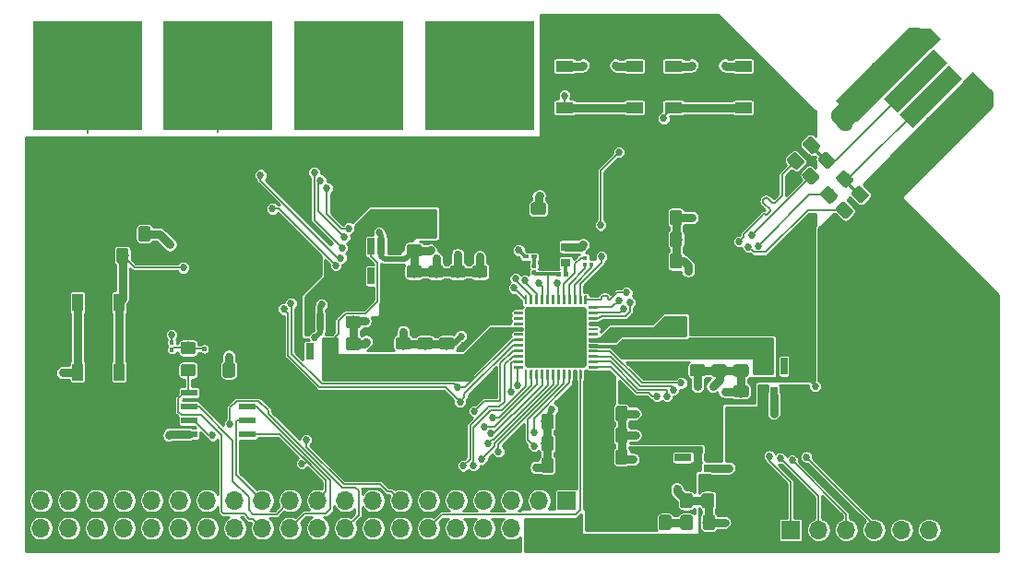
<source format=gtl>
G04 #@! TF.GenerationSoftware,KiCad,Pcbnew,(5.0.0)*
G04 #@! TF.CreationDate,2018-11-02T19:45:53+08:00*
G04 #@! TF.ProjectId,tomu-fpga,746F6D752D667067612E6B696361645F,rev?*
G04 #@! TF.SameCoordinates,Original*
G04 #@! TF.FileFunction,Copper,L1,Top,Signal*
G04 #@! TF.FilePolarity,Positive*
%FSLAX46Y46*%
G04 Gerber Fmt 4.6, Leading zero omitted, Abs format (unit mm)*
G04 Created by KiCad (PCBNEW (5.0.0)) date 11/02/18 19:45:53*
%MOMM*%
%LPD*%
G01*
G04 APERTURE LIST*
G04 #@! TA.AperFunction,SMDPad,CuDef*
%ADD10R,1.600000X1.000000*%
G04 #@! TD*
G04 #@! TA.AperFunction,ComponentPad*
%ADD11O,1.700000X1.700000*%
G04 #@! TD*
G04 #@! TA.AperFunction,ComponentPad*
%ADD12R,1.700000X1.700000*%
G04 #@! TD*
G04 #@! TA.AperFunction,SMDPad,CuDef*
%ADD13C,2.750000*%
G04 #@! TD*
G04 #@! TA.AperFunction,Conductor*
%ADD14C,0.100000*%
G04 #@! TD*
G04 #@! TA.AperFunction,SMDPad,CuDef*
%ADD15C,1.750000*%
G04 #@! TD*
G04 #@! TA.AperFunction,SMDPad,CuDef*
%ADD16C,0.945002*%
G04 #@! TD*
G04 #@! TA.AperFunction,SMDPad,CuDef*
%ADD17C,1.300000*%
G04 #@! TD*
G04 #@! TA.AperFunction,SMDPad,CuDef*
%ADD18R,0.900000X0.800000*%
G04 #@! TD*
G04 #@! TA.AperFunction,SMDPad,CuDef*
%ADD19C,1.150000*%
G04 #@! TD*
G04 #@! TA.AperFunction,SMDPad,CuDef*
%ADD20R,0.400000X0.400000*%
G04 #@! TD*
G04 #@! TA.AperFunction,SMDPad,CuDef*
%ADD21R,0.500000X0.300000*%
G04 #@! TD*
G04 #@! TA.AperFunction,SMDPad,CuDef*
%ADD22R,0.500000X0.350000*%
G04 #@! TD*
G04 #@! TA.AperFunction,SMDPad,CuDef*
%ADD23C,0.092278*%
G04 #@! TD*
G04 #@! TA.AperFunction,SMDPad,CuDef*
%ADD24R,0.370000X0.130000*%
G04 #@! TD*
G04 #@! TA.AperFunction,SMDPad,CuDef*
%ADD25C,5.600000*%
G04 #@! TD*
G04 #@! TA.AperFunction,SMDPad,CuDef*
%ADD26C,0.250000*%
G04 #@! TD*
G04 #@! TA.AperFunction,SMDPad,CuDef*
%ADD27C,0.400000*%
G04 #@! TD*
G04 #@! TA.AperFunction,SMDPad,CuDef*
%ADD28R,1.500000X0.600000*%
G04 #@! TD*
G04 #@! TA.AperFunction,SMDPad,CuDef*
%ADD29R,0.650000X1.560000*%
G04 #@! TD*
G04 #@! TA.AperFunction,SMDPad,CuDef*
%ADD30R,1.560000X0.650000*%
G04 #@! TD*
G04 #@! TA.AperFunction,SMDPad,CuDef*
%ADD31R,1.000000X1.600000*%
G04 #@! TD*
G04 #@! TA.AperFunction,SMDPad,CuDef*
%ADD32R,10.000000X10.000000*%
G04 #@! TD*
G04 #@! TA.AperFunction,ViaPad*
%ADD33C,0.685800*%
G04 #@! TD*
G04 #@! TA.AperFunction,Conductor*
%ADD34C,0.300000*%
G04 #@! TD*
G04 #@! TA.AperFunction,Conductor*
%ADD35C,0.800000*%
G04 #@! TD*
G04 #@! TA.AperFunction,Conductor*
%ADD36C,0.152400*%
G04 #@! TD*
G04 #@! TA.AperFunction,Conductor*
%ADD37C,0.500000*%
G04 #@! TD*
G04 #@! TA.AperFunction,Conductor*
%ADD38C,1.000000*%
G04 #@! TD*
G04 #@! TA.AperFunction,Conductor*
%ADD39C,0.200000*%
G04 #@! TD*
G04 #@! TA.AperFunction,Conductor*
%ADD40C,0.254000*%
G04 #@! TD*
G04 APERTURE END LIST*
D10*
G04 #@! TO.P,SW3,1*
G04 #@! TO.N,Net-(SW3-Pad1)*
X91200000Y-38900000D03*
G04 #@! TO.P,SW3,3*
G04 #@! TO.N,GND*
X91200000Y-35100000D03*
G04 #@! TO.P,SW3,2*
G04 #@! TO.N,Net-(SW3-Pad1)*
X84800000Y-38900000D03*
G04 #@! TO.P,SW3,4*
G04 #@! TO.N,GND*
X84800000Y-35100000D03*
G04 #@! TD*
D11*
G04 #@! TO.P,J3,6*
G04 #@! TO.N,+3V3*
X108260000Y-77700000D03*
G04 #@! TO.P,J3,5*
G04 #@! TO.N,GND*
X105720000Y-77700000D03*
G04 #@! TO.P,J3,4*
G04 #@! TO.N,/PMOD_4*
X103180000Y-77700000D03*
G04 #@! TO.P,J3,3*
G04 #@! TO.N,/PMOD_3*
X100640000Y-77700000D03*
G04 #@! TO.P,J3,2*
G04 #@! TO.N,/PMOD_2*
X98100000Y-77700000D03*
D12*
G04 #@! TO.P,J3,1*
G04 #@! TO.N,/PMOD_1*
X95560000Y-77700000D03*
G04 #@! TD*
D13*
G04 #@! TO.P,U9,1*
G04 #@! TO.N,+5V*
X109000000Y-40850000D03*
D14*
G04 #@! TD*
G04 #@! TO.N,+5V*
G04 #@! TO.C,U9*
G36*
X104668971Y-43236485D02*
X111386485Y-36518971D01*
X113331029Y-38463515D01*
X106613515Y-45181029D01*
X104668971Y-43236485D01*
X104668971Y-43236485D01*
G37*
D13*
G04 #@! TO.P,U9,4*
G04 #@! TO.N,GND*
X104050252Y-35900252D03*
D14*
G04 #@! TD*
G04 #@! TO.N,GND*
G04 #@! TO.C,U9*
G36*
X99719223Y-38286737D02*
X106436737Y-31569223D01*
X108381281Y-33513767D01*
X101663767Y-40231281D01*
X99719223Y-38286737D01*
X99719223Y-38286737D01*
G37*
D15*
G04 #@! TO.P,U9,3*
G04 #@! TO.N,Net-(R12-Pad2)*
X107020101Y-36465938D03*
D14*
G04 #@! TD*
G04 #@! TO.N,Net-(R12-Pad2)*
G04 #@! TO.C,U9*
G36*
X104135105Y-38113497D02*
X108667660Y-33580942D01*
X109905097Y-34818379D01*
X105372542Y-39350934D01*
X104135105Y-38113497D01*
X104135105Y-38113497D01*
G37*
D15*
G04 #@! TO.P,U9,2*
G04 #@! TO.N,Net-(R11-Pad2)*
X108434314Y-37880151D03*
D14*
G04 #@! TD*
G04 #@! TO.N,Net-(R11-Pad2)*
G04 #@! TO.C,U9*
G36*
X105549318Y-39527710D02*
X110081873Y-34995155D01*
X111319310Y-36232592D01*
X106786755Y-40765147D01*
X105549318Y-39527710D01*
X105549318Y-39527710D01*
G37*
D16*
G04 #@! TO.P,U9,1*
G04 #@! TO.N,+5V*
X112818376Y-37031623D03*
D14*
G04 #@! TD*
G04 #@! TO.N,+5V*
G04 #@! TO.C,U9*
G36*
X111386838Y-36519324D02*
X113277642Y-36571650D01*
X113278349Y-36572357D01*
X113330675Y-38463161D01*
X111386838Y-36519324D01*
X111386838Y-36519324D01*
G37*
D17*
G04 #@! TO.P,U9,1*
G04 #@! TO.N,+5V*
X112330472Y-36543720D03*
D14*
G04 #@! TD*
G04 #@! TO.N,+5V*
G04 #@! TO.C,U9*
G36*
X111384717Y-36517203D02*
X112303955Y-35597965D01*
X113276227Y-36570237D01*
X112356989Y-37489475D01*
X111384717Y-36517203D01*
X111384717Y-36517203D01*
G37*
D17*
G04 #@! TO.P,U9,4*
G04 #@! TO.N,GND*
X108363603Y-32576851D03*
D14*
G04 #@! TD*
G04 #@! TO.N,GND*
G04 #@! TO.C,U9*
G36*
X107417848Y-32550334D02*
X108337086Y-31631096D01*
X109309358Y-32603368D01*
X108390120Y-33522606D01*
X107417848Y-32550334D01*
X107417848Y-32550334D01*
G37*
D16*
G04 #@! TO.P,U9,4*
G04 #@! TO.N,GND*
X107868629Y-32081876D03*
D14*
G04 #@! TD*
G04 #@! TO.N,GND*
G04 #@! TO.C,U9*
G36*
X106437091Y-31569577D02*
X108327895Y-31621903D01*
X108328602Y-31622610D01*
X108380928Y-33513414D01*
X106437091Y-31569577D01*
X106437091Y-31569577D01*
G37*
D18*
G04 #@! TO.P,U7,3*
G04 #@! TO.N,Net-(R7-Pad1)*
X74925000Y-53125000D03*
G04 #@! TO.P,U7,2*
G04 #@! TO.N,GND*
X74925000Y-51675000D03*
G04 #@! TO.P,U7,1*
G04 #@! TO.N,+3V3*
X73075000Y-51675000D03*
G04 #@! TO.P,U7,4*
X73075000Y-53125000D03*
G04 #@! TD*
D14*
G04 #@! TO.N,+2V5*
G04 #@! TO.C,C27*
G36*
X78324505Y-66301204D02*
X78348773Y-66304804D01*
X78372572Y-66310765D01*
X78395671Y-66319030D01*
X78417850Y-66329520D01*
X78438893Y-66342132D01*
X78458599Y-66356747D01*
X78476777Y-66373223D01*
X78493253Y-66391401D01*
X78507868Y-66411107D01*
X78520480Y-66432150D01*
X78530970Y-66454329D01*
X78539235Y-66477428D01*
X78545196Y-66501227D01*
X78548796Y-66525495D01*
X78550000Y-66549999D01*
X78550000Y-67450001D01*
X78548796Y-67474505D01*
X78545196Y-67498773D01*
X78539235Y-67522572D01*
X78530970Y-67545671D01*
X78520480Y-67567850D01*
X78507868Y-67588893D01*
X78493253Y-67608599D01*
X78476777Y-67626777D01*
X78458599Y-67643253D01*
X78438893Y-67657868D01*
X78417850Y-67670480D01*
X78395671Y-67680970D01*
X78372572Y-67689235D01*
X78348773Y-67695196D01*
X78324505Y-67698796D01*
X78300001Y-67700000D01*
X77649999Y-67700000D01*
X77625495Y-67698796D01*
X77601227Y-67695196D01*
X77577428Y-67689235D01*
X77554329Y-67680970D01*
X77532150Y-67670480D01*
X77511107Y-67657868D01*
X77491401Y-67643253D01*
X77473223Y-67626777D01*
X77456747Y-67608599D01*
X77442132Y-67588893D01*
X77429520Y-67567850D01*
X77419030Y-67545671D01*
X77410765Y-67522572D01*
X77404804Y-67498773D01*
X77401204Y-67474505D01*
X77400000Y-67450001D01*
X77400000Y-66549999D01*
X77401204Y-66525495D01*
X77404804Y-66501227D01*
X77410765Y-66477428D01*
X77419030Y-66454329D01*
X77429520Y-66432150D01*
X77442132Y-66411107D01*
X77456747Y-66391401D01*
X77473223Y-66373223D01*
X77491401Y-66356747D01*
X77511107Y-66342132D01*
X77532150Y-66329520D01*
X77554329Y-66319030D01*
X77577428Y-66310765D01*
X77601227Y-66304804D01*
X77625495Y-66301204D01*
X77649999Y-66300000D01*
X78300001Y-66300000D01*
X78324505Y-66301204D01*
X78324505Y-66301204D01*
G37*
D19*
G04 #@! TD*
G04 #@! TO.P,C27,1*
G04 #@! TO.N,+2V5*
X77975000Y-67000000D03*
D14*
G04 #@! TO.N,GND*
G04 #@! TO.C,C27*
G36*
X80374505Y-66301204D02*
X80398773Y-66304804D01*
X80422572Y-66310765D01*
X80445671Y-66319030D01*
X80467850Y-66329520D01*
X80488893Y-66342132D01*
X80508599Y-66356747D01*
X80526777Y-66373223D01*
X80543253Y-66391401D01*
X80557868Y-66411107D01*
X80570480Y-66432150D01*
X80580970Y-66454329D01*
X80589235Y-66477428D01*
X80595196Y-66501227D01*
X80598796Y-66525495D01*
X80600000Y-66549999D01*
X80600000Y-67450001D01*
X80598796Y-67474505D01*
X80595196Y-67498773D01*
X80589235Y-67522572D01*
X80580970Y-67545671D01*
X80570480Y-67567850D01*
X80557868Y-67588893D01*
X80543253Y-67608599D01*
X80526777Y-67626777D01*
X80508599Y-67643253D01*
X80488893Y-67657868D01*
X80467850Y-67670480D01*
X80445671Y-67680970D01*
X80422572Y-67689235D01*
X80398773Y-67695196D01*
X80374505Y-67698796D01*
X80350001Y-67700000D01*
X79699999Y-67700000D01*
X79675495Y-67698796D01*
X79651227Y-67695196D01*
X79627428Y-67689235D01*
X79604329Y-67680970D01*
X79582150Y-67670480D01*
X79561107Y-67657868D01*
X79541401Y-67643253D01*
X79523223Y-67626777D01*
X79506747Y-67608599D01*
X79492132Y-67588893D01*
X79479520Y-67567850D01*
X79469030Y-67545671D01*
X79460765Y-67522572D01*
X79454804Y-67498773D01*
X79451204Y-67474505D01*
X79450000Y-67450001D01*
X79450000Y-66549999D01*
X79451204Y-66525495D01*
X79454804Y-66501227D01*
X79460765Y-66477428D01*
X79469030Y-66454329D01*
X79479520Y-66432150D01*
X79492132Y-66411107D01*
X79506747Y-66391401D01*
X79523223Y-66373223D01*
X79541401Y-66356747D01*
X79561107Y-66342132D01*
X79582150Y-66329520D01*
X79604329Y-66319030D01*
X79627428Y-66310765D01*
X79651227Y-66304804D01*
X79675495Y-66301204D01*
X79699999Y-66300000D01*
X80350001Y-66300000D01*
X80374505Y-66301204D01*
X80374505Y-66301204D01*
G37*
D19*
G04 #@! TD*
G04 #@! TO.P,C27,2*
G04 #@! TO.N,GND*
X80025000Y-67000000D03*
D14*
G04 #@! TO.N,GND*
G04 #@! TO.C,C26*
G36*
X85374505Y-50301204D02*
X85398773Y-50304804D01*
X85422572Y-50310765D01*
X85445671Y-50319030D01*
X85467850Y-50329520D01*
X85488893Y-50342132D01*
X85508599Y-50356747D01*
X85526777Y-50373223D01*
X85543253Y-50391401D01*
X85557868Y-50411107D01*
X85570480Y-50432150D01*
X85580970Y-50454329D01*
X85589235Y-50477428D01*
X85595196Y-50501227D01*
X85598796Y-50525495D01*
X85600000Y-50549999D01*
X85600000Y-51450001D01*
X85598796Y-51474505D01*
X85595196Y-51498773D01*
X85589235Y-51522572D01*
X85580970Y-51545671D01*
X85570480Y-51567850D01*
X85557868Y-51588893D01*
X85543253Y-51608599D01*
X85526777Y-51626777D01*
X85508599Y-51643253D01*
X85488893Y-51657868D01*
X85467850Y-51670480D01*
X85445671Y-51680970D01*
X85422572Y-51689235D01*
X85398773Y-51695196D01*
X85374505Y-51698796D01*
X85350001Y-51700000D01*
X84699999Y-51700000D01*
X84675495Y-51698796D01*
X84651227Y-51695196D01*
X84627428Y-51689235D01*
X84604329Y-51680970D01*
X84582150Y-51670480D01*
X84561107Y-51657868D01*
X84541401Y-51643253D01*
X84523223Y-51626777D01*
X84506747Y-51608599D01*
X84492132Y-51588893D01*
X84479520Y-51567850D01*
X84469030Y-51545671D01*
X84460765Y-51522572D01*
X84454804Y-51498773D01*
X84451204Y-51474505D01*
X84450000Y-51450001D01*
X84450000Y-50549999D01*
X84451204Y-50525495D01*
X84454804Y-50501227D01*
X84460765Y-50477428D01*
X84469030Y-50454329D01*
X84479520Y-50432150D01*
X84492132Y-50411107D01*
X84506747Y-50391401D01*
X84523223Y-50373223D01*
X84541401Y-50356747D01*
X84561107Y-50342132D01*
X84582150Y-50329520D01*
X84604329Y-50319030D01*
X84627428Y-50310765D01*
X84651227Y-50304804D01*
X84675495Y-50301204D01*
X84699999Y-50300000D01*
X85350001Y-50300000D01*
X85374505Y-50301204D01*
X85374505Y-50301204D01*
G37*
D19*
G04 #@! TD*
G04 #@! TO.P,C26,2*
G04 #@! TO.N,GND*
X85025000Y-51000000D03*
D14*
G04 #@! TO.N,+3V3*
G04 #@! TO.C,C26*
G36*
X83324505Y-50301204D02*
X83348773Y-50304804D01*
X83372572Y-50310765D01*
X83395671Y-50319030D01*
X83417850Y-50329520D01*
X83438893Y-50342132D01*
X83458599Y-50356747D01*
X83476777Y-50373223D01*
X83493253Y-50391401D01*
X83507868Y-50411107D01*
X83520480Y-50432150D01*
X83530970Y-50454329D01*
X83539235Y-50477428D01*
X83545196Y-50501227D01*
X83548796Y-50525495D01*
X83550000Y-50549999D01*
X83550000Y-51450001D01*
X83548796Y-51474505D01*
X83545196Y-51498773D01*
X83539235Y-51522572D01*
X83530970Y-51545671D01*
X83520480Y-51567850D01*
X83507868Y-51588893D01*
X83493253Y-51608599D01*
X83476777Y-51626777D01*
X83458599Y-51643253D01*
X83438893Y-51657868D01*
X83417850Y-51670480D01*
X83395671Y-51680970D01*
X83372572Y-51689235D01*
X83348773Y-51695196D01*
X83324505Y-51698796D01*
X83300001Y-51700000D01*
X82649999Y-51700000D01*
X82625495Y-51698796D01*
X82601227Y-51695196D01*
X82577428Y-51689235D01*
X82554329Y-51680970D01*
X82532150Y-51670480D01*
X82511107Y-51657868D01*
X82491401Y-51643253D01*
X82473223Y-51626777D01*
X82456747Y-51608599D01*
X82442132Y-51588893D01*
X82429520Y-51567850D01*
X82419030Y-51545671D01*
X82410765Y-51522572D01*
X82404804Y-51498773D01*
X82401204Y-51474505D01*
X82400000Y-51450001D01*
X82400000Y-50549999D01*
X82401204Y-50525495D01*
X82404804Y-50501227D01*
X82410765Y-50477428D01*
X82419030Y-50454329D01*
X82429520Y-50432150D01*
X82442132Y-50411107D01*
X82456747Y-50391401D01*
X82473223Y-50373223D01*
X82491401Y-50356747D01*
X82511107Y-50342132D01*
X82532150Y-50329520D01*
X82554329Y-50319030D01*
X82577428Y-50310765D01*
X82601227Y-50304804D01*
X82625495Y-50301204D01*
X82649999Y-50300000D01*
X83300001Y-50300000D01*
X83324505Y-50301204D01*
X83324505Y-50301204D01*
G37*
D19*
G04 #@! TD*
G04 #@! TO.P,C26,1*
G04 #@! TO.N,+3V3*
X82975000Y-51000000D03*
D14*
G04 #@! TO.N,+2V5*
G04 #@! TO.C,C25*
G36*
X78324505Y-68301204D02*
X78348773Y-68304804D01*
X78372572Y-68310765D01*
X78395671Y-68319030D01*
X78417850Y-68329520D01*
X78438893Y-68342132D01*
X78458599Y-68356747D01*
X78476777Y-68373223D01*
X78493253Y-68391401D01*
X78507868Y-68411107D01*
X78520480Y-68432150D01*
X78530970Y-68454329D01*
X78539235Y-68477428D01*
X78545196Y-68501227D01*
X78548796Y-68525495D01*
X78550000Y-68549999D01*
X78550000Y-69450001D01*
X78548796Y-69474505D01*
X78545196Y-69498773D01*
X78539235Y-69522572D01*
X78530970Y-69545671D01*
X78520480Y-69567850D01*
X78507868Y-69588893D01*
X78493253Y-69608599D01*
X78476777Y-69626777D01*
X78458599Y-69643253D01*
X78438893Y-69657868D01*
X78417850Y-69670480D01*
X78395671Y-69680970D01*
X78372572Y-69689235D01*
X78348773Y-69695196D01*
X78324505Y-69698796D01*
X78300001Y-69700000D01*
X77649999Y-69700000D01*
X77625495Y-69698796D01*
X77601227Y-69695196D01*
X77577428Y-69689235D01*
X77554329Y-69680970D01*
X77532150Y-69670480D01*
X77511107Y-69657868D01*
X77491401Y-69643253D01*
X77473223Y-69626777D01*
X77456747Y-69608599D01*
X77442132Y-69588893D01*
X77429520Y-69567850D01*
X77419030Y-69545671D01*
X77410765Y-69522572D01*
X77404804Y-69498773D01*
X77401204Y-69474505D01*
X77400000Y-69450001D01*
X77400000Y-68549999D01*
X77401204Y-68525495D01*
X77404804Y-68501227D01*
X77410765Y-68477428D01*
X77419030Y-68454329D01*
X77429520Y-68432150D01*
X77442132Y-68411107D01*
X77456747Y-68391401D01*
X77473223Y-68373223D01*
X77491401Y-68356747D01*
X77511107Y-68342132D01*
X77532150Y-68329520D01*
X77554329Y-68319030D01*
X77577428Y-68310765D01*
X77601227Y-68304804D01*
X77625495Y-68301204D01*
X77649999Y-68300000D01*
X78300001Y-68300000D01*
X78324505Y-68301204D01*
X78324505Y-68301204D01*
G37*
D19*
G04 #@! TD*
G04 #@! TO.P,C25,1*
G04 #@! TO.N,+2V5*
X77975000Y-69000000D03*
D14*
G04 #@! TO.N,GND*
G04 #@! TO.C,C25*
G36*
X80374505Y-68301204D02*
X80398773Y-68304804D01*
X80422572Y-68310765D01*
X80445671Y-68319030D01*
X80467850Y-68329520D01*
X80488893Y-68342132D01*
X80508599Y-68356747D01*
X80526777Y-68373223D01*
X80543253Y-68391401D01*
X80557868Y-68411107D01*
X80570480Y-68432150D01*
X80580970Y-68454329D01*
X80589235Y-68477428D01*
X80595196Y-68501227D01*
X80598796Y-68525495D01*
X80600000Y-68549999D01*
X80600000Y-69450001D01*
X80598796Y-69474505D01*
X80595196Y-69498773D01*
X80589235Y-69522572D01*
X80580970Y-69545671D01*
X80570480Y-69567850D01*
X80557868Y-69588893D01*
X80543253Y-69608599D01*
X80526777Y-69626777D01*
X80508599Y-69643253D01*
X80488893Y-69657868D01*
X80467850Y-69670480D01*
X80445671Y-69680970D01*
X80422572Y-69689235D01*
X80398773Y-69695196D01*
X80374505Y-69698796D01*
X80350001Y-69700000D01*
X79699999Y-69700000D01*
X79675495Y-69698796D01*
X79651227Y-69695196D01*
X79627428Y-69689235D01*
X79604329Y-69680970D01*
X79582150Y-69670480D01*
X79561107Y-69657868D01*
X79541401Y-69643253D01*
X79523223Y-69626777D01*
X79506747Y-69608599D01*
X79492132Y-69588893D01*
X79479520Y-69567850D01*
X79469030Y-69545671D01*
X79460765Y-69522572D01*
X79454804Y-69498773D01*
X79451204Y-69474505D01*
X79450000Y-69450001D01*
X79450000Y-68549999D01*
X79451204Y-68525495D01*
X79454804Y-68501227D01*
X79460765Y-68477428D01*
X79469030Y-68454329D01*
X79479520Y-68432150D01*
X79492132Y-68411107D01*
X79506747Y-68391401D01*
X79523223Y-68373223D01*
X79541401Y-68356747D01*
X79561107Y-68342132D01*
X79582150Y-68329520D01*
X79604329Y-68319030D01*
X79627428Y-68310765D01*
X79651227Y-68304804D01*
X79675495Y-68301204D01*
X79699999Y-68300000D01*
X80350001Y-68300000D01*
X80374505Y-68301204D01*
X80374505Y-68301204D01*
G37*
D19*
G04 #@! TD*
G04 #@! TO.P,C25,2*
G04 #@! TO.N,GND*
X80025000Y-69000000D03*
D14*
G04 #@! TO.N,GND*
G04 #@! TO.C,C24*
G36*
X85374505Y-48301204D02*
X85398773Y-48304804D01*
X85422572Y-48310765D01*
X85445671Y-48319030D01*
X85467850Y-48329520D01*
X85488893Y-48342132D01*
X85508599Y-48356747D01*
X85526777Y-48373223D01*
X85543253Y-48391401D01*
X85557868Y-48411107D01*
X85570480Y-48432150D01*
X85580970Y-48454329D01*
X85589235Y-48477428D01*
X85595196Y-48501227D01*
X85598796Y-48525495D01*
X85600000Y-48549999D01*
X85600000Y-49450001D01*
X85598796Y-49474505D01*
X85595196Y-49498773D01*
X85589235Y-49522572D01*
X85580970Y-49545671D01*
X85570480Y-49567850D01*
X85557868Y-49588893D01*
X85543253Y-49608599D01*
X85526777Y-49626777D01*
X85508599Y-49643253D01*
X85488893Y-49657868D01*
X85467850Y-49670480D01*
X85445671Y-49680970D01*
X85422572Y-49689235D01*
X85398773Y-49695196D01*
X85374505Y-49698796D01*
X85350001Y-49700000D01*
X84699999Y-49700000D01*
X84675495Y-49698796D01*
X84651227Y-49695196D01*
X84627428Y-49689235D01*
X84604329Y-49680970D01*
X84582150Y-49670480D01*
X84561107Y-49657868D01*
X84541401Y-49643253D01*
X84523223Y-49626777D01*
X84506747Y-49608599D01*
X84492132Y-49588893D01*
X84479520Y-49567850D01*
X84469030Y-49545671D01*
X84460765Y-49522572D01*
X84454804Y-49498773D01*
X84451204Y-49474505D01*
X84450000Y-49450001D01*
X84450000Y-48549999D01*
X84451204Y-48525495D01*
X84454804Y-48501227D01*
X84460765Y-48477428D01*
X84469030Y-48454329D01*
X84479520Y-48432150D01*
X84492132Y-48411107D01*
X84506747Y-48391401D01*
X84523223Y-48373223D01*
X84541401Y-48356747D01*
X84561107Y-48342132D01*
X84582150Y-48329520D01*
X84604329Y-48319030D01*
X84627428Y-48310765D01*
X84651227Y-48304804D01*
X84675495Y-48301204D01*
X84699999Y-48300000D01*
X85350001Y-48300000D01*
X85374505Y-48301204D01*
X85374505Y-48301204D01*
G37*
D19*
G04 #@! TD*
G04 #@! TO.P,C24,2*
G04 #@! TO.N,GND*
X85025000Y-49000000D03*
D14*
G04 #@! TO.N,+3V3*
G04 #@! TO.C,C24*
G36*
X83324505Y-48301204D02*
X83348773Y-48304804D01*
X83372572Y-48310765D01*
X83395671Y-48319030D01*
X83417850Y-48329520D01*
X83438893Y-48342132D01*
X83458599Y-48356747D01*
X83476777Y-48373223D01*
X83493253Y-48391401D01*
X83507868Y-48411107D01*
X83520480Y-48432150D01*
X83530970Y-48454329D01*
X83539235Y-48477428D01*
X83545196Y-48501227D01*
X83548796Y-48525495D01*
X83550000Y-48549999D01*
X83550000Y-49450001D01*
X83548796Y-49474505D01*
X83545196Y-49498773D01*
X83539235Y-49522572D01*
X83530970Y-49545671D01*
X83520480Y-49567850D01*
X83507868Y-49588893D01*
X83493253Y-49608599D01*
X83476777Y-49626777D01*
X83458599Y-49643253D01*
X83438893Y-49657868D01*
X83417850Y-49670480D01*
X83395671Y-49680970D01*
X83372572Y-49689235D01*
X83348773Y-49695196D01*
X83324505Y-49698796D01*
X83300001Y-49700000D01*
X82649999Y-49700000D01*
X82625495Y-49698796D01*
X82601227Y-49695196D01*
X82577428Y-49689235D01*
X82554329Y-49680970D01*
X82532150Y-49670480D01*
X82511107Y-49657868D01*
X82491401Y-49643253D01*
X82473223Y-49626777D01*
X82456747Y-49608599D01*
X82442132Y-49588893D01*
X82429520Y-49567850D01*
X82419030Y-49545671D01*
X82410765Y-49522572D01*
X82404804Y-49498773D01*
X82401204Y-49474505D01*
X82400000Y-49450001D01*
X82400000Y-48549999D01*
X82401204Y-48525495D01*
X82404804Y-48501227D01*
X82410765Y-48477428D01*
X82419030Y-48454329D01*
X82429520Y-48432150D01*
X82442132Y-48411107D01*
X82456747Y-48391401D01*
X82473223Y-48373223D01*
X82491401Y-48356747D01*
X82511107Y-48342132D01*
X82532150Y-48329520D01*
X82554329Y-48319030D01*
X82577428Y-48310765D01*
X82601227Y-48304804D01*
X82625495Y-48301204D01*
X82649999Y-48300000D01*
X83300001Y-48300000D01*
X83324505Y-48301204D01*
X83324505Y-48301204D01*
G37*
D19*
G04 #@! TD*
G04 #@! TO.P,C24,1*
G04 #@! TO.N,+3V3*
X82975000Y-49000000D03*
D14*
G04 #@! TO.N,/VCCPLL*
G04 #@! TO.C,C23*
G36*
X87474505Y-60401204D02*
X87498773Y-60404804D01*
X87522572Y-60410765D01*
X87545671Y-60419030D01*
X87567850Y-60429520D01*
X87588893Y-60442132D01*
X87608599Y-60456747D01*
X87626777Y-60473223D01*
X87643253Y-60491401D01*
X87657868Y-60511107D01*
X87670480Y-60532150D01*
X87680970Y-60554329D01*
X87689235Y-60577428D01*
X87695196Y-60601227D01*
X87698796Y-60625495D01*
X87700000Y-60649999D01*
X87700000Y-61300001D01*
X87698796Y-61324505D01*
X87695196Y-61348773D01*
X87689235Y-61372572D01*
X87680970Y-61395671D01*
X87670480Y-61417850D01*
X87657868Y-61438893D01*
X87643253Y-61458599D01*
X87626777Y-61476777D01*
X87608599Y-61493253D01*
X87588893Y-61507868D01*
X87567850Y-61520480D01*
X87545671Y-61530970D01*
X87522572Y-61539235D01*
X87498773Y-61545196D01*
X87474505Y-61548796D01*
X87450001Y-61550000D01*
X86549999Y-61550000D01*
X86525495Y-61548796D01*
X86501227Y-61545196D01*
X86477428Y-61539235D01*
X86454329Y-61530970D01*
X86432150Y-61520480D01*
X86411107Y-61507868D01*
X86391401Y-61493253D01*
X86373223Y-61476777D01*
X86356747Y-61458599D01*
X86342132Y-61438893D01*
X86329520Y-61417850D01*
X86319030Y-61395671D01*
X86310765Y-61372572D01*
X86304804Y-61348773D01*
X86301204Y-61324505D01*
X86300000Y-61300001D01*
X86300000Y-60649999D01*
X86301204Y-60625495D01*
X86304804Y-60601227D01*
X86310765Y-60577428D01*
X86319030Y-60554329D01*
X86329520Y-60532150D01*
X86342132Y-60511107D01*
X86356747Y-60491401D01*
X86373223Y-60473223D01*
X86391401Y-60456747D01*
X86411107Y-60442132D01*
X86432150Y-60429520D01*
X86454329Y-60419030D01*
X86477428Y-60410765D01*
X86501227Y-60404804D01*
X86525495Y-60401204D01*
X86549999Y-60400000D01*
X87450001Y-60400000D01*
X87474505Y-60401204D01*
X87474505Y-60401204D01*
G37*
D19*
G04 #@! TD*
G04 #@! TO.P,C23,1*
G04 #@! TO.N,/VCCPLL*
X87000000Y-60975000D03*
D14*
G04 #@! TO.N,GND*
G04 #@! TO.C,C23*
G36*
X87474505Y-62451204D02*
X87498773Y-62454804D01*
X87522572Y-62460765D01*
X87545671Y-62469030D01*
X87567850Y-62479520D01*
X87588893Y-62492132D01*
X87608599Y-62506747D01*
X87626777Y-62523223D01*
X87643253Y-62541401D01*
X87657868Y-62561107D01*
X87670480Y-62582150D01*
X87680970Y-62604329D01*
X87689235Y-62627428D01*
X87695196Y-62651227D01*
X87698796Y-62675495D01*
X87700000Y-62699999D01*
X87700000Y-63350001D01*
X87698796Y-63374505D01*
X87695196Y-63398773D01*
X87689235Y-63422572D01*
X87680970Y-63445671D01*
X87670480Y-63467850D01*
X87657868Y-63488893D01*
X87643253Y-63508599D01*
X87626777Y-63526777D01*
X87608599Y-63543253D01*
X87588893Y-63557868D01*
X87567850Y-63570480D01*
X87545671Y-63580970D01*
X87522572Y-63589235D01*
X87498773Y-63595196D01*
X87474505Y-63598796D01*
X87450001Y-63600000D01*
X86549999Y-63600000D01*
X86525495Y-63598796D01*
X86501227Y-63595196D01*
X86477428Y-63589235D01*
X86454329Y-63580970D01*
X86432150Y-63570480D01*
X86411107Y-63557868D01*
X86391401Y-63543253D01*
X86373223Y-63526777D01*
X86356747Y-63508599D01*
X86342132Y-63488893D01*
X86329520Y-63467850D01*
X86319030Y-63445671D01*
X86310765Y-63422572D01*
X86304804Y-63398773D01*
X86301204Y-63374505D01*
X86300000Y-63350001D01*
X86300000Y-62699999D01*
X86301204Y-62675495D01*
X86304804Y-62651227D01*
X86310765Y-62627428D01*
X86319030Y-62604329D01*
X86329520Y-62582150D01*
X86342132Y-62561107D01*
X86356747Y-62541401D01*
X86373223Y-62523223D01*
X86391401Y-62506747D01*
X86411107Y-62492132D01*
X86432150Y-62479520D01*
X86454329Y-62469030D01*
X86477428Y-62460765D01*
X86501227Y-62454804D01*
X86525495Y-62451204D01*
X86549999Y-62450000D01*
X87450001Y-62450000D01*
X87474505Y-62451204D01*
X87474505Y-62451204D01*
G37*
D19*
G04 #@! TD*
G04 #@! TO.P,C23,2*
G04 #@! TO.N,GND*
X87000000Y-63025000D03*
D14*
G04 #@! TO.N,/VCCPLL*
G04 #@! TO.C,C22*
G36*
X89474505Y-60426204D02*
X89498773Y-60429804D01*
X89522572Y-60435765D01*
X89545671Y-60444030D01*
X89567850Y-60454520D01*
X89588893Y-60467132D01*
X89608599Y-60481747D01*
X89626777Y-60498223D01*
X89643253Y-60516401D01*
X89657868Y-60536107D01*
X89670480Y-60557150D01*
X89680970Y-60579329D01*
X89689235Y-60602428D01*
X89695196Y-60626227D01*
X89698796Y-60650495D01*
X89700000Y-60674999D01*
X89700000Y-61325001D01*
X89698796Y-61349505D01*
X89695196Y-61373773D01*
X89689235Y-61397572D01*
X89680970Y-61420671D01*
X89670480Y-61442850D01*
X89657868Y-61463893D01*
X89643253Y-61483599D01*
X89626777Y-61501777D01*
X89608599Y-61518253D01*
X89588893Y-61532868D01*
X89567850Y-61545480D01*
X89545671Y-61555970D01*
X89522572Y-61564235D01*
X89498773Y-61570196D01*
X89474505Y-61573796D01*
X89450001Y-61575000D01*
X88549999Y-61575000D01*
X88525495Y-61573796D01*
X88501227Y-61570196D01*
X88477428Y-61564235D01*
X88454329Y-61555970D01*
X88432150Y-61545480D01*
X88411107Y-61532868D01*
X88391401Y-61518253D01*
X88373223Y-61501777D01*
X88356747Y-61483599D01*
X88342132Y-61463893D01*
X88329520Y-61442850D01*
X88319030Y-61420671D01*
X88310765Y-61397572D01*
X88304804Y-61373773D01*
X88301204Y-61349505D01*
X88300000Y-61325001D01*
X88300000Y-60674999D01*
X88301204Y-60650495D01*
X88304804Y-60626227D01*
X88310765Y-60602428D01*
X88319030Y-60579329D01*
X88329520Y-60557150D01*
X88342132Y-60536107D01*
X88356747Y-60516401D01*
X88373223Y-60498223D01*
X88391401Y-60481747D01*
X88411107Y-60467132D01*
X88432150Y-60454520D01*
X88454329Y-60444030D01*
X88477428Y-60435765D01*
X88501227Y-60429804D01*
X88525495Y-60426204D01*
X88549999Y-60425000D01*
X89450001Y-60425000D01*
X89474505Y-60426204D01*
X89474505Y-60426204D01*
G37*
D19*
G04 #@! TD*
G04 #@! TO.P,C22,2*
G04 #@! TO.N,/VCCPLL*
X89000000Y-61000000D03*
D14*
G04 #@! TO.N,GND*
G04 #@! TO.C,C22*
G36*
X89474505Y-62476204D02*
X89498773Y-62479804D01*
X89522572Y-62485765D01*
X89545671Y-62494030D01*
X89567850Y-62504520D01*
X89588893Y-62517132D01*
X89608599Y-62531747D01*
X89626777Y-62548223D01*
X89643253Y-62566401D01*
X89657868Y-62586107D01*
X89670480Y-62607150D01*
X89680970Y-62629329D01*
X89689235Y-62652428D01*
X89695196Y-62676227D01*
X89698796Y-62700495D01*
X89700000Y-62724999D01*
X89700000Y-63375001D01*
X89698796Y-63399505D01*
X89695196Y-63423773D01*
X89689235Y-63447572D01*
X89680970Y-63470671D01*
X89670480Y-63492850D01*
X89657868Y-63513893D01*
X89643253Y-63533599D01*
X89626777Y-63551777D01*
X89608599Y-63568253D01*
X89588893Y-63582868D01*
X89567850Y-63595480D01*
X89545671Y-63605970D01*
X89522572Y-63614235D01*
X89498773Y-63620196D01*
X89474505Y-63623796D01*
X89450001Y-63625000D01*
X88549999Y-63625000D01*
X88525495Y-63623796D01*
X88501227Y-63620196D01*
X88477428Y-63614235D01*
X88454329Y-63605970D01*
X88432150Y-63595480D01*
X88411107Y-63582868D01*
X88391401Y-63568253D01*
X88373223Y-63551777D01*
X88356747Y-63533599D01*
X88342132Y-63513893D01*
X88329520Y-63492850D01*
X88319030Y-63470671D01*
X88310765Y-63447572D01*
X88304804Y-63423773D01*
X88301204Y-63399505D01*
X88300000Y-63375001D01*
X88300000Y-62724999D01*
X88301204Y-62700495D01*
X88304804Y-62676227D01*
X88310765Y-62652428D01*
X88319030Y-62629329D01*
X88329520Y-62607150D01*
X88342132Y-62586107D01*
X88356747Y-62566401D01*
X88373223Y-62548223D01*
X88391401Y-62531747D01*
X88411107Y-62517132D01*
X88432150Y-62504520D01*
X88454329Y-62494030D01*
X88477428Y-62485765D01*
X88501227Y-62479804D01*
X88525495Y-62476204D01*
X88549999Y-62475000D01*
X89450001Y-62475000D01*
X89474505Y-62476204D01*
X89474505Y-62476204D01*
G37*
D19*
G04 #@! TD*
G04 #@! TO.P,C22,1*
G04 #@! TO.N,GND*
X89000000Y-63050000D03*
D14*
G04 #@! TO.N,+2V5*
G04 #@! TO.C,C21*
G36*
X78324505Y-70301204D02*
X78348773Y-70304804D01*
X78372572Y-70310765D01*
X78395671Y-70319030D01*
X78417850Y-70329520D01*
X78438893Y-70342132D01*
X78458599Y-70356747D01*
X78476777Y-70373223D01*
X78493253Y-70391401D01*
X78507868Y-70411107D01*
X78520480Y-70432150D01*
X78530970Y-70454329D01*
X78539235Y-70477428D01*
X78545196Y-70501227D01*
X78548796Y-70525495D01*
X78550000Y-70549999D01*
X78550000Y-71450001D01*
X78548796Y-71474505D01*
X78545196Y-71498773D01*
X78539235Y-71522572D01*
X78530970Y-71545671D01*
X78520480Y-71567850D01*
X78507868Y-71588893D01*
X78493253Y-71608599D01*
X78476777Y-71626777D01*
X78458599Y-71643253D01*
X78438893Y-71657868D01*
X78417850Y-71670480D01*
X78395671Y-71680970D01*
X78372572Y-71689235D01*
X78348773Y-71695196D01*
X78324505Y-71698796D01*
X78300001Y-71700000D01*
X77649999Y-71700000D01*
X77625495Y-71698796D01*
X77601227Y-71695196D01*
X77577428Y-71689235D01*
X77554329Y-71680970D01*
X77532150Y-71670480D01*
X77511107Y-71657868D01*
X77491401Y-71643253D01*
X77473223Y-71626777D01*
X77456747Y-71608599D01*
X77442132Y-71588893D01*
X77429520Y-71567850D01*
X77419030Y-71545671D01*
X77410765Y-71522572D01*
X77404804Y-71498773D01*
X77401204Y-71474505D01*
X77400000Y-71450001D01*
X77400000Y-70549999D01*
X77401204Y-70525495D01*
X77404804Y-70501227D01*
X77410765Y-70477428D01*
X77419030Y-70454329D01*
X77429520Y-70432150D01*
X77442132Y-70411107D01*
X77456747Y-70391401D01*
X77473223Y-70373223D01*
X77491401Y-70356747D01*
X77511107Y-70342132D01*
X77532150Y-70329520D01*
X77554329Y-70319030D01*
X77577428Y-70310765D01*
X77601227Y-70304804D01*
X77625495Y-70301204D01*
X77649999Y-70300000D01*
X78300001Y-70300000D01*
X78324505Y-70301204D01*
X78324505Y-70301204D01*
G37*
D19*
G04 #@! TD*
G04 #@! TO.P,C21,1*
G04 #@! TO.N,+2V5*
X77975000Y-71000000D03*
D14*
G04 #@! TO.N,GND*
G04 #@! TO.C,C21*
G36*
X80374505Y-70301204D02*
X80398773Y-70304804D01*
X80422572Y-70310765D01*
X80445671Y-70319030D01*
X80467850Y-70329520D01*
X80488893Y-70342132D01*
X80508599Y-70356747D01*
X80526777Y-70373223D01*
X80543253Y-70391401D01*
X80557868Y-70411107D01*
X80570480Y-70432150D01*
X80580970Y-70454329D01*
X80589235Y-70477428D01*
X80595196Y-70501227D01*
X80598796Y-70525495D01*
X80600000Y-70549999D01*
X80600000Y-71450001D01*
X80598796Y-71474505D01*
X80595196Y-71498773D01*
X80589235Y-71522572D01*
X80580970Y-71545671D01*
X80570480Y-71567850D01*
X80557868Y-71588893D01*
X80543253Y-71608599D01*
X80526777Y-71626777D01*
X80508599Y-71643253D01*
X80488893Y-71657868D01*
X80467850Y-71670480D01*
X80445671Y-71680970D01*
X80422572Y-71689235D01*
X80398773Y-71695196D01*
X80374505Y-71698796D01*
X80350001Y-71700000D01*
X79699999Y-71700000D01*
X79675495Y-71698796D01*
X79651227Y-71695196D01*
X79627428Y-71689235D01*
X79604329Y-71680970D01*
X79582150Y-71670480D01*
X79561107Y-71657868D01*
X79541401Y-71643253D01*
X79523223Y-71626777D01*
X79506747Y-71608599D01*
X79492132Y-71588893D01*
X79479520Y-71567850D01*
X79469030Y-71545671D01*
X79460765Y-71522572D01*
X79454804Y-71498773D01*
X79451204Y-71474505D01*
X79450000Y-71450001D01*
X79450000Y-70549999D01*
X79451204Y-70525495D01*
X79454804Y-70501227D01*
X79460765Y-70477428D01*
X79469030Y-70454329D01*
X79479520Y-70432150D01*
X79492132Y-70411107D01*
X79506747Y-70391401D01*
X79523223Y-70373223D01*
X79541401Y-70356747D01*
X79561107Y-70342132D01*
X79582150Y-70329520D01*
X79604329Y-70319030D01*
X79627428Y-70310765D01*
X79651227Y-70304804D01*
X79675495Y-70301204D01*
X79699999Y-70300000D01*
X80350001Y-70300000D01*
X80374505Y-70301204D01*
X80374505Y-70301204D01*
G37*
D19*
G04 #@! TD*
G04 #@! TO.P,C21,2*
G04 #@! TO.N,GND*
X80025000Y-71000000D03*
D14*
G04 #@! TO.N,GND*
G04 #@! TO.C,C20*
G36*
X64474505Y-60001204D02*
X64498773Y-60004804D01*
X64522572Y-60010765D01*
X64545671Y-60019030D01*
X64567850Y-60029520D01*
X64588893Y-60042132D01*
X64608599Y-60056747D01*
X64626777Y-60073223D01*
X64643253Y-60091401D01*
X64657868Y-60111107D01*
X64670480Y-60132150D01*
X64680970Y-60154329D01*
X64689235Y-60177428D01*
X64695196Y-60201227D01*
X64698796Y-60225495D01*
X64700000Y-60249999D01*
X64700000Y-60900001D01*
X64698796Y-60924505D01*
X64695196Y-60948773D01*
X64689235Y-60972572D01*
X64680970Y-60995671D01*
X64670480Y-61017850D01*
X64657868Y-61038893D01*
X64643253Y-61058599D01*
X64626777Y-61076777D01*
X64608599Y-61093253D01*
X64588893Y-61107868D01*
X64567850Y-61120480D01*
X64545671Y-61130970D01*
X64522572Y-61139235D01*
X64498773Y-61145196D01*
X64474505Y-61148796D01*
X64450001Y-61150000D01*
X63549999Y-61150000D01*
X63525495Y-61148796D01*
X63501227Y-61145196D01*
X63477428Y-61139235D01*
X63454329Y-61130970D01*
X63432150Y-61120480D01*
X63411107Y-61107868D01*
X63391401Y-61093253D01*
X63373223Y-61076777D01*
X63356747Y-61058599D01*
X63342132Y-61038893D01*
X63329520Y-61017850D01*
X63319030Y-60995671D01*
X63310765Y-60972572D01*
X63304804Y-60948773D01*
X63301204Y-60924505D01*
X63300000Y-60900001D01*
X63300000Y-60249999D01*
X63301204Y-60225495D01*
X63304804Y-60201227D01*
X63310765Y-60177428D01*
X63319030Y-60154329D01*
X63329520Y-60132150D01*
X63342132Y-60111107D01*
X63356747Y-60091401D01*
X63373223Y-60073223D01*
X63391401Y-60056747D01*
X63411107Y-60042132D01*
X63432150Y-60029520D01*
X63454329Y-60019030D01*
X63477428Y-60010765D01*
X63501227Y-60004804D01*
X63525495Y-60001204D01*
X63549999Y-60000000D01*
X64450001Y-60000000D01*
X64474505Y-60001204D01*
X64474505Y-60001204D01*
G37*
D19*
G04 #@! TD*
G04 #@! TO.P,C20,2*
G04 #@! TO.N,GND*
X64000000Y-60575000D03*
D14*
G04 #@! TO.N,+1V2*
G04 #@! TO.C,C20*
G36*
X64474505Y-62051204D02*
X64498773Y-62054804D01*
X64522572Y-62060765D01*
X64545671Y-62069030D01*
X64567850Y-62079520D01*
X64588893Y-62092132D01*
X64608599Y-62106747D01*
X64626777Y-62123223D01*
X64643253Y-62141401D01*
X64657868Y-62161107D01*
X64670480Y-62182150D01*
X64680970Y-62204329D01*
X64689235Y-62227428D01*
X64695196Y-62251227D01*
X64698796Y-62275495D01*
X64700000Y-62299999D01*
X64700000Y-62950001D01*
X64698796Y-62974505D01*
X64695196Y-62998773D01*
X64689235Y-63022572D01*
X64680970Y-63045671D01*
X64670480Y-63067850D01*
X64657868Y-63088893D01*
X64643253Y-63108599D01*
X64626777Y-63126777D01*
X64608599Y-63143253D01*
X64588893Y-63157868D01*
X64567850Y-63170480D01*
X64545671Y-63180970D01*
X64522572Y-63189235D01*
X64498773Y-63195196D01*
X64474505Y-63198796D01*
X64450001Y-63200000D01*
X63549999Y-63200000D01*
X63525495Y-63198796D01*
X63501227Y-63195196D01*
X63477428Y-63189235D01*
X63454329Y-63180970D01*
X63432150Y-63170480D01*
X63411107Y-63157868D01*
X63391401Y-63143253D01*
X63373223Y-63126777D01*
X63356747Y-63108599D01*
X63342132Y-63088893D01*
X63329520Y-63067850D01*
X63319030Y-63045671D01*
X63310765Y-63022572D01*
X63304804Y-62998773D01*
X63301204Y-62974505D01*
X63300000Y-62950001D01*
X63300000Y-62299999D01*
X63301204Y-62275495D01*
X63304804Y-62251227D01*
X63310765Y-62227428D01*
X63319030Y-62204329D01*
X63329520Y-62182150D01*
X63342132Y-62161107D01*
X63356747Y-62141401D01*
X63373223Y-62123223D01*
X63391401Y-62106747D01*
X63411107Y-62092132D01*
X63432150Y-62079520D01*
X63454329Y-62069030D01*
X63477428Y-62060765D01*
X63501227Y-62054804D01*
X63525495Y-62051204D01*
X63549999Y-62050000D01*
X64450001Y-62050000D01*
X64474505Y-62051204D01*
X64474505Y-62051204D01*
G37*
D19*
G04 #@! TD*
G04 #@! TO.P,C20,1*
G04 #@! TO.N,+1V2*
X64000000Y-62625000D03*
D14*
G04 #@! TO.N,/VCCPLL*
G04 #@! TO.C,C19*
G36*
X91474505Y-60426204D02*
X91498773Y-60429804D01*
X91522572Y-60435765D01*
X91545671Y-60444030D01*
X91567850Y-60454520D01*
X91588893Y-60467132D01*
X91608599Y-60481747D01*
X91626777Y-60498223D01*
X91643253Y-60516401D01*
X91657868Y-60536107D01*
X91670480Y-60557150D01*
X91680970Y-60579329D01*
X91689235Y-60602428D01*
X91695196Y-60626227D01*
X91698796Y-60650495D01*
X91700000Y-60674999D01*
X91700000Y-61325001D01*
X91698796Y-61349505D01*
X91695196Y-61373773D01*
X91689235Y-61397572D01*
X91680970Y-61420671D01*
X91670480Y-61442850D01*
X91657868Y-61463893D01*
X91643253Y-61483599D01*
X91626777Y-61501777D01*
X91608599Y-61518253D01*
X91588893Y-61532868D01*
X91567850Y-61545480D01*
X91545671Y-61555970D01*
X91522572Y-61564235D01*
X91498773Y-61570196D01*
X91474505Y-61573796D01*
X91450001Y-61575000D01*
X90549999Y-61575000D01*
X90525495Y-61573796D01*
X90501227Y-61570196D01*
X90477428Y-61564235D01*
X90454329Y-61555970D01*
X90432150Y-61545480D01*
X90411107Y-61532868D01*
X90391401Y-61518253D01*
X90373223Y-61501777D01*
X90356747Y-61483599D01*
X90342132Y-61463893D01*
X90329520Y-61442850D01*
X90319030Y-61420671D01*
X90310765Y-61397572D01*
X90304804Y-61373773D01*
X90301204Y-61349505D01*
X90300000Y-61325001D01*
X90300000Y-60674999D01*
X90301204Y-60650495D01*
X90304804Y-60626227D01*
X90310765Y-60602428D01*
X90319030Y-60579329D01*
X90329520Y-60557150D01*
X90342132Y-60536107D01*
X90356747Y-60516401D01*
X90373223Y-60498223D01*
X90391401Y-60481747D01*
X90411107Y-60467132D01*
X90432150Y-60454520D01*
X90454329Y-60444030D01*
X90477428Y-60435765D01*
X90501227Y-60429804D01*
X90525495Y-60426204D01*
X90549999Y-60425000D01*
X91450001Y-60425000D01*
X91474505Y-60426204D01*
X91474505Y-60426204D01*
G37*
D19*
G04 #@! TD*
G04 #@! TO.P,C19,1*
G04 #@! TO.N,/VCCPLL*
X91000000Y-61000000D03*
D14*
G04 #@! TO.N,GND*
G04 #@! TO.C,C19*
G36*
X91474505Y-62476204D02*
X91498773Y-62479804D01*
X91522572Y-62485765D01*
X91545671Y-62494030D01*
X91567850Y-62504520D01*
X91588893Y-62517132D01*
X91608599Y-62531747D01*
X91626777Y-62548223D01*
X91643253Y-62566401D01*
X91657868Y-62586107D01*
X91670480Y-62607150D01*
X91680970Y-62629329D01*
X91689235Y-62652428D01*
X91695196Y-62676227D01*
X91698796Y-62700495D01*
X91700000Y-62724999D01*
X91700000Y-63375001D01*
X91698796Y-63399505D01*
X91695196Y-63423773D01*
X91689235Y-63447572D01*
X91680970Y-63470671D01*
X91670480Y-63492850D01*
X91657868Y-63513893D01*
X91643253Y-63533599D01*
X91626777Y-63551777D01*
X91608599Y-63568253D01*
X91588893Y-63582868D01*
X91567850Y-63595480D01*
X91545671Y-63605970D01*
X91522572Y-63614235D01*
X91498773Y-63620196D01*
X91474505Y-63623796D01*
X91450001Y-63625000D01*
X90549999Y-63625000D01*
X90525495Y-63623796D01*
X90501227Y-63620196D01*
X90477428Y-63614235D01*
X90454329Y-63605970D01*
X90432150Y-63595480D01*
X90411107Y-63582868D01*
X90391401Y-63568253D01*
X90373223Y-63551777D01*
X90356747Y-63533599D01*
X90342132Y-63513893D01*
X90329520Y-63492850D01*
X90319030Y-63470671D01*
X90310765Y-63447572D01*
X90304804Y-63423773D01*
X90301204Y-63399505D01*
X90300000Y-63375001D01*
X90300000Y-62724999D01*
X90301204Y-62700495D01*
X90304804Y-62676227D01*
X90310765Y-62652428D01*
X90319030Y-62629329D01*
X90329520Y-62607150D01*
X90342132Y-62586107D01*
X90356747Y-62566401D01*
X90373223Y-62548223D01*
X90391401Y-62531747D01*
X90411107Y-62517132D01*
X90432150Y-62504520D01*
X90454329Y-62494030D01*
X90477428Y-62485765D01*
X90501227Y-62479804D01*
X90525495Y-62476204D01*
X90549999Y-62475000D01*
X91450001Y-62475000D01*
X91474505Y-62476204D01*
X91474505Y-62476204D01*
G37*
D19*
G04 #@! TD*
G04 #@! TO.P,C19,2*
G04 #@! TO.N,GND*
X91000000Y-63050000D03*
D14*
G04 #@! TO.N,GND*
G04 #@! TO.C,C18*
G36*
X62474505Y-60001204D02*
X62498773Y-60004804D01*
X62522572Y-60010765D01*
X62545671Y-60019030D01*
X62567850Y-60029520D01*
X62588893Y-60042132D01*
X62608599Y-60056747D01*
X62626777Y-60073223D01*
X62643253Y-60091401D01*
X62657868Y-60111107D01*
X62670480Y-60132150D01*
X62680970Y-60154329D01*
X62689235Y-60177428D01*
X62695196Y-60201227D01*
X62698796Y-60225495D01*
X62700000Y-60249999D01*
X62700000Y-60900001D01*
X62698796Y-60924505D01*
X62695196Y-60948773D01*
X62689235Y-60972572D01*
X62680970Y-60995671D01*
X62670480Y-61017850D01*
X62657868Y-61038893D01*
X62643253Y-61058599D01*
X62626777Y-61076777D01*
X62608599Y-61093253D01*
X62588893Y-61107868D01*
X62567850Y-61120480D01*
X62545671Y-61130970D01*
X62522572Y-61139235D01*
X62498773Y-61145196D01*
X62474505Y-61148796D01*
X62450001Y-61150000D01*
X61549999Y-61150000D01*
X61525495Y-61148796D01*
X61501227Y-61145196D01*
X61477428Y-61139235D01*
X61454329Y-61130970D01*
X61432150Y-61120480D01*
X61411107Y-61107868D01*
X61391401Y-61093253D01*
X61373223Y-61076777D01*
X61356747Y-61058599D01*
X61342132Y-61038893D01*
X61329520Y-61017850D01*
X61319030Y-60995671D01*
X61310765Y-60972572D01*
X61304804Y-60948773D01*
X61301204Y-60924505D01*
X61300000Y-60900001D01*
X61300000Y-60249999D01*
X61301204Y-60225495D01*
X61304804Y-60201227D01*
X61310765Y-60177428D01*
X61319030Y-60154329D01*
X61329520Y-60132150D01*
X61342132Y-60111107D01*
X61356747Y-60091401D01*
X61373223Y-60073223D01*
X61391401Y-60056747D01*
X61411107Y-60042132D01*
X61432150Y-60029520D01*
X61454329Y-60019030D01*
X61477428Y-60010765D01*
X61501227Y-60004804D01*
X61525495Y-60001204D01*
X61549999Y-60000000D01*
X62450001Y-60000000D01*
X62474505Y-60001204D01*
X62474505Y-60001204D01*
G37*
D19*
G04 #@! TD*
G04 #@! TO.P,C18,2*
G04 #@! TO.N,GND*
X62000000Y-60575000D03*
D14*
G04 #@! TO.N,+1V2*
G04 #@! TO.C,C18*
G36*
X62474505Y-62051204D02*
X62498773Y-62054804D01*
X62522572Y-62060765D01*
X62545671Y-62069030D01*
X62567850Y-62079520D01*
X62588893Y-62092132D01*
X62608599Y-62106747D01*
X62626777Y-62123223D01*
X62643253Y-62141401D01*
X62657868Y-62161107D01*
X62670480Y-62182150D01*
X62680970Y-62204329D01*
X62689235Y-62227428D01*
X62695196Y-62251227D01*
X62698796Y-62275495D01*
X62700000Y-62299999D01*
X62700000Y-62950001D01*
X62698796Y-62974505D01*
X62695196Y-62998773D01*
X62689235Y-63022572D01*
X62680970Y-63045671D01*
X62670480Y-63067850D01*
X62657868Y-63088893D01*
X62643253Y-63108599D01*
X62626777Y-63126777D01*
X62608599Y-63143253D01*
X62588893Y-63157868D01*
X62567850Y-63170480D01*
X62545671Y-63180970D01*
X62522572Y-63189235D01*
X62498773Y-63195196D01*
X62474505Y-63198796D01*
X62450001Y-63200000D01*
X61549999Y-63200000D01*
X61525495Y-63198796D01*
X61501227Y-63195196D01*
X61477428Y-63189235D01*
X61454329Y-63180970D01*
X61432150Y-63170480D01*
X61411107Y-63157868D01*
X61391401Y-63143253D01*
X61373223Y-63126777D01*
X61356747Y-63108599D01*
X61342132Y-63088893D01*
X61329520Y-63067850D01*
X61319030Y-63045671D01*
X61310765Y-63022572D01*
X61304804Y-62998773D01*
X61301204Y-62974505D01*
X61300000Y-62950001D01*
X61300000Y-62299999D01*
X61301204Y-62275495D01*
X61304804Y-62251227D01*
X61310765Y-62227428D01*
X61319030Y-62204329D01*
X61329520Y-62182150D01*
X61342132Y-62161107D01*
X61356747Y-62141401D01*
X61373223Y-62123223D01*
X61391401Y-62106747D01*
X61411107Y-62092132D01*
X61432150Y-62079520D01*
X61454329Y-62069030D01*
X61477428Y-62060765D01*
X61501227Y-62054804D01*
X61525495Y-62051204D01*
X61549999Y-62050000D01*
X62450001Y-62050000D01*
X62474505Y-62051204D01*
X62474505Y-62051204D01*
G37*
D19*
G04 #@! TD*
G04 #@! TO.P,C18,1*
G04 #@! TO.N,+1V2*
X62000000Y-62625000D03*
D14*
G04 #@! TO.N,+1V2*
G04 #@! TO.C,C17*
G36*
X60474505Y-62051204D02*
X60498773Y-62054804D01*
X60522572Y-62060765D01*
X60545671Y-62069030D01*
X60567850Y-62079520D01*
X60588893Y-62092132D01*
X60608599Y-62106747D01*
X60626777Y-62123223D01*
X60643253Y-62141401D01*
X60657868Y-62161107D01*
X60670480Y-62182150D01*
X60680970Y-62204329D01*
X60689235Y-62227428D01*
X60695196Y-62251227D01*
X60698796Y-62275495D01*
X60700000Y-62299999D01*
X60700000Y-62950001D01*
X60698796Y-62974505D01*
X60695196Y-62998773D01*
X60689235Y-63022572D01*
X60680970Y-63045671D01*
X60670480Y-63067850D01*
X60657868Y-63088893D01*
X60643253Y-63108599D01*
X60626777Y-63126777D01*
X60608599Y-63143253D01*
X60588893Y-63157868D01*
X60567850Y-63170480D01*
X60545671Y-63180970D01*
X60522572Y-63189235D01*
X60498773Y-63195196D01*
X60474505Y-63198796D01*
X60450001Y-63200000D01*
X59549999Y-63200000D01*
X59525495Y-63198796D01*
X59501227Y-63195196D01*
X59477428Y-63189235D01*
X59454329Y-63180970D01*
X59432150Y-63170480D01*
X59411107Y-63157868D01*
X59391401Y-63143253D01*
X59373223Y-63126777D01*
X59356747Y-63108599D01*
X59342132Y-63088893D01*
X59329520Y-63067850D01*
X59319030Y-63045671D01*
X59310765Y-63022572D01*
X59304804Y-62998773D01*
X59301204Y-62974505D01*
X59300000Y-62950001D01*
X59300000Y-62299999D01*
X59301204Y-62275495D01*
X59304804Y-62251227D01*
X59310765Y-62227428D01*
X59319030Y-62204329D01*
X59329520Y-62182150D01*
X59342132Y-62161107D01*
X59356747Y-62141401D01*
X59373223Y-62123223D01*
X59391401Y-62106747D01*
X59411107Y-62092132D01*
X59432150Y-62079520D01*
X59454329Y-62069030D01*
X59477428Y-62060765D01*
X59501227Y-62054804D01*
X59525495Y-62051204D01*
X59549999Y-62050000D01*
X60450001Y-62050000D01*
X60474505Y-62051204D01*
X60474505Y-62051204D01*
G37*
D19*
G04 #@! TD*
G04 #@! TO.P,C17,1*
G04 #@! TO.N,+1V2*
X60000000Y-62625000D03*
D14*
G04 #@! TO.N,GND*
G04 #@! TO.C,C17*
G36*
X60474505Y-60001204D02*
X60498773Y-60004804D01*
X60522572Y-60010765D01*
X60545671Y-60019030D01*
X60567850Y-60029520D01*
X60588893Y-60042132D01*
X60608599Y-60056747D01*
X60626777Y-60073223D01*
X60643253Y-60091401D01*
X60657868Y-60111107D01*
X60670480Y-60132150D01*
X60680970Y-60154329D01*
X60689235Y-60177428D01*
X60695196Y-60201227D01*
X60698796Y-60225495D01*
X60700000Y-60249999D01*
X60700000Y-60900001D01*
X60698796Y-60924505D01*
X60695196Y-60948773D01*
X60689235Y-60972572D01*
X60680970Y-60995671D01*
X60670480Y-61017850D01*
X60657868Y-61038893D01*
X60643253Y-61058599D01*
X60626777Y-61076777D01*
X60608599Y-61093253D01*
X60588893Y-61107868D01*
X60567850Y-61120480D01*
X60545671Y-61130970D01*
X60522572Y-61139235D01*
X60498773Y-61145196D01*
X60474505Y-61148796D01*
X60450001Y-61150000D01*
X59549999Y-61150000D01*
X59525495Y-61148796D01*
X59501227Y-61145196D01*
X59477428Y-61139235D01*
X59454329Y-61130970D01*
X59432150Y-61120480D01*
X59411107Y-61107868D01*
X59391401Y-61093253D01*
X59373223Y-61076777D01*
X59356747Y-61058599D01*
X59342132Y-61038893D01*
X59329520Y-61017850D01*
X59319030Y-60995671D01*
X59310765Y-60972572D01*
X59304804Y-60948773D01*
X59301204Y-60924505D01*
X59300000Y-60900001D01*
X59300000Y-60249999D01*
X59301204Y-60225495D01*
X59304804Y-60201227D01*
X59310765Y-60177428D01*
X59319030Y-60154329D01*
X59329520Y-60132150D01*
X59342132Y-60111107D01*
X59356747Y-60091401D01*
X59373223Y-60073223D01*
X59391401Y-60056747D01*
X59411107Y-60042132D01*
X59432150Y-60029520D01*
X59454329Y-60019030D01*
X59477428Y-60010765D01*
X59501227Y-60004804D01*
X59525495Y-60001204D01*
X59549999Y-60000000D01*
X60450001Y-60000000D01*
X60474505Y-60001204D01*
X60474505Y-60001204D01*
G37*
D19*
G04 #@! TD*
G04 #@! TO.P,C17,2*
G04 #@! TO.N,GND*
X60000000Y-60575000D03*
D14*
G04 #@! TO.N,GND*
G04 #@! TO.C,C16*
G36*
X91474505Y-64401204D02*
X91498773Y-64404804D01*
X91522572Y-64410765D01*
X91545671Y-64419030D01*
X91567850Y-64429520D01*
X91588893Y-64442132D01*
X91608599Y-64456747D01*
X91626777Y-64473223D01*
X91643253Y-64491401D01*
X91657868Y-64511107D01*
X91670480Y-64532150D01*
X91680970Y-64554329D01*
X91689235Y-64577428D01*
X91695196Y-64601227D01*
X91698796Y-64625495D01*
X91700000Y-64649999D01*
X91700000Y-65300001D01*
X91698796Y-65324505D01*
X91695196Y-65348773D01*
X91689235Y-65372572D01*
X91680970Y-65395671D01*
X91670480Y-65417850D01*
X91657868Y-65438893D01*
X91643253Y-65458599D01*
X91626777Y-65476777D01*
X91608599Y-65493253D01*
X91588893Y-65507868D01*
X91567850Y-65520480D01*
X91545671Y-65530970D01*
X91522572Y-65539235D01*
X91498773Y-65545196D01*
X91474505Y-65548796D01*
X91450001Y-65550000D01*
X90549999Y-65550000D01*
X90525495Y-65548796D01*
X90501227Y-65545196D01*
X90477428Y-65539235D01*
X90454329Y-65530970D01*
X90432150Y-65520480D01*
X90411107Y-65507868D01*
X90391401Y-65493253D01*
X90373223Y-65476777D01*
X90356747Y-65458599D01*
X90342132Y-65438893D01*
X90329520Y-65417850D01*
X90319030Y-65395671D01*
X90310765Y-65372572D01*
X90304804Y-65348773D01*
X90301204Y-65324505D01*
X90300000Y-65300001D01*
X90300000Y-64649999D01*
X90301204Y-64625495D01*
X90304804Y-64601227D01*
X90310765Y-64577428D01*
X90319030Y-64554329D01*
X90329520Y-64532150D01*
X90342132Y-64511107D01*
X90356747Y-64491401D01*
X90373223Y-64473223D01*
X90391401Y-64456747D01*
X90411107Y-64442132D01*
X90432150Y-64429520D01*
X90454329Y-64419030D01*
X90477428Y-64410765D01*
X90501227Y-64404804D01*
X90525495Y-64401204D01*
X90549999Y-64400000D01*
X91450001Y-64400000D01*
X91474505Y-64401204D01*
X91474505Y-64401204D01*
G37*
D19*
G04 #@! TD*
G04 #@! TO.P,C16,2*
G04 #@! TO.N,GND*
X91000000Y-64975000D03*
D14*
G04 #@! TO.N,+5V*
G04 #@! TO.C,C16*
G36*
X91474505Y-66451204D02*
X91498773Y-66454804D01*
X91522572Y-66460765D01*
X91545671Y-66469030D01*
X91567850Y-66479520D01*
X91588893Y-66492132D01*
X91608599Y-66506747D01*
X91626777Y-66523223D01*
X91643253Y-66541401D01*
X91657868Y-66561107D01*
X91670480Y-66582150D01*
X91680970Y-66604329D01*
X91689235Y-66627428D01*
X91695196Y-66651227D01*
X91698796Y-66675495D01*
X91700000Y-66699999D01*
X91700000Y-67350001D01*
X91698796Y-67374505D01*
X91695196Y-67398773D01*
X91689235Y-67422572D01*
X91680970Y-67445671D01*
X91670480Y-67467850D01*
X91657868Y-67488893D01*
X91643253Y-67508599D01*
X91626777Y-67526777D01*
X91608599Y-67543253D01*
X91588893Y-67557868D01*
X91567850Y-67570480D01*
X91545671Y-67580970D01*
X91522572Y-67589235D01*
X91498773Y-67595196D01*
X91474505Y-67598796D01*
X91450001Y-67600000D01*
X90549999Y-67600000D01*
X90525495Y-67598796D01*
X90501227Y-67595196D01*
X90477428Y-67589235D01*
X90454329Y-67580970D01*
X90432150Y-67570480D01*
X90411107Y-67557868D01*
X90391401Y-67543253D01*
X90373223Y-67526777D01*
X90356747Y-67508599D01*
X90342132Y-67488893D01*
X90329520Y-67467850D01*
X90319030Y-67445671D01*
X90310765Y-67422572D01*
X90304804Y-67398773D01*
X90301204Y-67374505D01*
X90300000Y-67350001D01*
X90300000Y-66699999D01*
X90301204Y-66675495D01*
X90304804Y-66651227D01*
X90310765Y-66627428D01*
X90319030Y-66604329D01*
X90329520Y-66582150D01*
X90342132Y-66561107D01*
X90356747Y-66541401D01*
X90373223Y-66523223D01*
X90391401Y-66506747D01*
X90411107Y-66492132D01*
X90432150Y-66479520D01*
X90454329Y-66469030D01*
X90477428Y-66460765D01*
X90501227Y-66454804D01*
X90525495Y-66451204D01*
X90549999Y-66450000D01*
X91450001Y-66450000D01*
X91474505Y-66451204D01*
X91474505Y-66451204D01*
G37*
D19*
G04 #@! TD*
G04 #@! TO.P,C16,1*
G04 #@! TO.N,+5V*
X91000000Y-67025000D03*
D14*
G04 #@! TO.N,+3V3*
G04 #@! TO.C,C14*
G36*
X65474505Y-55451204D02*
X65498773Y-55454804D01*
X65522572Y-55460765D01*
X65545671Y-55469030D01*
X65567850Y-55479520D01*
X65588893Y-55492132D01*
X65608599Y-55506747D01*
X65626777Y-55523223D01*
X65643253Y-55541401D01*
X65657868Y-55561107D01*
X65670480Y-55582150D01*
X65680970Y-55604329D01*
X65689235Y-55627428D01*
X65695196Y-55651227D01*
X65698796Y-55675495D01*
X65700000Y-55699999D01*
X65700000Y-56350001D01*
X65698796Y-56374505D01*
X65695196Y-56398773D01*
X65689235Y-56422572D01*
X65680970Y-56445671D01*
X65670480Y-56467850D01*
X65657868Y-56488893D01*
X65643253Y-56508599D01*
X65626777Y-56526777D01*
X65608599Y-56543253D01*
X65588893Y-56557868D01*
X65567850Y-56570480D01*
X65545671Y-56580970D01*
X65522572Y-56589235D01*
X65498773Y-56595196D01*
X65474505Y-56598796D01*
X65450001Y-56600000D01*
X64549999Y-56600000D01*
X64525495Y-56598796D01*
X64501227Y-56595196D01*
X64477428Y-56589235D01*
X64454329Y-56580970D01*
X64432150Y-56570480D01*
X64411107Y-56557868D01*
X64391401Y-56543253D01*
X64373223Y-56526777D01*
X64356747Y-56508599D01*
X64342132Y-56488893D01*
X64329520Y-56467850D01*
X64319030Y-56445671D01*
X64310765Y-56422572D01*
X64304804Y-56398773D01*
X64301204Y-56374505D01*
X64300000Y-56350001D01*
X64300000Y-55699999D01*
X64301204Y-55675495D01*
X64304804Y-55651227D01*
X64310765Y-55627428D01*
X64319030Y-55604329D01*
X64329520Y-55582150D01*
X64342132Y-55561107D01*
X64356747Y-55541401D01*
X64373223Y-55523223D01*
X64391401Y-55506747D01*
X64411107Y-55492132D01*
X64432150Y-55479520D01*
X64454329Y-55469030D01*
X64477428Y-55460765D01*
X64501227Y-55454804D01*
X64525495Y-55451204D01*
X64549999Y-55450000D01*
X65450001Y-55450000D01*
X65474505Y-55451204D01*
X65474505Y-55451204D01*
G37*
D19*
G04 #@! TD*
G04 #@! TO.P,C14,1*
G04 #@! TO.N,+3V3*
X65000000Y-56025000D03*
D14*
G04 #@! TO.N,GND*
G04 #@! TO.C,C14*
G36*
X65474505Y-53401204D02*
X65498773Y-53404804D01*
X65522572Y-53410765D01*
X65545671Y-53419030D01*
X65567850Y-53429520D01*
X65588893Y-53442132D01*
X65608599Y-53456747D01*
X65626777Y-53473223D01*
X65643253Y-53491401D01*
X65657868Y-53511107D01*
X65670480Y-53532150D01*
X65680970Y-53554329D01*
X65689235Y-53577428D01*
X65695196Y-53601227D01*
X65698796Y-53625495D01*
X65700000Y-53649999D01*
X65700000Y-54300001D01*
X65698796Y-54324505D01*
X65695196Y-54348773D01*
X65689235Y-54372572D01*
X65680970Y-54395671D01*
X65670480Y-54417850D01*
X65657868Y-54438893D01*
X65643253Y-54458599D01*
X65626777Y-54476777D01*
X65608599Y-54493253D01*
X65588893Y-54507868D01*
X65567850Y-54520480D01*
X65545671Y-54530970D01*
X65522572Y-54539235D01*
X65498773Y-54545196D01*
X65474505Y-54548796D01*
X65450001Y-54550000D01*
X64549999Y-54550000D01*
X64525495Y-54548796D01*
X64501227Y-54545196D01*
X64477428Y-54539235D01*
X64454329Y-54530970D01*
X64432150Y-54520480D01*
X64411107Y-54507868D01*
X64391401Y-54493253D01*
X64373223Y-54476777D01*
X64356747Y-54458599D01*
X64342132Y-54438893D01*
X64329520Y-54417850D01*
X64319030Y-54395671D01*
X64310765Y-54372572D01*
X64304804Y-54348773D01*
X64301204Y-54324505D01*
X64300000Y-54300001D01*
X64300000Y-53649999D01*
X64301204Y-53625495D01*
X64304804Y-53601227D01*
X64310765Y-53577428D01*
X64319030Y-53554329D01*
X64329520Y-53532150D01*
X64342132Y-53511107D01*
X64356747Y-53491401D01*
X64373223Y-53473223D01*
X64391401Y-53456747D01*
X64411107Y-53442132D01*
X64432150Y-53429520D01*
X64454329Y-53419030D01*
X64477428Y-53410765D01*
X64501227Y-53404804D01*
X64525495Y-53401204D01*
X64549999Y-53400000D01*
X65450001Y-53400000D01*
X65474505Y-53401204D01*
X65474505Y-53401204D01*
G37*
D19*
G04 #@! TD*
G04 #@! TO.P,C14,2*
G04 #@! TO.N,GND*
X65000000Y-53975000D03*
D14*
G04 #@! TO.N,GND*
G04 #@! TO.C,C15*
G36*
X67474505Y-53401204D02*
X67498773Y-53404804D01*
X67522572Y-53410765D01*
X67545671Y-53419030D01*
X67567850Y-53429520D01*
X67588893Y-53442132D01*
X67608599Y-53456747D01*
X67626777Y-53473223D01*
X67643253Y-53491401D01*
X67657868Y-53511107D01*
X67670480Y-53532150D01*
X67680970Y-53554329D01*
X67689235Y-53577428D01*
X67695196Y-53601227D01*
X67698796Y-53625495D01*
X67700000Y-53649999D01*
X67700000Y-54300001D01*
X67698796Y-54324505D01*
X67695196Y-54348773D01*
X67689235Y-54372572D01*
X67680970Y-54395671D01*
X67670480Y-54417850D01*
X67657868Y-54438893D01*
X67643253Y-54458599D01*
X67626777Y-54476777D01*
X67608599Y-54493253D01*
X67588893Y-54507868D01*
X67567850Y-54520480D01*
X67545671Y-54530970D01*
X67522572Y-54539235D01*
X67498773Y-54545196D01*
X67474505Y-54548796D01*
X67450001Y-54550000D01*
X66549999Y-54550000D01*
X66525495Y-54548796D01*
X66501227Y-54545196D01*
X66477428Y-54539235D01*
X66454329Y-54530970D01*
X66432150Y-54520480D01*
X66411107Y-54507868D01*
X66391401Y-54493253D01*
X66373223Y-54476777D01*
X66356747Y-54458599D01*
X66342132Y-54438893D01*
X66329520Y-54417850D01*
X66319030Y-54395671D01*
X66310765Y-54372572D01*
X66304804Y-54348773D01*
X66301204Y-54324505D01*
X66300000Y-54300001D01*
X66300000Y-53649999D01*
X66301204Y-53625495D01*
X66304804Y-53601227D01*
X66310765Y-53577428D01*
X66319030Y-53554329D01*
X66329520Y-53532150D01*
X66342132Y-53511107D01*
X66356747Y-53491401D01*
X66373223Y-53473223D01*
X66391401Y-53456747D01*
X66411107Y-53442132D01*
X66432150Y-53429520D01*
X66454329Y-53419030D01*
X66477428Y-53410765D01*
X66501227Y-53404804D01*
X66525495Y-53401204D01*
X66549999Y-53400000D01*
X67450001Y-53400000D01*
X67474505Y-53401204D01*
X67474505Y-53401204D01*
G37*
D19*
G04 #@! TD*
G04 #@! TO.P,C15,2*
G04 #@! TO.N,GND*
X67000000Y-53975000D03*
D14*
G04 #@! TO.N,+3V3*
G04 #@! TO.C,C15*
G36*
X67474505Y-55451204D02*
X67498773Y-55454804D01*
X67522572Y-55460765D01*
X67545671Y-55469030D01*
X67567850Y-55479520D01*
X67588893Y-55492132D01*
X67608599Y-55506747D01*
X67626777Y-55523223D01*
X67643253Y-55541401D01*
X67657868Y-55561107D01*
X67670480Y-55582150D01*
X67680970Y-55604329D01*
X67689235Y-55627428D01*
X67695196Y-55651227D01*
X67698796Y-55675495D01*
X67700000Y-55699999D01*
X67700000Y-56350001D01*
X67698796Y-56374505D01*
X67695196Y-56398773D01*
X67689235Y-56422572D01*
X67680970Y-56445671D01*
X67670480Y-56467850D01*
X67657868Y-56488893D01*
X67643253Y-56508599D01*
X67626777Y-56526777D01*
X67608599Y-56543253D01*
X67588893Y-56557868D01*
X67567850Y-56570480D01*
X67545671Y-56580970D01*
X67522572Y-56589235D01*
X67498773Y-56595196D01*
X67474505Y-56598796D01*
X67450001Y-56600000D01*
X66549999Y-56600000D01*
X66525495Y-56598796D01*
X66501227Y-56595196D01*
X66477428Y-56589235D01*
X66454329Y-56580970D01*
X66432150Y-56570480D01*
X66411107Y-56557868D01*
X66391401Y-56543253D01*
X66373223Y-56526777D01*
X66356747Y-56508599D01*
X66342132Y-56488893D01*
X66329520Y-56467850D01*
X66319030Y-56445671D01*
X66310765Y-56422572D01*
X66304804Y-56398773D01*
X66301204Y-56374505D01*
X66300000Y-56350001D01*
X66300000Y-55699999D01*
X66301204Y-55675495D01*
X66304804Y-55651227D01*
X66310765Y-55627428D01*
X66319030Y-55604329D01*
X66329520Y-55582150D01*
X66342132Y-55561107D01*
X66356747Y-55541401D01*
X66373223Y-55523223D01*
X66391401Y-55506747D01*
X66411107Y-55492132D01*
X66432150Y-55479520D01*
X66454329Y-55469030D01*
X66477428Y-55460765D01*
X66501227Y-55454804D01*
X66525495Y-55451204D01*
X66549999Y-55450000D01*
X67450001Y-55450000D01*
X67474505Y-55451204D01*
X67474505Y-55451204D01*
G37*
D19*
G04 #@! TD*
G04 #@! TO.P,C15,1*
G04 #@! TO.N,+3V3*
X67000000Y-56025000D03*
D14*
G04 #@! TO.N,+3V3*
G04 #@! TO.C,C13*
G36*
X63474505Y-55451204D02*
X63498773Y-55454804D01*
X63522572Y-55460765D01*
X63545671Y-55469030D01*
X63567850Y-55479520D01*
X63588893Y-55492132D01*
X63608599Y-55506747D01*
X63626777Y-55523223D01*
X63643253Y-55541401D01*
X63657868Y-55561107D01*
X63670480Y-55582150D01*
X63680970Y-55604329D01*
X63689235Y-55627428D01*
X63695196Y-55651227D01*
X63698796Y-55675495D01*
X63700000Y-55699999D01*
X63700000Y-56350001D01*
X63698796Y-56374505D01*
X63695196Y-56398773D01*
X63689235Y-56422572D01*
X63680970Y-56445671D01*
X63670480Y-56467850D01*
X63657868Y-56488893D01*
X63643253Y-56508599D01*
X63626777Y-56526777D01*
X63608599Y-56543253D01*
X63588893Y-56557868D01*
X63567850Y-56570480D01*
X63545671Y-56580970D01*
X63522572Y-56589235D01*
X63498773Y-56595196D01*
X63474505Y-56598796D01*
X63450001Y-56600000D01*
X62549999Y-56600000D01*
X62525495Y-56598796D01*
X62501227Y-56595196D01*
X62477428Y-56589235D01*
X62454329Y-56580970D01*
X62432150Y-56570480D01*
X62411107Y-56557868D01*
X62391401Y-56543253D01*
X62373223Y-56526777D01*
X62356747Y-56508599D01*
X62342132Y-56488893D01*
X62329520Y-56467850D01*
X62319030Y-56445671D01*
X62310765Y-56422572D01*
X62304804Y-56398773D01*
X62301204Y-56374505D01*
X62300000Y-56350001D01*
X62300000Y-55699999D01*
X62301204Y-55675495D01*
X62304804Y-55651227D01*
X62310765Y-55627428D01*
X62319030Y-55604329D01*
X62329520Y-55582150D01*
X62342132Y-55561107D01*
X62356747Y-55541401D01*
X62373223Y-55523223D01*
X62391401Y-55506747D01*
X62411107Y-55492132D01*
X62432150Y-55479520D01*
X62454329Y-55469030D01*
X62477428Y-55460765D01*
X62501227Y-55454804D01*
X62525495Y-55451204D01*
X62549999Y-55450000D01*
X63450001Y-55450000D01*
X63474505Y-55451204D01*
X63474505Y-55451204D01*
G37*
D19*
G04 #@! TD*
G04 #@! TO.P,C13,1*
G04 #@! TO.N,+3V3*
X63000000Y-56025000D03*
D14*
G04 #@! TO.N,GND*
G04 #@! TO.C,C13*
G36*
X63474505Y-53401204D02*
X63498773Y-53404804D01*
X63522572Y-53410765D01*
X63545671Y-53419030D01*
X63567850Y-53429520D01*
X63588893Y-53442132D01*
X63608599Y-53456747D01*
X63626777Y-53473223D01*
X63643253Y-53491401D01*
X63657868Y-53511107D01*
X63670480Y-53532150D01*
X63680970Y-53554329D01*
X63689235Y-53577428D01*
X63695196Y-53601227D01*
X63698796Y-53625495D01*
X63700000Y-53649999D01*
X63700000Y-54300001D01*
X63698796Y-54324505D01*
X63695196Y-54348773D01*
X63689235Y-54372572D01*
X63680970Y-54395671D01*
X63670480Y-54417850D01*
X63657868Y-54438893D01*
X63643253Y-54458599D01*
X63626777Y-54476777D01*
X63608599Y-54493253D01*
X63588893Y-54507868D01*
X63567850Y-54520480D01*
X63545671Y-54530970D01*
X63522572Y-54539235D01*
X63498773Y-54545196D01*
X63474505Y-54548796D01*
X63450001Y-54550000D01*
X62549999Y-54550000D01*
X62525495Y-54548796D01*
X62501227Y-54545196D01*
X62477428Y-54539235D01*
X62454329Y-54530970D01*
X62432150Y-54520480D01*
X62411107Y-54507868D01*
X62391401Y-54493253D01*
X62373223Y-54476777D01*
X62356747Y-54458599D01*
X62342132Y-54438893D01*
X62329520Y-54417850D01*
X62319030Y-54395671D01*
X62310765Y-54372572D01*
X62304804Y-54348773D01*
X62301204Y-54324505D01*
X62300000Y-54300001D01*
X62300000Y-53649999D01*
X62301204Y-53625495D01*
X62304804Y-53601227D01*
X62310765Y-53577428D01*
X62319030Y-53554329D01*
X62329520Y-53532150D01*
X62342132Y-53511107D01*
X62356747Y-53491401D01*
X62373223Y-53473223D01*
X62391401Y-53456747D01*
X62411107Y-53442132D01*
X62432150Y-53429520D01*
X62454329Y-53419030D01*
X62477428Y-53410765D01*
X62501227Y-53404804D01*
X62525495Y-53401204D01*
X62549999Y-53400000D01*
X63450001Y-53400000D01*
X63474505Y-53401204D01*
X63474505Y-53401204D01*
G37*
D19*
G04 #@! TD*
G04 #@! TO.P,C13,2*
G04 #@! TO.N,GND*
X63000000Y-53975000D03*
D14*
G04 #@! TO.N,+3V3*
G04 #@! TO.C,C11*
G36*
X72874505Y-49651204D02*
X72898773Y-49654804D01*
X72922572Y-49660765D01*
X72945671Y-49669030D01*
X72967850Y-49679520D01*
X72988893Y-49692132D01*
X73008599Y-49706747D01*
X73026777Y-49723223D01*
X73043253Y-49741401D01*
X73057868Y-49761107D01*
X73070480Y-49782150D01*
X73080970Y-49804329D01*
X73089235Y-49827428D01*
X73095196Y-49851227D01*
X73098796Y-49875495D01*
X73100000Y-49899999D01*
X73100000Y-50550001D01*
X73098796Y-50574505D01*
X73095196Y-50598773D01*
X73089235Y-50622572D01*
X73080970Y-50645671D01*
X73070480Y-50667850D01*
X73057868Y-50688893D01*
X73043253Y-50708599D01*
X73026777Y-50726777D01*
X73008599Y-50743253D01*
X72988893Y-50757868D01*
X72967850Y-50770480D01*
X72945671Y-50780970D01*
X72922572Y-50789235D01*
X72898773Y-50795196D01*
X72874505Y-50798796D01*
X72850001Y-50800000D01*
X71949999Y-50800000D01*
X71925495Y-50798796D01*
X71901227Y-50795196D01*
X71877428Y-50789235D01*
X71854329Y-50780970D01*
X71832150Y-50770480D01*
X71811107Y-50757868D01*
X71791401Y-50743253D01*
X71773223Y-50726777D01*
X71756747Y-50708599D01*
X71742132Y-50688893D01*
X71729520Y-50667850D01*
X71719030Y-50645671D01*
X71710765Y-50622572D01*
X71704804Y-50598773D01*
X71701204Y-50574505D01*
X71700000Y-50550001D01*
X71700000Y-49899999D01*
X71701204Y-49875495D01*
X71704804Y-49851227D01*
X71710765Y-49827428D01*
X71719030Y-49804329D01*
X71729520Y-49782150D01*
X71742132Y-49761107D01*
X71756747Y-49741401D01*
X71773223Y-49723223D01*
X71791401Y-49706747D01*
X71811107Y-49692132D01*
X71832150Y-49679520D01*
X71854329Y-49669030D01*
X71877428Y-49660765D01*
X71901227Y-49654804D01*
X71925495Y-49651204D01*
X71949999Y-49650000D01*
X72850001Y-49650000D01*
X72874505Y-49651204D01*
X72874505Y-49651204D01*
G37*
D19*
G04 #@! TD*
G04 #@! TO.P,C11,2*
G04 #@! TO.N,+3V3*
X72400000Y-50225000D03*
D14*
G04 #@! TO.N,GND*
G04 #@! TO.C,C11*
G36*
X72874505Y-47601204D02*
X72898773Y-47604804D01*
X72922572Y-47610765D01*
X72945671Y-47619030D01*
X72967850Y-47629520D01*
X72988893Y-47642132D01*
X73008599Y-47656747D01*
X73026777Y-47673223D01*
X73043253Y-47691401D01*
X73057868Y-47711107D01*
X73070480Y-47732150D01*
X73080970Y-47754329D01*
X73089235Y-47777428D01*
X73095196Y-47801227D01*
X73098796Y-47825495D01*
X73100000Y-47849999D01*
X73100000Y-48500001D01*
X73098796Y-48524505D01*
X73095196Y-48548773D01*
X73089235Y-48572572D01*
X73080970Y-48595671D01*
X73070480Y-48617850D01*
X73057868Y-48638893D01*
X73043253Y-48658599D01*
X73026777Y-48676777D01*
X73008599Y-48693253D01*
X72988893Y-48707868D01*
X72967850Y-48720480D01*
X72945671Y-48730970D01*
X72922572Y-48739235D01*
X72898773Y-48745196D01*
X72874505Y-48748796D01*
X72850001Y-48750000D01*
X71949999Y-48750000D01*
X71925495Y-48748796D01*
X71901227Y-48745196D01*
X71877428Y-48739235D01*
X71854329Y-48730970D01*
X71832150Y-48720480D01*
X71811107Y-48707868D01*
X71791401Y-48693253D01*
X71773223Y-48676777D01*
X71756747Y-48658599D01*
X71742132Y-48638893D01*
X71729520Y-48617850D01*
X71719030Y-48595671D01*
X71710765Y-48572572D01*
X71704804Y-48548773D01*
X71701204Y-48524505D01*
X71700000Y-48500001D01*
X71700000Y-47849999D01*
X71701204Y-47825495D01*
X71704804Y-47801227D01*
X71710765Y-47777428D01*
X71719030Y-47754329D01*
X71729520Y-47732150D01*
X71742132Y-47711107D01*
X71756747Y-47691401D01*
X71773223Y-47673223D01*
X71791401Y-47656747D01*
X71811107Y-47642132D01*
X71832150Y-47629520D01*
X71854329Y-47619030D01*
X71877428Y-47610765D01*
X71901227Y-47604804D01*
X71925495Y-47601204D01*
X71949999Y-47600000D01*
X72850001Y-47600000D01*
X72874505Y-47601204D01*
X72874505Y-47601204D01*
G37*
D19*
G04 #@! TD*
G04 #@! TO.P,C11,1*
G04 #@! TO.N,GND*
X72400000Y-48175000D03*
D14*
G04 #@! TO.N,+2V5*
G04 #@! TO.C,C10*
G36*
X84274505Y-74301204D02*
X84298773Y-74304804D01*
X84322572Y-74310765D01*
X84345671Y-74319030D01*
X84367850Y-74329520D01*
X84388893Y-74342132D01*
X84408599Y-74356747D01*
X84426777Y-74373223D01*
X84443253Y-74391401D01*
X84457868Y-74411107D01*
X84470480Y-74432150D01*
X84480970Y-74454329D01*
X84489235Y-74477428D01*
X84495196Y-74501227D01*
X84498796Y-74525495D01*
X84500000Y-74549999D01*
X84500000Y-75450001D01*
X84498796Y-75474505D01*
X84495196Y-75498773D01*
X84489235Y-75522572D01*
X84480970Y-75545671D01*
X84470480Y-75567850D01*
X84457868Y-75588893D01*
X84443253Y-75608599D01*
X84426777Y-75626777D01*
X84408599Y-75643253D01*
X84388893Y-75657868D01*
X84367850Y-75670480D01*
X84345671Y-75680970D01*
X84322572Y-75689235D01*
X84298773Y-75695196D01*
X84274505Y-75698796D01*
X84250001Y-75700000D01*
X83599999Y-75700000D01*
X83575495Y-75698796D01*
X83551227Y-75695196D01*
X83527428Y-75689235D01*
X83504329Y-75680970D01*
X83482150Y-75670480D01*
X83461107Y-75657868D01*
X83441401Y-75643253D01*
X83423223Y-75626777D01*
X83406747Y-75608599D01*
X83392132Y-75588893D01*
X83379520Y-75567850D01*
X83369030Y-75545671D01*
X83360765Y-75522572D01*
X83354804Y-75498773D01*
X83351204Y-75474505D01*
X83350000Y-75450001D01*
X83350000Y-74549999D01*
X83351204Y-74525495D01*
X83354804Y-74501227D01*
X83360765Y-74477428D01*
X83369030Y-74454329D01*
X83379520Y-74432150D01*
X83392132Y-74411107D01*
X83406747Y-74391401D01*
X83423223Y-74373223D01*
X83441401Y-74356747D01*
X83461107Y-74342132D01*
X83482150Y-74329520D01*
X83504329Y-74319030D01*
X83527428Y-74310765D01*
X83551227Y-74304804D01*
X83575495Y-74301204D01*
X83599999Y-74300000D01*
X84250001Y-74300000D01*
X84274505Y-74301204D01*
X84274505Y-74301204D01*
G37*
D19*
G04 #@! TD*
G04 #@! TO.P,C10,1*
G04 #@! TO.N,+2V5*
X83925000Y-75000000D03*
D14*
G04 #@! TO.N,GND*
G04 #@! TO.C,C10*
G36*
X86324505Y-74301204D02*
X86348773Y-74304804D01*
X86372572Y-74310765D01*
X86395671Y-74319030D01*
X86417850Y-74329520D01*
X86438893Y-74342132D01*
X86458599Y-74356747D01*
X86476777Y-74373223D01*
X86493253Y-74391401D01*
X86507868Y-74411107D01*
X86520480Y-74432150D01*
X86530970Y-74454329D01*
X86539235Y-74477428D01*
X86545196Y-74501227D01*
X86548796Y-74525495D01*
X86550000Y-74549999D01*
X86550000Y-75450001D01*
X86548796Y-75474505D01*
X86545196Y-75498773D01*
X86539235Y-75522572D01*
X86530970Y-75545671D01*
X86520480Y-75567850D01*
X86507868Y-75588893D01*
X86493253Y-75608599D01*
X86476777Y-75626777D01*
X86458599Y-75643253D01*
X86438893Y-75657868D01*
X86417850Y-75670480D01*
X86395671Y-75680970D01*
X86372572Y-75689235D01*
X86348773Y-75695196D01*
X86324505Y-75698796D01*
X86300001Y-75700000D01*
X85649999Y-75700000D01*
X85625495Y-75698796D01*
X85601227Y-75695196D01*
X85577428Y-75689235D01*
X85554329Y-75680970D01*
X85532150Y-75670480D01*
X85511107Y-75657868D01*
X85491401Y-75643253D01*
X85473223Y-75626777D01*
X85456747Y-75608599D01*
X85442132Y-75588893D01*
X85429520Y-75567850D01*
X85419030Y-75545671D01*
X85410765Y-75522572D01*
X85404804Y-75498773D01*
X85401204Y-75474505D01*
X85400000Y-75450001D01*
X85400000Y-74549999D01*
X85401204Y-74525495D01*
X85404804Y-74501227D01*
X85410765Y-74477428D01*
X85419030Y-74454329D01*
X85429520Y-74432150D01*
X85442132Y-74411107D01*
X85456747Y-74391401D01*
X85473223Y-74373223D01*
X85491401Y-74356747D01*
X85511107Y-74342132D01*
X85532150Y-74329520D01*
X85554329Y-74319030D01*
X85577428Y-74310765D01*
X85601227Y-74304804D01*
X85625495Y-74301204D01*
X85649999Y-74300000D01*
X86300001Y-74300000D01*
X86324505Y-74301204D01*
X86324505Y-74301204D01*
G37*
D19*
G04 #@! TD*
G04 #@! TO.P,C10,2*
G04 #@! TO.N,GND*
X85975000Y-75000000D03*
D14*
G04 #@! TO.N,GND*
G04 #@! TO.C,C9*
G36*
X61474505Y-53401204D02*
X61498773Y-53404804D01*
X61522572Y-53410765D01*
X61545671Y-53419030D01*
X61567850Y-53429520D01*
X61588893Y-53442132D01*
X61608599Y-53456747D01*
X61626777Y-53473223D01*
X61643253Y-53491401D01*
X61657868Y-53511107D01*
X61670480Y-53532150D01*
X61680970Y-53554329D01*
X61689235Y-53577428D01*
X61695196Y-53601227D01*
X61698796Y-53625495D01*
X61700000Y-53649999D01*
X61700000Y-54300001D01*
X61698796Y-54324505D01*
X61695196Y-54348773D01*
X61689235Y-54372572D01*
X61680970Y-54395671D01*
X61670480Y-54417850D01*
X61657868Y-54438893D01*
X61643253Y-54458599D01*
X61626777Y-54476777D01*
X61608599Y-54493253D01*
X61588893Y-54507868D01*
X61567850Y-54520480D01*
X61545671Y-54530970D01*
X61522572Y-54539235D01*
X61498773Y-54545196D01*
X61474505Y-54548796D01*
X61450001Y-54550000D01*
X60549999Y-54550000D01*
X60525495Y-54548796D01*
X60501227Y-54545196D01*
X60477428Y-54539235D01*
X60454329Y-54530970D01*
X60432150Y-54520480D01*
X60411107Y-54507868D01*
X60391401Y-54493253D01*
X60373223Y-54476777D01*
X60356747Y-54458599D01*
X60342132Y-54438893D01*
X60329520Y-54417850D01*
X60319030Y-54395671D01*
X60310765Y-54372572D01*
X60304804Y-54348773D01*
X60301204Y-54324505D01*
X60300000Y-54300001D01*
X60300000Y-53649999D01*
X60301204Y-53625495D01*
X60304804Y-53601227D01*
X60310765Y-53577428D01*
X60319030Y-53554329D01*
X60329520Y-53532150D01*
X60342132Y-53511107D01*
X60356747Y-53491401D01*
X60373223Y-53473223D01*
X60391401Y-53456747D01*
X60411107Y-53442132D01*
X60432150Y-53429520D01*
X60454329Y-53419030D01*
X60477428Y-53410765D01*
X60501227Y-53404804D01*
X60525495Y-53401204D01*
X60549999Y-53400000D01*
X61450001Y-53400000D01*
X61474505Y-53401204D01*
X61474505Y-53401204D01*
G37*
D19*
G04 #@! TD*
G04 #@! TO.P,C9,2*
G04 #@! TO.N,GND*
X61000000Y-53975000D03*
D14*
G04 #@! TO.N,+3V3*
G04 #@! TO.C,C9*
G36*
X61474505Y-55451204D02*
X61498773Y-55454804D01*
X61522572Y-55460765D01*
X61545671Y-55469030D01*
X61567850Y-55479520D01*
X61588893Y-55492132D01*
X61608599Y-55506747D01*
X61626777Y-55523223D01*
X61643253Y-55541401D01*
X61657868Y-55561107D01*
X61670480Y-55582150D01*
X61680970Y-55604329D01*
X61689235Y-55627428D01*
X61695196Y-55651227D01*
X61698796Y-55675495D01*
X61700000Y-55699999D01*
X61700000Y-56350001D01*
X61698796Y-56374505D01*
X61695196Y-56398773D01*
X61689235Y-56422572D01*
X61680970Y-56445671D01*
X61670480Y-56467850D01*
X61657868Y-56488893D01*
X61643253Y-56508599D01*
X61626777Y-56526777D01*
X61608599Y-56543253D01*
X61588893Y-56557868D01*
X61567850Y-56570480D01*
X61545671Y-56580970D01*
X61522572Y-56589235D01*
X61498773Y-56595196D01*
X61474505Y-56598796D01*
X61450001Y-56600000D01*
X60549999Y-56600000D01*
X60525495Y-56598796D01*
X60501227Y-56595196D01*
X60477428Y-56589235D01*
X60454329Y-56580970D01*
X60432150Y-56570480D01*
X60411107Y-56557868D01*
X60391401Y-56543253D01*
X60373223Y-56526777D01*
X60356747Y-56508599D01*
X60342132Y-56488893D01*
X60329520Y-56467850D01*
X60319030Y-56445671D01*
X60310765Y-56422572D01*
X60304804Y-56398773D01*
X60301204Y-56374505D01*
X60300000Y-56350001D01*
X60300000Y-55699999D01*
X60301204Y-55675495D01*
X60304804Y-55651227D01*
X60310765Y-55627428D01*
X60319030Y-55604329D01*
X60329520Y-55582150D01*
X60342132Y-55561107D01*
X60356747Y-55541401D01*
X60373223Y-55523223D01*
X60391401Y-55506747D01*
X60411107Y-55492132D01*
X60432150Y-55479520D01*
X60454329Y-55469030D01*
X60477428Y-55460765D01*
X60501227Y-55454804D01*
X60525495Y-55451204D01*
X60549999Y-55450000D01*
X61450001Y-55450000D01*
X61474505Y-55451204D01*
X61474505Y-55451204D01*
G37*
D19*
G04 #@! TD*
G04 #@! TO.P,C9,1*
G04 #@! TO.N,+3V3*
X61000000Y-56025000D03*
D14*
G04 #@! TO.N,+1V2*
G04 #@! TO.C,C8*
G36*
X55874505Y-62076204D02*
X55898773Y-62079804D01*
X55922572Y-62085765D01*
X55945671Y-62094030D01*
X55967850Y-62104520D01*
X55988893Y-62117132D01*
X56008599Y-62131747D01*
X56026777Y-62148223D01*
X56043253Y-62166401D01*
X56057868Y-62186107D01*
X56070480Y-62207150D01*
X56080970Y-62229329D01*
X56089235Y-62252428D01*
X56095196Y-62276227D01*
X56098796Y-62300495D01*
X56100000Y-62324999D01*
X56100000Y-62975001D01*
X56098796Y-62999505D01*
X56095196Y-63023773D01*
X56089235Y-63047572D01*
X56080970Y-63070671D01*
X56070480Y-63092850D01*
X56057868Y-63113893D01*
X56043253Y-63133599D01*
X56026777Y-63151777D01*
X56008599Y-63168253D01*
X55988893Y-63182868D01*
X55967850Y-63195480D01*
X55945671Y-63205970D01*
X55922572Y-63214235D01*
X55898773Y-63220196D01*
X55874505Y-63223796D01*
X55850001Y-63225000D01*
X54949999Y-63225000D01*
X54925495Y-63223796D01*
X54901227Y-63220196D01*
X54877428Y-63214235D01*
X54854329Y-63205970D01*
X54832150Y-63195480D01*
X54811107Y-63182868D01*
X54791401Y-63168253D01*
X54773223Y-63151777D01*
X54756747Y-63133599D01*
X54742132Y-63113893D01*
X54729520Y-63092850D01*
X54719030Y-63070671D01*
X54710765Y-63047572D01*
X54704804Y-63023773D01*
X54701204Y-62999505D01*
X54700000Y-62975001D01*
X54700000Y-62324999D01*
X54701204Y-62300495D01*
X54704804Y-62276227D01*
X54710765Y-62252428D01*
X54719030Y-62229329D01*
X54729520Y-62207150D01*
X54742132Y-62186107D01*
X54756747Y-62166401D01*
X54773223Y-62148223D01*
X54791401Y-62131747D01*
X54811107Y-62117132D01*
X54832150Y-62104520D01*
X54854329Y-62094030D01*
X54877428Y-62085765D01*
X54901227Y-62079804D01*
X54925495Y-62076204D01*
X54949999Y-62075000D01*
X55850001Y-62075000D01*
X55874505Y-62076204D01*
X55874505Y-62076204D01*
G37*
D19*
G04 #@! TD*
G04 #@! TO.P,C8,1*
G04 #@! TO.N,+1V2*
X55400000Y-62650000D03*
D14*
G04 #@! TO.N,GND*
G04 #@! TO.C,C8*
G36*
X55874505Y-60026204D02*
X55898773Y-60029804D01*
X55922572Y-60035765D01*
X55945671Y-60044030D01*
X55967850Y-60054520D01*
X55988893Y-60067132D01*
X56008599Y-60081747D01*
X56026777Y-60098223D01*
X56043253Y-60116401D01*
X56057868Y-60136107D01*
X56070480Y-60157150D01*
X56080970Y-60179329D01*
X56089235Y-60202428D01*
X56095196Y-60226227D01*
X56098796Y-60250495D01*
X56100000Y-60274999D01*
X56100000Y-60925001D01*
X56098796Y-60949505D01*
X56095196Y-60973773D01*
X56089235Y-60997572D01*
X56080970Y-61020671D01*
X56070480Y-61042850D01*
X56057868Y-61063893D01*
X56043253Y-61083599D01*
X56026777Y-61101777D01*
X56008599Y-61118253D01*
X55988893Y-61132868D01*
X55967850Y-61145480D01*
X55945671Y-61155970D01*
X55922572Y-61164235D01*
X55898773Y-61170196D01*
X55874505Y-61173796D01*
X55850001Y-61175000D01*
X54949999Y-61175000D01*
X54925495Y-61173796D01*
X54901227Y-61170196D01*
X54877428Y-61164235D01*
X54854329Y-61155970D01*
X54832150Y-61145480D01*
X54811107Y-61132868D01*
X54791401Y-61118253D01*
X54773223Y-61101777D01*
X54756747Y-61083599D01*
X54742132Y-61063893D01*
X54729520Y-61042850D01*
X54719030Y-61020671D01*
X54710765Y-60997572D01*
X54704804Y-60973773D01*
X54701204Y-60949505D01*
X54700000Y-60925001D01*
X54700000Y-60274999D01*
X54701204Y-60250495D01*
X54704804Y-60226227D01*
X54710765Y-60202428D01*
X54719030Y-60179329D01*
X54729520Y-60157150D01*
X54742132Y-60136107D01*
X54756747Y-60116401D01*
X54773223Y-60098223D01*
X54791401Y-60081747D01*
X54811107Y-60067132D01*
X54832150Y-60054520D01*
X54854329Y-60044030D01*
X54877428Y-60035765D01*
X54901227Y-60029804D01*
X54925495Y-60026204D01*
X54949999Y-60025000D01*
X55850001Y-60025000D01*
X55874505Y-60026204D01*
X55874505Y-60026204D01*
G37*
D19*
G04 #@! TD*
G04 #@! TO.P,C8,2*
G04 #@! TO.N,GND*
X55400000Y-60600000D03*
D14*
G04 #@! TO.N,GND*
G04 #@! TO.C,C7*
G36*
X73574505Y-71051204D02*
X73598773Y-71054804D01*
X73622572Y-71060765D01*
X73645671Y-71069030D01*
X73667850Y-71079520D01*
X73688893Y-71092132D01*
X73708599Y-71106747D01*
X73726777Y-71123223D01*
X73743253Y-71141401D01*
X73757868Y-71161107D01*
X73770480Y-71182150D01*
X73780970Y-71204329D01*
X73789235Y-71227428D01*
X73795196Y-71251227D01*
X73798796Y-71275495D01*
X73800000Y-71299999D01*
X73800000Y-72200001D01*
X73798796Y-72224505D01*
X73795196Y-72248773D01*
X73789235Y-72272572D01*
X73780970Y-72295671D01*
X73770480Y-72317850D01*
X73757868Y-72338893D01*
X73743253Y-72358599D01*
X73726777Y-72376777D01*
X73708599Y-72393253D01*
X73688893Y-72407868D01*
X73667850Y-72420480D01*
X73645671Y-72430970D01*
X73622572Y-72439235D01*
X73598773Y-72445196D01*
X73574505Y-72448796D01*
X73550001Y-72450000D01*
X72899999Y-72450000D01*
X72875495Y-72448796D01*
X72851227Y-72445196D01*
X72827428Y-72439235D01*
X72804329Y-72430970D01*
X72782150Y-72420480D01*
X72761107Y-72407868D01*
X72741401Y-72393253D01*
X72723223Y-72376777D01*
X72706747Y-72358599D01*
X72692132Y-72338893D01*
X72679520Y-72317850D01*
X72669030Y-72295671D01*
X72660765Y-72272572D01*
X72654804Y-72248773D01*
X72651204Y-72224505D01*
X72650000Y-72200001D01*
X72650000Y-71299999D01*
X72651204Y-71275495D01*
X72654804Y-71251227D01*
X72660765Y-71227428D01*
X72669030Y-71204329D01*
X72679520Y-71182150D01*
X72692132Y-71161107D01*
X72706747Y-71141401D01*
X72723223Y-71123223D01*
X72741401Y-71106747D01*
X72761107Y-71092132D01*
X72782150Y-71079520D01*
X72804329Y-71069030D01*
X72827428Y-71060765D01*
X72851227Y-71054804D01*
X72875495Y-71051204D01*
X72899999Y-71050000D01*
X73550001Y-71050000D01*
X73574505Y-71051204D01*
X73574505Y-71051204D01*
G37*
D19*
G04 #@! TD*
G04 #@! TO.P,C7,2*
G04 #@! TO.N,GND*
X73225000Y-71750000D03*
D14*
G04 #@! TO.N,+3V3*
G04 #@! TO.C,C7*
G36*
X75624505Y-71051204D02*
X75648773Y-71054804D01*
X75672572Y-71060765D01*
X75695671Y-71069030D01*
X75717850Y-71079520D01*
X75738893Y-71092132D01*
X75758599Y-71106747D01*
X75776777Y-71123223D01*
X75793253Y-71141401D01*
X75807868Y-71161107D01*
X75820480Y-71182150D01*
X75830970Y-71204329D01*
X75839235Y-71227428D01*
X75845196Y-71251227D01*
X75848796Y-71275495D01*
X75850000Y-71299999D01*
X75850000Y-72200001D01*
X75848796Y-72224505D01*
X75845196Y-72248773D01*
X75839235Y-72272572D01*
X75830970Y-72295671D01*
X75820480Y-72317850D01*
X75807868Y-72338893D01*
X75793253Y-72358599D01*
X75776777Y-72376777D01*
X75758599Y-72393253D01*
X75738893Y-72407868D01*
X75717850Y-72420480D01*
X75695671Y-72430970D01*
X75672572Y-72439235D01*
X75648773Y-72445196D01*
X75624505Y-72448796D01*
X75600001Y-72450000D01*
X74949999Y-72450000D01*
X74925495Y-72448796D01*
X74901227Y-72445196D01*
X74877428Y-72439235D01*
X74854329Y-72430970D01*
X74832150Y-72420480D01*
X74811107Y-72407868D01*
X74791401Y-72393253D01*
X74773223Y-72376777D01*
X74756747Y-72358599D01*
X74742132Y-72338893D01*
X74729520Y-72317850D01*
X74719030Y-72295671D01*
X74710765Y-72272572D01*
X74704804Y-72248773D01*
X74701204Y-72224505D01*
X74700000Y-72200001D01*
X74700000Y-71299999D01*
X74701204Y-71275495D01*
X74704804Y-71251227D01*
X74710765Y-71227428D01*
X74719030Y-71204329D01*
X74729520Y-71182150D01*
X74742132Y-71161107D01*
X74756747Y-71141401D01*
X74773223Y-71123223D01*
X74791401Y-71106747D01*
X74811107Y-71092132D01*
X74832150Y-71079520D01*
X74854329Y-71069030D01*
X74877428Y-71060765D01*
X74901227Y-71054804D01*
X74925495Y-71051204D01*
X74949999Y-71050000D01*
X75600001Y-71050000D01*
X75624505Y-71051204D01*
X75624505Y-71051204D01*
G37*
D19*
G04 #@! TD*
G04 #@! TO.P,C7,1*
G04 #@! TO.N,+3V3*
X75275000Y-71750000D03*
D14*
G04 #@! TO.N,+3V3*
G04 #@! TO.C,C6*
G36*
X75624505Y-69051204D02*
X75648773Y-69054804D01*
X75672572Y-69060765D01*
X75695671Y-69069030D01*
X75717850Y-69079520D01*
X75738893Y-69092132D01*
X75758599Y-69106747D01*
X75776777Y-69123223D01*
X75793253Y-69141401D01*
X75807868Y-69161107D01*
X75820480Y-69182150D01*
X75830970Y-69204329D01*
X75839235Y-69227428D01*
X75845196Y-69251227D01*
X75848796Y-69275495D01*
X75850000Y-69299999D01*
X75850000Y-70200001D01*
X75848796Y-70224505D01*
X75845196Y-70248773D01*
X75839235Y-70272572D01*
X75830970Y-70295671D01*
X75820480Y-70317850D01*
X75807868Y-70338893D01*
X75793253Y-70358599D01*
X75776777Y-70376777D01*
X75758599Y-70393253D01*
X75738893Y-70407868D01*
X75717850Y-70420480D01*
X75695671Y-70430970D01*
X75672572Y-70439235D01*
X75648773Y-70445196D01*
X75624505Y-70448796D01*
X75600001Y-70450000D01*
X74949999Y-70450000D01*
X74925495Y-70448796D01*
X74901227Y-70445196D01*
X74877428Y-70439235D01*
X74854329Y-70430970D01*
X74832150Y-70420480D01*
X74811107Y-70407868D01*
X74791401Y-70393253D01*
X74773223Y-70376777D01*
X74756747Y-70358599D01*
X74742132Y-70338893D01*
X74729520Y-70317850D01*
X74719030Y-70295671D01*
X74710765Y-70272572D01*
X74704804Y-70248773D01*
X74701204Y-70224505D01*
X74700000Y-70200001D01*
X74700000Y-69299999D01*
X74701204Y-69275495D01*
X74704804Y-69251227D01*
X74710765Y-69227428D01*
X74719030Y-69204329D01*
X74729520Y-69182150D01*
X74742132Y-69161107D01*
X74756747Y-69141401D01*
X74773223Y-69123223D01*
X74791401Y-69106747D01*
X74811107Y-69092132D01*
X74832150Y-69079520D01*
X74854329Y-69069030D01*
X74877428Y-69060765D01*
X74901227Y-69054804D01*
X74925495Y-69051204D01*
X74949999Y-69050000D01*
X75600001Y-69050000D01*
X75624505Y-69051204D01*
X75624505Y-69051204D01*
G37*
D19*
G04 #@! TD*
G04 #@! TO.P,C6,1*
G04 #@! TO.N,+3V3*
X75275000Y-69750000D03*
D14*
G04 #@! TO.N,GND*
G04 #@! TO.C,C6*
G36*
X73574505Y-69051204D02*
X73598773Y-69054804D01*
X73622572Y-69060765D01*
X73645671Y-69069030D01*
X73667850Y-69079520D01*
X73688893Y-69092132D01*
X73708599Y-69106747D01*
X73726777Y-69123223D01*
X73743253Y-69141401D01*
X73757868Y-69161107D01*
X73770480Y-69182150D01*
X73780970Y-69204329D01*
X73789235Y-69227428D01*
X73795196Y-69251227D01*
X73798796Y-69275495D01*
X73800000Y-69299999D01*
X73800000Y-70200001D01*
X73798796Y-70224505D01*
X73795196Y-70248773D01*
X73789235Y-70272572D01*
X73780970Y-70295671D01*
X73770480Y-70317850D01*
X73757868Y-70338893D01*
X73743253Y-70358599D01*
X73726777Y-70376777D01*
X73708599Y-70393253D01*
X73688893Y-70407868D01*
X73667850Y-70420480D01*
X73645671Y-70430970D01*
X73622572Y-70439235D01*
X73598773Y-70445196D01*
X73574505Y-70448796D01*
X73550001Y-70450000D01*
X72899999Y-70450000D01*
X72875495Y-70448796D01*
X72851227Y-70445196D01*
X72827428Y-70439235D01*
X72804329Y-70430970D01*
X72782150Y-70420480D01*
X72761107Y-70407868D01*
X72741401Y-70393253D01*
X72723223Y-70376777D01*
X72706747Y-70358599D01*
X72692132Y-70338893D01*
X72679520Y-70317850D01*
X72669030Y-70295671D01*
X72660765Y-70272572D01*
X72654804Y-70248773D01*
X72651204Y-70224505D01*
X72650000Y-70200001D01*
X72650000Y-69299999D01*
X72651204Y-69275495D01*
X72654804Y-69251227D01*
X72660765Y-69227428D01*
X72669030Y-69204329D01*
X72679520Y-69182150D01*
X72692132Y-69161107D01*
X72706747Y-69141401D01*
X72723223Y-69123223D01*
X72741401Y-69106747D01*
X72761107Y-69092132D01*
X72782150Y-69079520D01*
X72804329Y-69069030D01*
X72827428Y-69060765D01*
X72851227Y-69054804D01*
X72875495Y-69051204D01*
X72899999Y-69050000D01*
X73550001Y-69050000D01*
X73574505Y-69051204D01*
X73574505Y-69051204D01*
G37*
D19*
G04 #@! TD*
G04 #@! TO.P,C6,2*
G04 #@! TO.N,GND*
X73225000Y-69750000D03*
D14*
G04 #@! TO.N,GND*
G04 #@! TO.C,C5*
G36*
X73574505Y-67051204D02*
X73598773Y-67054804D01*
X73622572Y-67060765D01*
X73645671Y-67069030D01*
X73667850Y-67079520D01*
X73688893Y-67092132D01*
X73708599Y-67106747D01*
X73726777Y-67123223D01*
X73743253Y-67141401D01*
X73757868Y-67161107D01*
X73770480Y-67182150D01*
X73780970Y-67204329D01*
X73789235Y-67227428D01*
X73795196Y-67251227D01*
X73798796Y-67275495D01*
X73800000Y-67299999D01*
X73800000Y-68200001D01*
X73798796Y-68224505D01*
X73795196Y-68248773D01*
X73789235Y-68272572D01*
X73780970Y-68295671D01*
X73770480Y-68317850D01*
X73757868Y-68338893D01*
X73743253Y-68358599D01*
X73726777Y-68376777D01*
X73708599Y-68393253D01*
X73688893Y-68407868D01*
X73667850Y-68420480D01*
X73645671Y-68430970D01*
X73622572Y-68439235D01*
X73598773Y-68445196D01*
X73574505Y-68448796D01*
X73550001Y-68450000D01*
X72899999Y-68450000D01*
X72875495Y-68448796D01*
X72851227Y-68445196D01*
X72827428Y-68439235D01*
X72804329Y-68430970D01*
X72782150Y-68420480D01*
X72761107Y-68407868D01*
X72741401Y-68393253D01*
X72723223Y-68376777D01*
X72706747Y-68358599D01*
X72692132Y-68338893D01*
X72679520Y-68317850D01*
X72669030Y-68295671D01*
X72660765Y-68272572D01*
X72654804Y-68248773D01*
X72651204Y-68224505D01*
X72650000Y-68200001D01*
X72650000Y-67299999D01*
X72651204Y-67275495D01*
X72654804Y-67251227D01*
X72660765Y-67227428D01*
X72669030Y-67204329D01*
X72679520Y-67182150D01*
X72692132Y-67161107D01*
X72706747Y-67141401D01*
X72723223Y-67123223D01*
X72741401Y-67106747D01*
X72761107Y-67092132D01*
X72782150Y-67079520D01*
X72804329Y-67069030D01*
X72827428Y-67060765D01*
X72851227Y-67054804D01*
X72875495Y-67051204D01*
X72899999Y-67050000D01*
X73550001Y-67050000D01*
X73574505Y-67051204D01*
X73574505Y-67051204D01*
G37*
D19*
G04 #@! TD*
G04 #@! TO.P,C5,2*
G04 #@! TO.N,GND*
X73225000Y-67750000D03*
D14*
G04 #@! TO.N,+3V3*
G04 #@! TO.C,C5*
G36*
X75624505Y-67051204D02*
X75648773Y-67054804D01*
X75672572Y-67060765D01*
X75695671Y-67069030D01*
X75717850Y-67079520D01*
X75738893Y-67092132D01*
X75758599Y-67106747D01*
X75776777Y-67123223D01*
X75793253Y-67141401D01*
X75807868Y-67161107D01*
X75820480Y-67182150D01*
X75830970Y-67204329D01*
X75839235Y-67227428D01*
X75845196Y-67251227D01*
X75848796Y-67275495D01*
X75850000Y-67299999D01*
X75850000Y-68200001D01*
X75848796Y-68224505D01*
X75845196Y-68248773D01*
X75839235Y-68272572D01*
X75830970Y-68295671D01*
X75820480Y-68317850D01*
X75807868Y-68338893D01*
X75793253Y-68358599D01*
X75776777Y-68376777D01*
X75758599Y-68393253D01*
X75738893Y-68407868D01*
X75717850Y-68420480D01*
X75695671Y-68430970D01*
X75672572Y-68439235D01*
X75648773Y-68445196D01*
X75624505Y-68448796D01*
X75600001Y-68450000D01*
X74949999Y-68450000D01*
X74925495Y-68448796D01*
X74901227Y-68445196D01*
X74877428Y-68439235D01*
X74854329Y-68430970D01*
X74832150Y-68420480D01*
X74811107Y-68407868D01*
X74791401Y-68393253D01*
X74773223Y-68376777D01*
X74756747Y-68358599D01*
X74742132Y-68338893D01*
X74729520Y-68317850D01*
X74719030Y-68295671D01*
X74710765Y-68272572D01*
X74704804Y-68248773D01*
X74701204Y-68224505D01*
X74700000Y-68200001D01*
X74700000Y-67299999D01*
X74701204Y-67275495D01*
X74704804Y-67251227D01*
X74710765Y-67227428D01*
X74719030Y-67204329D01*
X74729520Y-67182150D01*
X74742132Y-67161107D01*
X74756747Y-67141401D01*
X74773223Y-67123223D01*
X74791401Y-67106747D01*
X74811107Y-67092132D01*
X74832150Y-67079520D01*
X74854329Y-67069030D01*
X74877428Y-67060765D01*
X74901227Y-67054804D01*
X74925495Y-67051204D01*
X74949999Y-67050000D01*
X75600001Y-67050000D01*
X75624505Y-67051204D01*
X75624505Y-67051204D01*
G37*
D19*
G04 #@! TD*
G04 #@! TO.P,C5,1*
G04 #@! TO.N,+3V3*
X75275000Y-67750000D03*
D14*
G04 #@! TO.N,+3V3*
G04 #@! TO.C,C4*
G36*
X46374505Y-62301204D02*
X46398773Y-62304804D01*
X46422572Y-62310765D01*
X46445671Y-62319030D01*
X46467850Y-62329520D01*
X46488893Y-62342132D01*
X46508599Y-62356747D01*
X46526777Y-62373223D01*
X46543253Y-62391401D01*
X46557868Y-62411107D01*
X46570480Y-62432150D01*
X46580970Y-62454329D01*
X46589235Y-62477428D01*
X46595196Y-62501227D01*
X46598796Y-62525495D01*
X46600000Y-62549999D01*
X46600000Y-63450001D01*
X46598796Y-63474505D01*
X46595196Y-63498773D01*
X46589235Y-63522572D01*
X46580970Y-63545671D01*
X46570480Y-63567850D01*
X46557868Y-63588893D01*
X46543253Y-63608599D01*
X46526777Y-63626777D01*
X46508599Y-63643253D01*
X46488893Y-63657868D01*
X46467850Y-63670480D01*
X46445671Y-63680970D01*
X46422572Y-63689235D01*
X46398773Y-63695196D01*
X46374505Y-63698796D01*
X46350001Y-63700000D01*
X45699999Y-63700000D01*
X45675495Y-63698796D01*
X45651227Y-63695196D01*
X45627428Y-63689235D01*
X45604329Y-63680970D01*
X45582150Y-63670480D01*
X45561107Y-63657868D01*
X45541401Y-63643253D01*
X45523223Y-63626777D01*
X45506747Y-63608599D01*
X45492132Y-63588893D01*
X45479520Y-63567850D01*
X45469030Y-63545671D01*
X45460765Y-63522572D01*
X45454804Y-63498773D01*
X45451204Y-63474505D01*
X45450000Y-63450001D01*
X45450000Y-62549999D01*
X45451204Y-62525495D01*
X45454804Y-62501227D01*
X45460765Y-62477428D01*
X45469030Y-62454329D01*
X45479520Y-62432150D01*
X45492132Y-62411107D01*
X45506747Y-62391401D01*
X45523223Y-62373223D01*
X45541401Y-62356747D01*
X45561107Y-62342132D01*
X45582150Y-62329520D01*
X45604329Y-62319030D01*
X45627428Y-62310765D01*
X45651227Y-62304804D01*
X45675495Y-62301204D01*
X45699999Y-62300000D01*
X46350001Y-62300000D01*
X46374505Y-62301204D01*
X46374505Y-62301204D01*
G37*
D19*
G04 #@! TD*
G04 #@! TO.P,C4,1*
G04 #@! TO.N,+3V3*
X46025000Y-63000000D03*
D14*
G04 #@! TO.N,GND*
G04 #@! TO.C,C4*
G36*
X44324505Y-62301204D02*
X44348773Y-62304804D01*
X44372572Y-62310765D01*
X44395671Y-62319030D01*
X44417850Y-62329520D01*
X44438893Y-62342132D01*
X44458599Y-62356747D01*
X44476777Y-62373223D01*
X44493253Y-62391401D01*
X44507868Y-62411107D01*
X44520480Y-62432150D01*
X44530970Y-62454329D01*
X44539235Y-62477428D01*
X44545196Y-62501227D01*
X44548796Y-62525495D01*
X44550000Y-62549999D01*
X44550000Y-63450001D01*
X44548796Y-63474505D01*
X44545196Y-63498773D01*
X44539235Y-63522572D01*
X44530970Y-63545671D01*
X44520480Y-63567850D01*
X44507868Y-63588893D01*
X44493253Y-63608599D01*
X44476777Y-63626777D01*
X44458599Y-63643253D01*
X44438893Y-63657868D01*
X44417850Y-63670480D01*
X44395671Y-63680970D01*
X44372572Y-63689235D01*
X44348773Y-63695196D01*
X44324505Y-63698796D01*
X44300001Y-63700000D01*
X43649999Y-63700000D01*
X43625495Y-63698796D01*
X43601227Y-63695196D01*
X43577428Y-63689235D01*
X43554329Y-63680970D01*
X43532150Y-63670480D01*
X43511107Y-63657868D01*
X43491401Y-63643253D01*
X43473223Y-63626777D01*
X43456747Y-63608599D01*
X43442132Y-63588893D01*
X43429520Y-63567850D01*
X43419030Y-63545671D01*
X43410765Y-63522572D01*
X43404804Y-63498773D01*
X43401204Y-63474505D01*
X43400000Y-63450001D01*
X43400000Y-62549999D01*
X43401204Y-62525495D01*
X43404804Y-62501227D01*
X43410765Y-62477428D01*
X43419030Y-62454329D01*
X43429520Y-62432150D01*
X43442132Y-62411107D01*
X43456747Y-62391401D01*
X43473223Y-62373223D01*
X43491401Y-62356747D01*
X43511107Y-62342132D01*
X43532150Y-62329520D01*
X43554329Y-62319030D01*
X43577428Y-62310765D01*
X43601227Y-62304804D01*
X43625495Y-62301204D01*
X43649999Y-62300000D01*
X44300001Y-62300000D01*
X44324505Y-62301204D01*
X44324505Y-62301204D01*
G37*
D19*
G04 #@! TD*
G04 #@! TO.P,C4,2*
G04 #@! TO.N,GND*
X43975000Y-63000000D03*
D14*
G04 #@! TO.N,GND*
G04 #@! TO.C,C3*
G36*
X88299505Y-74301204D02*
X88323773Y-74304804D01*
X88347572Y-74310765D01*
X88370671Y-74319030D01*
X88392850Y-74329520D01*
X88413893Y-74342132D01*
X88433599Y-74356747D01*
X88451777Y-74373223D01*
X88468253Y-74391401D01*
X88482868Y-74411107D01*
X88495480Y-74432150D01*
X88505970Y-74454329D01*
X88514235Y-74477428D01*
X88520196Y-74501227D01*
X88523796Y-74525495D01*
X88525000Y-74549999D01*
X88525000Y-75450001D01*
X88523796Y-75474505D01*
X88520196Y-75498773D01*
X88514235Y-75522572D01*
X88505970Y-75545671D01*
X88495480Y-75567850D01*
X88482868Y-75588893D01*
X88468253Y-75608599D01*
X88451777Y-75626777D01*
X88433599Y-75643253D01*
X88413893Y-75657868D01*
X88392850Y-75670480D01*
X88370671Y-75680970D01*
X88347572Y-75689235D01*
X88323773Y-75695196D01*
X88299505Y-75698796D01*
X88275001Y-75700000D01*
X87624999Y-75700000D01*
X87600495Y-75698796D01*
X87576227Y-75695196D01*
X87552428Y-75689235D01*
X87529329Y-75680970D01*
X87507150Y-75670480D01*
X87486107Y-75657868D01*
X87466401Y-75643253D01*
X87448223Y-75626777D01*
X87431747Y-75608599D01*
X87417132Y-75588893D01*
X87404520Y-75567850D01*
X87394030Y-75545671D01*
X87385765Y-75522572D01*
X87379804Y-75498773D01*
X87376204Y-75474505D01*
X87375000Y-75450001D01*
X87375000Y-74549999D01*
X87376204Y-74525495D01*
X87379804Y-74501227D01*
X87385765Y-74477428D01*
X87394030Y-74454329D01*
X87404520Y-74432150D01*
X87417132Y-74411107D01*
X87431747Y-74391401D01*
X87448223Y-74373223D01*
X87466401Y-74356747D01*
X87486107Y-74342132D01*
X87507150Y-74329520D01*
X87529329Y-74319030D01*
X87552428Y-74310765D01*
X87576227Y-74304804D01*
X87600495Y-74301204D01*
X87624999Y-74300000D01*
X88275001Y-74300000D01*
X88299505Y-74301204D01*
X88299505Y-74301204D01*
G37*
D19*
G04 #@! TD*
G04 #@! TO.P,C3,2*
G04 #@! TO.N,GND*
X87950000Y-75000000D03*
D14*
G04 #@! TO.N,+5V*
G04 #@! TO.C,C3*
G36*
X90349505Y-74301204D02*
X90373773Y-74304804D01*
X90397572Y-74310765D01*
X90420671Y-74319030D01*
X90442850Y-74329520D01*
X90463893Y-74342132D01*
X90483599Y-74356747D01*
X90501777Y-74373223D01*
X90518253Y-74391401D01*
X90532868Y-74411107D01*
X90545480Y-74432150D01*
X90555970Y-74454329D01*
X90564235Y-74477428D01*
X90570196Y-74501227D01*
X90573796Y-74525495D01*
X90575000Y-74549999D01*
X90575000Y-75450001D01*
X90573796Y-75474505D01*
X90570196Y-75498773D01*
X90564235Y-75522572D01*
X90555970Y-75545671D01*
X90545480Y-75567850D01*
X90532868Y-75588893D01*
X90518253Y-75608599D01*
X90501777Y-75626777D01*
X90483599Y-75643253D01*
X90463893Y-75657868D01*
X90442850Y-75670480D01*
X90420671Y-75680970D01*
X90397572Y-75689235D01*
X90373773Y-75695196D01*
X90349505Y-75698796D01*
X90325001Y-75700000D01*
X89674999Y-75700000D01*
X89650495Y-75698796D01*
X89626227Y-75695196D01*
X89602428Y-75689235D01*
X89579329Y-75680970D01*
X89557150Y-75670480D01*
X89536107Y-75657868D01*
X89516401Y-75643253D01*
X89498223Y-75626777D01*
X89481747Y-75608599D01*
X89467132Y-75588893D01*
X89454520Y-75567850D01*
X89444030Y-75545671D01*
X89435765Y-75522572D01*
X89429804Y-75498773D01*
X89426204Y-75474505D01*
X89425000Y-75450001D01*
X89425000Y-74549999D01*
X89426204Y-74525495D01*
X89429804Y-74501227D01*
X89435765Y-74477428D01*
X89444030Y-74454329D01*
X89454520Y-74432150D01*
X89467132Y-74411107D01*
X89481747Y-74391401D01*
X89498223Y-74373223D01*
X89516401Y-74356747D01*
X89536107Y-74342132D01*
X89557150Y-74329520D01*
X89579329Y-74319030D01*
X89602428Y-74310765D01*
X89626227Y-74304804D01*
X89650495Y-74301204D01*
X89674999Y-74300000D01*
X90325001Y-74300000D01*
X90349505Y-74301204D01*
X90349505Y-74301204D01*
G37*
D19*
G04 #@! TD*
G04 #@! TO.P,C3,1*
G04 #@! TO.N,+5V*
X90000000Y-75000000D03*
D14*
G04 #@! TO.N,+5V*
G04 #@! TO.C,C2*
G36*
X61474505Y-49401204D02*
X61498773Y-49404804D01*
X61522572Y-49410765D01*
X61545671Y-49419030D01*
X61567850Y-49429520D01*
X61588893Y-49442132D01*
X61608599Y-49456747D01*
X61626777Y-49473223D01*
X61643253Y-49491401D01*
X61657868Y-49511107D01*
X61670480Y-49532150D01*
X61680970Y-49554329D01*
X61689235Y-49577428D01*
X61695196Y-49601227D01*
X61698796Y-49625495D01*
X61700000Y-49649999D01*
X61700000Y-50300001D01*
X61698796Y-50324505D01*
X61695196Y-50348773D01*
X61689235Y-50372572D01*
X61680970Y-50395671D01*
X61670480Y-50417850D01*
X61657868Y-50438893D01*
X61643253Y-50458599D01*
X61626777Y-50476777D01*
X61608599Y-50493253D01*
X61588893Y-50507868D01*
X61567850Y-50520480D01*
X61545671Y-50530970D01*
X61522572Y-50539235D01*
X61498773Y-50545196D01*
X61474505Y-50548796D01*
X61450001Y-50550000D01*
X60549999Y-50550000D01*
X60525495Y-50548796D01*
X60501227Y-50545196D01*
X60477428Y-50539235D01*
X60454329Y-50530970D01*
X60432150Y-50520480D01*
X60411107Y-50507868D01*
X60391401Y-50493253D01*
X60373223Y-50476777D01*
X60356747Y-50458599D01*
X60342132Y-50438893D01*
X60329520Y-50417850D01*
X60319030Y-50395671D01*
X60310765Y-50372572D01*
X60304804Y-50348773D01*
X60301204Y-50324505D01*
X60300000Y-50300001D01*
X60300000Y-49649999D01*
X60301204Y-49625495D01*
X60304804Y-49601227D01*
X60310765Y-49577428D01*
X60319030Y-49554329D01*
X60329520Y-49532150D01*
X60342132Y-49511107D01*
X60356747Y-49491401D01*
X60373223Y-49473223D01*
X60391401Y-49456747D01*
X60411107Y-49442132D01*
X60432150Y-49429520D01*
X60454329Y-49419030D01*
X60477428Y-49410765D01*
X60501227Y-49404804D01*
X60525495Y-49401204D01*
X60549999Y-49400000D01*
X61450001Y-49400000D01*
X61474505Y-49401204D01*
X61474505Y-49401204D01*
G37*
D19*
G04 #@! TD*
G04 #@! TO.P,C2,1*
G04 #@! TO.N,+5V*
X61000000Y-49975000D03*
D14*
G04 #@! TO.N,GND*
G04 #@! TO.C,C2*
G36*
X61474505Y-51451204D02*
X61498773Y-51454804D01*
X61522572Y-51460765D01*
X61545671Y-51469030D01*
X61567850Y-51479520D01*
X61588893Y-51492132D01*
X61608599Y-51506747D01*
X61626777Y-51523223D01*
X61643253Y-51541401D01*
X61657868Y-51561107D01*
X61670480Y-51582150D01*
X61680970Y-51604329D01*
X61689235Y-51627428D01*
X61695196Y-51651227D01*
X61698796Y-51675495D01*
X61700000Y-51699999D01*
X61700000Y-52350001D01*
X61698796Y-52374505D01*
X61695196Y-52398773D01*
X61689235Y-52422572D01*
X61680970Y-52445671D01*
X61670480Y-52467850D01*
X61657868Y-52488893D01*
X61643253Y-52508599D01*
X61626777Y-52526777D01*
X61608599Y-52543253D01*
X61588893Y-52557868D01*
X61567850Y-52570480D01*
X61545671Y-52580970D01*
X61522572Y-52589235D01*
X61498773Y-52595196D01*
X61474505Y-52598796D01*
X61450001Y-52600000D01*
X60549999Y-52600000D01*
X60525495Y-52598796D01*
X60501227Y-52595196D01*
X60477428Y-52589235D01*
X60454329Y-52580970D01*
X60432150Y-52570480D01*
X60411107Y-52557868D01*
X60391401Y-52543253D01*
X60373223Y-52526777D01*
X60356747Y-52508599D01*
X60342132Y-52488893D01*
X60329520Y-52467850D01*
X60319030Y-52445671D01*
X60310765Y-52422572D01*
X60304804Y-52398773D01*
X60301204Y-52374505D01*
X60300000Y-52350001D01*
X60300000Y-51699999D01*
X60301204Y-51675495D01*
X60304804Y-51651227D01*
X60310765Y-51627428D01*
X60319030Y-51604329D01*
X60329520Y-51582150D01*
X60342132Y-51561107D01*
X60356747Y-51541401D01*
X60373223Y-51523223D01*
X60391401Y-51506747D01*
X60411107Y-51492132D01*
X60432150Y-51479520D01*
X60454329Y-51469030D01*
X60477428Y-51460765D01*
X60501227Y-51454804D01*
X60525495Y-51451204D01*
X60549999Y-51450000D01*
X61450001Y-51450000D01*
X61474505Y-51451204D01*
X61474505Y-51451204D01*
G37*
D19*
G04 #@! TD*
G04 #@! TO.P,C2,2*
G04 #@! TO.N,GND*
X61000000Y-52025000D03*
D14*
G04 #@! TO.N,GND*
G04 #@! TO.C,C1*
G36*
X55874505Y-58026204D02*
X55898773Y-58029804D01*
X55922572Y-58035765D01*
X55945671Y-58044030D01*
X55967850Y-58054520D01*
X55988893Y-58067132D01*
X56008599Y-58081747D01*
X56026777Y-58098223D01*
X56043253Y-58116401D01*
X56057868Y-58136107D01*
X56070480Y-58157150D01*
X56080970Y-58179329D01*
X56089235Y-58202428D01*
X56095196Y-58226227D01*
X56098796Y-58250495D01*
X56100000Y-58274999D01*
X56100000Y-58925001D01*
X56098796Y-58949505D01*
X56095196Y-58973773D01*
X56089235Y-58997572D01*
X56080970Y-59020671D01*
X56070480Y-59042850D01*
X56057868Y-59063893D01*
X56043253Y-59083599D01*
X56026777Y-59101777D01*
X56008599Y-59118253D01*
X55988893Y-59132868D01*
X55967850Y-59145480D01*
X55945671Y-59155970D01*
X55922572Y-59164235D01*
X55898773Y-59170196D01*
X55874505Y-59173796D01*
X55850001Y-59175000D01*
X54949999Y-59175000D01*
X54925495Y-59173796D01*
X54901227Y-59170196D01*
X54877428Y-59164235D01*
X54854329Y-59155970D01*
X54832150Y-59145480D01*
X54811107Y-59132868D01*
X54791401Y-59118253D01*
X54773223Y-59101777D01*
X54756747Y-59083599D01*
X54742132Y-59063893D01*
X54729520Y-59042850D01*
X54719030Y-59020671D01*
X54710765Y-58997572D01*
X54704804Y-58973773D01*
X54701204Y-58949505D01*
X54700000Y-58925001D01*
X54700000Y-58274999D01*
X54701204Y-58250495D01*
X54704804Y-58226227D01*
X54710765Y-58202428D01*
X54719030Y-58179329D01*
X54729520Y-58157150D01*
X54742132Y-58136107D01*
X54756747Y-58116401D01*
X54773223Y-58098223D01*
X54791401Y-58081747D01*
X54811107Y-58067132D01*
X54832150Y-58054520D01*
X54854329Y-58044030D01*
X54877428Y-58035765D01*
X54901227Y-58029804D01*
X54925495Y-58026204D01*
X54949999Y-58025000D01*
X55850001Y-58025000D01*
X55874505Y-58026204D01*
X55874505Y-58026204D01*
G37*
D19*
G04 #@! TD*
G04 #@! TO.P,C1,2*
G04 #@! TO.N,GND*
X55400000Y-58600000D03*
D14*
G04 #@! TO.N,+5V*
G04 #@! TO.C,C1*
G36*
X55874505Y-55976204D02*
X55898773Y-55979804D01*
X55922572Y-55985765D01*
X55945671Y-55994030D01*
X55967850Y-56004520D01*
X55988893Y-56017132D01*
X56008599Y-56031747D01*
X56026777Y-56048223D01*
X56043253Y-56066401D01*
X56057868Y-56086107D01*
X56070480Y-56107150D01*
X56080970Y-56129329D01*
X56089235Y-56152428D01*
X56095196Y-56176227D01*
X56098796Y-56200495D01*
X56100000Y-56224999D01*
X56100000Y-56875001D01*
X56098796Y-56899505D01*
X56095196Y-56923773D01*
X56089235Y-56947572D01*
X56080970Y-56970671D01*
X56070480Y-56992850D01*
X56057868Y-57013893D01*
X56043253Y-57033599D01*
X56026777Y-57051777D01*
X56008599Y-57068253D01*
X55988893Y-57082868D01*
X55967850Y-57095480D01*
X55945671Y-57105970D01*
X55922572Y-57114235D01*
X55898773Y-57120196D01*
X55874505Y-57123796D01*
X55850001Y-57125000D01*
X54949999Y-57125000D01*
X54925495Y-57123796D01*
X54901227Y-57120196D01*
X54877428Y-57114235D01*
X54854329Y-57105970D01*
X54832150Y-57095480D01*
X54811107Y-57082868D01*
X54791401Y-57068253D01*
X54773223Y-57051777D01*
X54756747Y-57033599D01*
X54742132Y-57013893D01*
X54729520Y-56992850D01*
X54719030Y-56970671D01*
X54710765Y-56947572D01*
X54704804Y-56923773D01*
X54701204Y-56899505D01*
X54700000Y-56875001D01*
X54700000Y-56224999D01*
X54701204Y-56200495D01*
X54704804Y-56176227D01*
X54710765Y-56152428D01*
X54719030Y-56129329D01*
X54729520Y-56107150D01*
X54742132Y-56086107D01*
X54756747Y-56066401D01*
X54773223Y-56048223D01*
X54791401Y-56031747D01*
X54811107Y-56017132D01*
X54832150Y-56004520D01*
X54854329Y-55994030D01*
X54877428Y-55985765D01*
X54901227Y-55979804D01*
X54925495Y-55976204D01*
X54949999Y-55975000D01*
X55850001Y-55975000D01*
X55874505Y-55976204D01*
X55874505Y-55976204D01*
G37*
D19*
G04 #@! TD*
G04 #@! TO.P,C1,1*
G04 #@! TO.N,+5V*
X55400000Y-56550000D03*
D14*
G04 #@! TO.N,+3V3*
G04 #@! TO.C,C28*
G36*
X83324505Y-52301204D02*
X83348773Y-52304804D01*
X83372572Y-52310765D01*
X83395671Y-52319030D01*
X83417850Y-52329520D01*
X83438893Y-52342132D01*
X83458599Y-52356747D01*
X83476777Y-52373223D01*
X83493253Y-52391401D01*
X83507868Y-52411107D01*
X83520480Y-52432150D01*
X83530970Y-52454329D01*
X83539235Y-52477428D01*
X83545196Y-52501227D01*
X83548796Y-52525495D01*
X83550000Y-52549999D01*
X83550000Y-53450001D01*
X83548796Y-53474505D01*
X83545196Y-53498773D01*
X83539235Y-53522572D01*
X83530970Y-53545671D01*
X83520480Y-53567850D01*
X83507868Y-53588893D01*
X83493253Y-53608599D01*
X83476777Y-53626777D01*
X83458599Y-53643253D01*
X83438893Y-53657868D01*
X83417850Y-53670480D01*
X83395671Y-53680970D01*
X83372572Y-53689235D01*
X83348773Y-53695196D01*
X83324505Y-53698796D01*
X83300001Y-53700000D01*
X82649999Y-53700000D01*
X82625495Y-53698796D01*
X82601227Y-53695196D01*
X82577428Y-53689235D01*
X82554329Y-53680970D01*
X82532150Y-53670480D01*
X82511107Y-53657868D01*
X82491401Y-53643253D01*
X82473223Y-53626777D01*
X82456747Y-53608599D01*
X82442132Y-53588893D01*
X82429520Y-53567850D01*
X82419030Y-53545671D01*
X82410765Y-53522572D01*
X82404804Y-53498773D01*
X82401204Y-53474505D01*
X82400000Y-53450001D01*
X82400000Y-52549999D01*
X82401204Y-52525495D01*
X82404804Y-52501227D01*
X82410765Y-52477428D01*
X82419030Y-52454329D01*
X82429520Y-52432150D01*
X82442132Y-52411107D01*
X82456747Y-52391401D01*
X82473223Y-52373223D01*
X82491401Y-52356747D01*
X82511107Y-52342132D01*
X82532150Y-52329520D01*
X82554329Y-52319030D01*
X82577428Y-52310765D01*
X82601227Y-52304804D01*
X82625495Y-52301204D01*
X82649999Y-52300000D01*
X83300001Y-52300000D01*
X83324505Y-52301204D01*
X83324505Y-52301204D01*
G37*
D19*
G04 #@! TD*
G04 #@! TO.P,C28,1*
G04 #@! TO.N,+3V3*
X82975000Y-53000000D03*
D14*
G04 #@! TO.N,GND*
G04 #@! TO.C,C28*
G36*
X85374505Y-52301204D02*
X85398773Y-52304804D01*
X85422572Y-52310765D01*
X85445671Y-52319030D01*
X85467850Y-52329520D01*
X85488893Y-52342132D01*
X85508599Y-52356747D01*
X85526777Y-52373223D01*
X85543253Y-52391401D01*
X85557868Y-52411107D01*
X85570480Y-52432150D01*
X85580970Y-52454329D01*
X85589235Y-52477428D01*
X85595196Y-52501227D01*
X85598796Y-52525495D01*
X85600000Y-52549999D01*
X85600000Y-53450001D01*
X85598796Y-53474505D01*
X85595196Y-53498773D01*
X85589235Y-53522572D01*
X85580970Y-53545671D01*
X85570480Y-53567850D01*
X85557868Y-53588893D01*
X85543253Y-53608599D01*
X85526777Y-53626777D01*
X85508599Y-53643253D01*
X85488893Y-53657868D01*
X85467850Y-53670480D01*
X85445671Y-53680970D01*
X85422572Y-53689235D01*
X85398773Y-53695196D01*
X85374505Y-53698796D01*
X85350001Y-53700000D01*
X84699999Y-53700000D01*
X84675495Y-53698796D01*
X84651227Y-53695196D01*
X84627428Y-53689235D01*
X84604329Y-53680970D01*
X84582150Y-53670480D01*
X84561107Y-53657868D01*
X84541401Y-53643253D01*
X84523223Y-53626777D01*
X84506747Y-53608599D01*
X84492132Y-53588893D01*
X84479520Y-53567850D01*
X84469030Y-53545671D01*
X84460765Y-53522572D01*
X84454804Y-53498773D01*
X84451204Y-53474505D01*
X84450000Y-53450001D01*
X84450000Y-52549999D01*
X84451204Y-52525495D01*
X84454804Y-52501227D01*
X84460765Y-52477428D01*
X84469030Y-52454329D01*
X84479520Y-52432150D01*
X84492132Y-52411107D01*
X84506747Y-52391401D01*
X84523223Y-52373223D01*
X84541401Y-52356747D01*
X84561107Y-52342132D01*
X84582150Y-52329520D01*
X84604329Y-52319030D01*
X84627428Y-52310765D01*
X84651227Y-52304804D01*
X84675495Y-52301204D01*
X84699999Y-52300000D01*
X85350001Y-52300000D01*
X85374505Y-52301204D01*
X85374505Y-52301204D01*
G37*
D19*
G04 #@! TD*
G04 #@! TO.P,C28,2*
G04 #@! TO.N,GND*
X85025000Y-53000000D03*
D20*
G04 #@! TO.P,U10,1*
G04 #@! TO.N,/LED_B*
X76700000Y-53300000D03*
G04 #@! TO.P,U10,2*
G04 #@! TO.N,/LED_G*
X76700000Y-52700000D03*
G04 #@! TO.P,U10,3*
G04 #@! TO.N,/LED_R*
X77300000Y-53300000D03*
G04 #@! TO.P,U10,4*
G04 #@! TO.N,+3V3*
X77300000Y-52700000D03*
G04 #@! TD*
D14*
G04 #@! TO.N,Net-(D1-Pad1)*
G04 #@! TO.C,D1*
G36*
X84374505Y-76301204D02*
X84398773Y-76304804D01*
X84422572Y-76310765D01*
X84445671Y-76319030D01*
X84467850Y-76329520D01*
X84488893Y-76342132D01*
X84508599Y-76356747D01*
X84526777Y-76373223D01*
X84543253Y-76391401D01*
X84557868Y-76411107D01*
X84570480Y-76432150D01*
X84580970Y-76454329D01*
X84589235Y-76477428D01*
X84595196Y-76501227D01*
X84598796Y-76525495D01*
X84600000Y-76549999D01*
X84600000Y-77450001D01*
X84598796Y-77474505D01*
X84595196Y-77498773D01*
X84589235Y-77522572D01*
X84580970Y-77545671D01*
X84570480Y-77567850D01*
X84557868Y-77588893D01*
X84543253Y-77608599D01*
X84526777Y-77626777D01*
X84508599Y-77643253D01*
X84488893Y-77657868D01*
X84467850Y-77670480D01*
X84445671Y-77680970D01*
X84422572Y-77689235D01*
X84398773Y-77695196D01*
X84374505Y-77698796D01*
X84350001Y-77700000D01*
X83699999Y-77700000D01*
X83675495Y-77698796D01*
X83651227Y-77695196D01*
X83627428Y-77689235D01*
X83604329Y-77680970D01*
X83582150Y-77670480D01*
X83561107Y-77657868D01*
X83541401Y-77643253D01*
X83523223Y-77626777D01*
X83506747Y-77608599D01*
X83492132Y-77588893D01*
X83479520Y-77567850D01*
X83469030Y-77545671D01*
X83460765Y-77522572D01*
X83454804Y-77498773D01*
X83451204Y-77474505D01*
X83450000Y-77450001D01*
X83450000Y-76549999D01*
X83451204Y-76525495D01*
X83454804Y-76501227D01*
X83460765Y-76477428D01*
X83469030Y-76454329D01*
X83479520Y-76432150D01*
X83492132Y-76411107D01*
X83506747Y-76391401D01*
X83523223Y-76373223D01*
X83541401Y-76356747D01*
X83561107Y-76342132D01*
X83582150Y-76329520D01*
X83604329Y-76319030D01*
X83627428Y-76310765D01*
X83651227Y-76304804D01*
X83675495Y-76301204D01*
X83699999Y-76300000D01*
X84350001Y-76300000D01*
X84374505Y-76301204D01*
X84374505Y-76301204D01*
G37*
D19*
G04 #@! TD*
G04 #@! TO.P,D1,1*
G04 #@! TO.N,Net-(D1-Pad1)*
X84025000Y-77000000D03*
D14*
G04 #@! TO.N,+2V5*
G04 #@! TO.C,D1*
G36*
X82324505Y-76301204D02*
X82348773Y-76304804D01*
X82372572Y-76310765D01*
X82395671Y-76319030D01*
X82417850Y-76329520D01*
X82438893Y-76342132D01*
X82458599Y-76356747D01*
X82476777Y-76373223D01*
X82493253Y-76391401D01*
X82507868Y-76411107D01*
X82520480Y-76432150D01*
X82530970Y-76454329D01*
X82539235Y-76477428D01*
X82545196Y-76501227D01*
X82548796Y-76525495D01*
X82550000Y-76549999D01*
X82550000Y-77450001D01*
X82548796Y-77474505D01*
X82545196Y-77498773D01*
X82539235Y-77522572D01*
X82530970Y-77545671D01*
X82520480Y-77567850D01*
X82507868Y-77588893D01*
X82493253Y-77608599D01*
X82476777Y-77626777D01*
X82458599Y-77643253D01*
X82438893Y-77657868D01*
X82417850Y-77670480D01*
X82395671Y-77680970D01*
X82372572Y-77689235D01*
X82348773Y-77695196D01*
X82324505Y-77698796D01*
X82300001Y-77700000D01*
X81649999Y-77700000D01*
X81625495Y-77698796D01*
X81601227Y-77695196D01*
X81577428Y-77689235D01*
X81554329Y-77680970D01*
X81532150Y-77670480D01*
X81511107Y-77657868D01*
X81491401Y-77643253D01*
X81473223Y-77626777D01*
X81456747Y-77608599D01*
X81442132Y-77588893D01*
X81429520Y-77567850D01*
X81419030Y-77545671D01*
X81410765Y-77522572D01*
X81404804Y-77498773D01*
X81401204Y-77474505D01*
X81400000Y-77450001D01*
X81400000Y-76549999D01*
X81401204Y-76525495D01*
X81404804Y-76501227D01*
X81410765Y-76477428D01*
X81419030Y-76454329D01*
X81429520Y-76432150D01*
X81442132Y-76411107D01*
X81456747Y-76391401D01*
X81473223Y-76373223D01*
X81491401Y-76356747D01*
X81511107Y-76342132D01*
X81532150Y-76329520D01*
X81554329Y-76319030D01*
X81577428Y-76310765D01*
X81601227Y-76304804D01*
X81625495Y-76301204D01*
X81649999Y-76300000D01*
X82300001Y-76300000D01*
X82324505Y-76301204D01*
X82324505Y-76301204D01*
G37*
D19*
G04 #@! TD*
G04 #@! TO.P,D1,2*
G04 #@! TO.N,+2V5*
X81975000Y-77000000D03*
D21*
G04 #@! TO.P,U6,1*
G04 #@! TO.N,+3V3*
X71225000Y-51510000D03*
D22*
G04 #@! TO.P,U6,2*
G04 #@! TO.N,GND*
X71225000Y-52600000D03*
G04 #@! TO.P,U6,3*
G04 #@! TO.N,Net-(R6-Pad1)*
X71975000Y-52600000D03*
G04 #@! TO.P,U6,4*
G04 #@! TO.N,+3V3*
X71975000Y-51400000D03*
D23*
G04 #@! TO.P,U6,1*
X71040000Y-51359000D03*
D14*
G04 #@! TD*
G04 #@! TO.N,+3V3*
G04 #@! TO.C,U6*
G36*
X71105000Y-51488500D02*
X70975000Y-51359500D01*
X70975000Y-51358500D01*
X71105000Y-51229500D01*
X71105000Y-51488500D01*
X71105000Y-51488500D01*
G37*
D24*
G04 #@! TO.P,U6,1*
G04 #@! TO.N,+3V3*
X71290000Y-51295000D03*
G04 #@! TD*
D12*
G04 #@! TO.P,J1,1*
G04 #@! TO.N,Net-(J1-Pad1)*
X75000000Y-75000000D03*
D11*
G04 #@! TO.P,J1,2*
G04 #@! TO.N,+5V*
X75000000Y-77540000D03*
G04 #@! TO.P,J1,3*
G04 #@! TO.N,/DBG_7*
X72460000Y-75000000D03*
G04 #@! TO.P,J1,4*
G04 #@! TO.N,+5V*
X72460000Y-77540000D03*
G04 #@! TO.P,J1,5*
G04 #@! TO.N,/DBG_8*
X69920000Y-75000000D03*
G04 #@! TO.P,J1,6*
G04 #@! TO.N,GND*
X69920000Y-77540000D03*
G04 #@! TO.P,J1,7*
G04 #@! TO.N,/DBG_9*
X67380000Y-75000000D03*
G04 #@! TO.P,J1,8*
G04 #@! TO.N,/UART_TX*
X67380000Y-77540000D03*
G04 #@! TO.P,J1,9*
G04 #@! TO.N,GND*
X64840000Y-75000000D03*
G04 #@! TO.P,J1,10*
G04 #@! TO.N,/UART_RX*
X64840000Y-77540000D03*
G04 #@! TO.P,J1,11*
G04 #@! TO.N,/CDONE*
X62300000Y-75000000D03*
G04 #@! TO.P,J1,12*
G04 #@! TO.N,/DBG_4*
X62300000Y-77540000D03*
G04 #@! TO.P,J1,13*
G04 #@! TO.N,/CRESET*
X59760000Y-75000000D03*
G04 #@! TO.P,J1,14*
G04 #@! TO.N,GND*
X59760000Y-77540000D03*
G04 #@! TO.P,J1,15*
G04 #@! TO.N,/DBG_1*
X57220000Y-75000000D03*
G04 #@! TO.P,J1,16*
G04 #@! TO.N,Net-(J1-Pad16)*
X57220000Y-77540000D03*
G04 #@! TO.P,J1,17*
G04 #@! TO.N,Net-(J1-Pad17)*
X54680000Y-75000000D03*
G04 #@! TO.P,J1,18*
G04 #@! TO.N,/SPI_IO2*
X54680000Y-77540000D03*
G04 #@! TO.P,J1,19*
G04 #@! TO.N,/SPI_MOSI*
X52140000Y-75000000D03*
G04 #@! TO.P,J1,20*
G04 #@! TO.N,GND*
X52140000Y-77540000D03*
G04 #@! TO.P,J1,21*
G04 #@! TO.N,/SPI_MISO*
X49600000Y-75000000D03*
G04 #@! TO.P,J1,22*
G04 #@! TO.N,/SPI_IO3*
X49600000Y-77540000D03*
G04 #@! TO.P,J1,23*
G04 #@! TO.N,/SPI_CLK*
X47060000Y-75000000D03*
G04 #@! TO.P,J1,24*
G04 #@! TO.N,/SPI_CS*
X47060000Y-77540000D03*
G04 #@! TO.P,J1,25*
G04 #@! TO.N,GND*
X44520000Y-75000000D03*
G04 #@! TO.P,J1,26*
G04 #@! TO.N,/DBG_10*
X44520000Y-77540000D03*
G04 #@! TO.P,J1,27*
G04 #@! TO.N,Net-(J1-Pad27)*
X41980000Y-75000000D03*
G04 #@! TO.P,J1,28*
G04 #@! TO.N,Net-(J1-Pad28)*
X41980000Y-77540000D03*
G04 #@! TO.P,J1,29*
G04 #@! TO.N,Net-(J1-Pad29)*
X39440000Y-75000000D03*
G04 #@! TO.P,J1,30*
G04 #@! TO.N,GND*
X39440000Y-77540000D03*
G04 #@! TO.P,J1,31*
G04 #@! TO.N,Net-(J1-Pad31)*
X36900000Y-75000000D03*
G04 #@! TO.P,J1,32*
G04 #@! TO.N,Net-(J1-Pad32)*
X36900000Y-77540000D03*
G04 #@! TO.P,J1,33*
G04 #@! TO.N,Net-(J1-Pad33)*
X34360000Y-75000000D03*
G04 #@! TO.P,J1,34*
G04 #@! TO.N,GND*
X34360000Y-77540000D03*
G04 #@! TO.P,J1,35*
G04 #@! TO.N,Net-(J1-Pad35)*
X31820000Y-75000000D03*
G04 #@! TO.P,J1,36*
G04 #@! TO.N,Net-(J1-Pad36)*
X31820000Y-77540000D03*
G04 #@! TO.P,J1,37*
G04 #@! TO.N,Net-(J1-Pad37)*
X29280000Y-75000000D03*
G04 #@! TO.P,J1,38*
G04 #@! TO.N,Net-(J1-Pad38)*
X29280000Y-77540000D03*
G04 #@! TO.P,J1,39*
G04 #@! TO.N,GND*
X26740000Y-75000000D03*
G04 #@! TO.P,J1,40*
G04 #@! TO.N,Net-(J1-Pad40)*
X26740000Y-77540000D03*
G04 #@! TD*
D14*
G04 #@! TO.N,GND*
G04 #@! TO.C,U5*
G36*
X76574504Y-57201204D02*
X76598773Y-57204804D01*
X76622571Y-57210765D01*
X76645671Y-57219030D01*
X76667849Y-57229520D01*
X76688893Y-57242133D01*
X76708598Y-57256747D01*
X76726777Y-57273223D01*
X76743253Y-57291402D01*
X76757867Y-57311107D01*
X76770480Y-57332151D01*
X76780970Y-57354329D01*
X76789235Y-57377429D01*
X76795196Y-57401227D01*
X76798796Y-57425496D01*
X76800000Y-57450000D01*
X76800000Y-62550000D01*
X76798796Y-62574504D01*
X76795196Y-62598773D01*
X76789235Y-62622571D01*
X76780970Y-62645671D01*
X76770480Y-62667849D01*
X76757867Y-62688893D01*
X76743253Y-62708598D01*
X76726777Y-62726777D01*
X76708598Y-62743253D01*
X76688893Y-62757867D01*
X76667849Y-62770480D01*
X76645671Y-62780970D01*
X76622571Y-62789235D01*
X76598773Y-62795196D01*
X76574504Y-62798796D01*
X76550000Y-62800000D01*
X71450000Y-62800000D01*
X71425496Y-62798796D01*
X71401227Y-62795196D01*
X71377429Y-62789235D01*
X71354329Y-62780970D01*
X71332151Y-62770480D01*
X71311107Y-62757867D01*
X71291402Y-62743253D01*
X71273223Y-62726777D01*
X71256747Y-62708598D01*
X71242133Y-62688893D01*
X71229520Y-62667849D01*
X71219030Y-62645671D01*
X71210765Y-62622571D01*
X71204804Y-62598773D01*
X71201204Y-62574504D01*
X71200000Y-62550000D01*
X71200000Y-57450000D01*
X71201204Y-57425496D01*
X71204804Y-57401227D01*
X71210765Y-57377429D01*
X71219030Y-57354329D01*
X71229520Y-57332151D01*
X71242133Y-57311107D01*
X71256747Y-57291402D01*
X71273223Y-57273223D01*
X71291402Y-57256747D01*
X71311107Y-57242133D01*
X71332151Y-57229520D01*
X71354329Y-57219030D01*
X71377429Y-57210765D01*
X71401227Y-57204804D01*
X71425496Y-57201204D01*
X71450000Y-57200000D01*
X76550000Y-57200000D01*
X76574504Y-57201204D01*
X76574504Y-57201204D01*
G37*
D25*
G04 #@! TD*
G04 #@! TO.P,U5,49*
G04 #@! TO.N,GND*
X74000000Y-60000000D03*
D14*
G04 #@! TO.N,+3V3*
G04 #@! TO.C,U5*
G36*
X70943626Y-57125301D02*
X70949693Y-57126201D01*
X70955643Y-57127691D01*
X70961418Y-57129758D01*
X70966962Y-57132380D01*
X70972223Y-57135533D01*
X70977150Y-57139187D01*
X70981694Y-57143306D01*
X70985813Y-57147850D01*
X70989467Y-57152777D01*
X70992620Y-57158038D01*
X70995242Y-57163582D01*
X70997309Y-57169357D01*
X70998799Y-57175307D01*
X70999699Y-57181374D01*
X71000000Y-57187500D01*
X71000000Y-57312500D01*
X70999699Y-57318626D01*
X70998799Y-57324693D01*
X70997309Y-57330643D01*
X70995242Y-57336418D01*
X70992620Y-57341962D01*
X70989467Y-57347223D01*
X70985813Y-57352150D01*
X70981694Y-57356694D01*
X70977150Y-57360813D01*
X70972223Y-57364467D01*
X70966962Y-57367620D01*
X70961418Y-57370242D01*
X70955643Y-57372309D01*
X70949693Y-57373799D01*
X70943626Y-57374699D01*
X70937500Y-57375000D01*
X70187500Y-57375000D01*
X70181374Y-57374699D01*
X70175307Y-57373799D01*
X70169357Y-57372309D01*
X70163582Y-57370242D01*
X70158038Y-57367620D01*
X70152777Y-57364467D01*
X70147850Y-57360813D01*
X70143306Y-57356694D01*
X70139187Y-57352150D01*
X70135533Y-57347223D01*
X70132380Y-57341962D01*
X70129758Y-57336418D01*
X70127691Y-57330643D01*
X70126201Y-57324693D01*
X70125301Y-57318626D01*
X70125000Y-57312500D01*
X70125000Y-57187500D01*
X70125301Y-57181374D01*
X70126201Y-57175307D01*
X70127691Y-57169357D01*
X70129758Y-57163582D01*
X70132380Y-57158038D01*
X70135533Y-57152777D01*
X70139187Y-57147850D01*
X70143306Y-57143306D01*
X70147850Y-57139187D01*
X70152777Y-57135533D01*
X70158038Y-57132380D01*
X70163582Y-57129758D01*
X70169357Y-57127691D01*
X70175307Y-57126201D01*
X70181374Y-57125301D01*
X70187500Y-57125000D01*
X70937500Y-57125000D01*
X70943626Y-57125301D01*
X70943626Y-57125301D01*
G37*
D26*
G04 #@! TD*
G04 #@! TO.P,U5,1*
G04 #@! TO.N,+3V3*
X70562500Y-57250000D03*
D14*
G04 #@! TO.N,Net-(U5-Pad2)*
G04 #@! TO.C,U5*
G36*
X70943626Y-57625301D02*
X70949693Y-57626201D01*
X70955643Y-57627691D01*
X70961418Y-57629758D01*
X70966962Y-57632380D01*
X70972223Y-57635533D01*
X70977150Y-57639187D01*
X70981694Y-57643306D01*
X70985813Y-57647850D01*
X70989467Y-57652777D01*
X70992620Y-57658038D01*
X70995242Y-57663582D01*
X70997309Y-57669357D01*
X70998799Y-57675307D01*
X70999699Y-57681374D01*
X71000000Y-57687500D01*
X71000000Y-57812500D01*
X70999699Y-57818626D01*
X70998799Y-57824693D01*
X70997309Y-57830643D01*
X70995242Y-57836418D01*
X70992620Y-57841962D01*
X70989467Y-57847223D01*
X70985813Y-57852150D01*
X70981694Y-57856694D01*
X70977150Y-57860813D01*
X70972223Y-57864467D01*
X70966962Y-57867620D01*
X70961418Y-57870242D01*
X70955643Y-57872309D01*
X70949693Y-57873799D01*
X70943626Y-57874699D01*
X70937500Y-57875000D01*
X70187500Y-57875000D01*
X70181374Y-57874699D01*
X70175307Y-57873799D01*
X70169357Y-57872309D01*
X70163582Y-57870242D01*
X70158038Y-57867620D01*
X70152777Y-57864467D01*
X70147850Y-57860813D01*
X70143306Y-57856694D01*
X70139187Y-57852150D01*
X70135533Y-57847223D01*
X70132380Y-57841962D01*
X70129758Y-57836418D01*
X70127691Y-57830643D01*
X70126201Y-57824693D01*
X70125301Y-57818626D01*
X70125000Y-57812500D01*
X70125000Y-57687500D01*
X70125301Y-57681374D01*
X70126201Y-57675307D01*
X70127691Y-57669357D01*
X70129758Y-57663582D01*
X70132380Y-57658038D01*
X70135533Y-57652777D01*
X70139187Y-57647850D01*
X70143306Y-57643306D01*
X70147850Y-57639187D01*
X70152777Y-57635533D01*
X70158038Y-57632380D01*
X70163582Y-57629758D01*
X70169357Y-57627691D01*
X70175307Y-57626201D01*
X70181374Y-57625301D01*
X70187500Y-57625000D01*
X70937500Y-57625000D01*
X70943626Y-57625301D01*
X70943626Y-57625301D01*
G37*
D26*
G04 #@! TD*
G04 #@! TO.P,U5,2*
G04 #@! TO.N,Net-(U5-Pad2)*
X70562500Y-57750000D03*
D14*
G04 #@! TO.N,Net-(U5-Pad3)*
G04 #@! TO.C,U5*
G36*
X70943626Y-58125301D02*
X70949693Y-58126201D01*
X70955643Y-58127691D01*
X70961418Y-58129758D01*
X70966962Y-58132380D01*
X70972223Y-58135533D01*
X70977150Y-58139187D01*
X70981694Y-58143306D01*
X70985813Y-58147850D01*
X70989467Y-58152777D01*
X70992620Y-58158038D01*
X70995242Y-58163582D01*
X70997309Y-58169357D01*
X70998799Y-58175307D01*
X70999699Y-58181374D01*
X71000000Y-58187500D01*
X71000000Y-58312500D01*
X70999699Y-58318626D01*
X70998799Y-58324693D01*
X70997309Y-58330643D01*
X70995242Y-58336418D01*
X70992620Y-58341962D01*
X70989467Y-58347223D01*
X70985813Y-58352150D01*
X70981694Y-58356694D01*
X70977150Y-58360813D01*
X70972223Y-58364467D01*
X70966962Y-58367620D01*
X70961418Y-58370242D01*
X70955643Y-58372309D01*
X70949693Y-58373799D01*
X70943626Y-58374699D01*
X70937500Y-58375000D01*
X70187500Y-58375000D01*
X70181374Y-58374699D01*
X70175307Y-58373799D01*
X70169357Y-58372309D01*
X70163582Y-58370242D01*
X70158038Y-58367620D01*
X70152777Y-58364467D01*
X70147850Y-58360813D01*
X70143306Y-58356694D01*
X70139187Y-58352150D01*
X70135533Y-58347223D01*
X70132380Y-58341962D01*
X70129758Y-58336418D01*
X70127691Y-58330643D01*
X70126201Y-58324693D01*
X70125301Y-58318626D01*
X70125000Y-58312500D01*
X70125000Y-58187500D01*
X70125301Y-58181374D01*
X70126201Y-58175307D01*
X70127691Y-58169357D01*
X70129758Y-58163582D01*
X70132380Y-58158038D01*
X70135533Y-58152777D01*
X70139187Y-58147850D01*
X70143306Y-58143306D01*
X70147850Y-58139187D01*
X70152777Y-58135533D01*
X70158038Y-58132380D01*
X70163582Y-58129758D01*
X70169357Y-58127691D01*
X70175307Y-58126201D01*
X70181374Y-58125301D01*
X70187500Y-58125000D01*
X70937500Y-58125000D01*
X70943626Y-58125301D01*
X70943626Y-58125301D01*
G37*
D26*
G04 #@! TD*
G04 #@! TO.P,U5,3*
G04 #@! TO.N,Net-(U5-Pad3)*
X70562500Y-58250000D03*
D14*
G04 #@! TO.N,Net-(U5-Pad4)*
G04 #@! TO.C,U5*
G36*
X70943626Y-58625301D02*
X70949693Y-58626201D01*
X70955643Y-58627691D01*
X70961418Y-58629758D01*
X70966962Y-58632380D01*
X70972223Y-58635533D01*
X70977150Y-58639187D01*
X70981694Y-58643306D01*
X70985813Y-58647850D01*
X70989467Y-58652777D01*
X70992620Y-58658038D01*
X70995242Y-58663582D01*
X70997309Y-58669357D01*
X70998799Y-58675307D01*
X70999699Y-58681374D01*
X71000000Y-58687500D01*
X71000000Y-58812500D01*
X70999699Y-58818626D01*
X70998799Y-58824693D01*
X70997309Y-58830643D01*
X70995242Y-58836418D01*
X70992620Y-58841962D01*
X70989467Y-58847223D01*
X70985813Y-58852150D01*
X70981694Y-58856694D01*
X70977150Y-58860813D01*
X70972223Y-58864467D01*
X70966962Y-58867620D01*
X70961418Y-58870242D01*
X70955643Y-58872309D01*
X70949693Y-58873799D01*
X70943626Y-58874699D01*
X70937500Y-58875000D01*
X70187500Y-58875000D01*
X70181374Y-58874699D01*
X70175307Y-58873799D01*
X70169357Y-58872309D01*
X70163582Y-58870242D01*
X70158038Y-58867620D01*
X70152777Y-58864467D01*
X70147850Y-58860813D01*
X70143306Y-58856694D01*
X70139187Y-58852150D01*
X70135533Y-58847223D01*
X70132380Y-58841962D01*
X70129758Y-58836418D01*
X70127691Y-58830643D01*
X70126201Y-58824693D01*
X70125301Y-58818626D01*
X70125000Y-58812500D01*
X70125000Y-58687500D01*
X70125301Y-58681374D01*
X70126201Y-58675307D01*
X70127691Y-58669357D01*
X70129758Y-58663582D01*
X70132380Y-58658038D01*
X70135533Y-58652777D01*
X70139187Y-58647850D01*
X70143306Y-58643306D01*
X70147850Y-58639187D01*
X70152777Y-58635533D01*
X70158038Y-58632380D01*
X70163582Y-58629758D01*
X70169357Y-58627691D01*
X70175307Y-58626201D01*
X70181374Y-58625301D01*
X70187500Y-58625000D01*
X70937500Y-58625000D01*
X70943626Y-58625301D01*
X70943626Y-58625301D01*
G37*
D26*
G04 #@! TD*
G04 #@! TO.P,U5,4*
G04 #@! TO.N,Net-(U5-Pad4)*
X70562500Y-58750000D03*
D14*
G04 #@! TO.N,+1V2*
G04 #@! TO.C,U5*
G36*
X70943626Y-59125301D02*
X70949693Y-59126201D01*
X70955643Y-59127691D01*
X70961418Y-59129758D01*
X70966962Y-59132380D01*
X70972223Y-59135533D01*
X70977150Y-59139187D01*
X70981694Y-59143306D01*
X70985813Y-59147850D01*
X70989467Y-59152777D01*
X70992620Y-59158038D01*
X70995242Y-59163582D01*
X70997309Y-59169357D01*
X70998799Y-59175307D01*
X70999699Y-59181374D01*
X71000000Y-59187500D01*
X71000000Y-59312500D01*
X70999699Y-59318626D01*
X70998799Y-59324693D01*
X70997309Y-59330643D01*
X70995242Y-59336418D01*
X70992620Y-59341962D01*
X70989467Y-59347223D01*
X70985813Y-59352150D01*
X70981694Y-59356694D01*
X70977150Y-59360813D01*
X70972223Y-59364467D01*
X70966962Y-59367620D01*
X70961418Y-59370242D01*
X70955643Y-59372309D01*
X70949693Y-59373799D01*
X70943626Y-59374699D01*
X70937500Y-59375000D01*
X70187500Y-59375000D01*
X70181374Y-59374699D01*
X70175307Y-59373799D01*
X70169357Y-59372309D01*
X70163582Y-59370242D01*
X70158038Y-59367620D01*
X70152777Y-59364467D01*
X70147850Y-59360813D01*
X70143306Y-59356694D01*
X70139187Y-59352150D01*
X70135533Y-59347223D01*
X70132380Y-59341962D01*
X70129758Y-59336418D01*
X70127691Y-59330643D01*
X70126201Y-59324693D01*
X70125301Y-59318626D01*
X70125000Y-59312500D01*
X70125000Y-59187500D01*
X70125301Y-59181374D01*
X70126201Y-59175307D01*
X70127691Y-59169357D01*
X70129758Y-59163582D01*
X70132380Y-59158038D01*
X70135533Y-59152777D01*
X70139187Y-59147850D01*
X70143306Y-59143306D01*
X70147850Y-59139187D01*
X70152777Y-59135533D01*
X70158038Y-59132380D01*
X70163582Y-59129758D01*
X70169357Y-59127691D01*
X70175307Y-59126201D01*
X70181374Y-59125301D01*
X70187500Y-59125000D01*
X70937500Y-59125000D01*
X70943626Y-59125301D01*
X70943626Y-59125301D01*
G37*
D26*
G04 #@! TD*
G04 #@! TO.P,U5,5*
G04 #@! TO.N,+1V2*
X70562500Y-59250000D03*
D14*
G04 #@! TO.N,Net-(U5-Pad6)*
G04 #@! TO.C,U5*
G36*
X70943626Y-59625301D02*
X70949693Y-59626201D01*
X70955643Y-59627691D01*
X70961418Y-59629758D01*
X70966962Y-59632380D01*
X70972223Y-59635533D01*
X70977150Y-59639187D01*
X70981694Y-59643306D01*
X70985813Y-59647850D01*
X70989467Y-59652777D01*
X70992620Y-59658038D01*
X70995242Y-59663582D01*
X70997309Y-59669357D01*
X70998799Y-59675307D01*
X70999699Y-59681374D01*
X71000000Y-59687500D01*
X71000000Y-59812500D01*
X70999699Y-59818626D01*
X70998799Y-59824693D01*
X70997309Y-59830643D01*
X70995242Y-59836418D01*
X70992620Y-59841962D01*
X70989467Y-59847223D01*
X70985813Y-59852150D01*
X70981694Y-59856694D01*
X70977150Y-59860813D01*
X70972223Y-59864467D01*
X70966962Y-59867620D01*
X70961418Y-59870242D01*
X70955643Y-59872309D01*
X70949693Y-59873799D01*
X70943626Y-59874699D01*
X70937500Y-59875000D01*
X70187500Y-59875000D01*
X70181374Y-59874699D01*
X70175307Y-59873799D01*
X70169357Y-59872309D01*
X70163582Y-59870242D01*
X70158038Y-59867620D01*
X70152777Y-59864467D01*
X70147850Y-59860813D01*
X70143306Y-59856694D01*
X70139187Y-59852150D01*
X70135533Y-59847223D01*
X70132380Y-59841962D01*
X70129758Y-59836418D01*
X70127691Y-59830643D01*
X70126201Y-59824693D01*
X70125301Y-59818626D01*
X70125000Y-59812500D01*
X70125000Y-59687500D01*
X70125301Y-59681374D01*
X70126201Y-59675307D01*
X70127691Y-59669357D01*
X70129758Y-59663582D01*
X70132380Y-59658038D01*
X70135533Y-59652777D01*
X70139187Y-59647850D01*
X70143306Y-59643306D01*
X70147850Y-59639187D01*
X70152777Y-59635533D01*
X70158038Y-59632380D01*
X70163582Y-59629758D01*
X70169357Y-59627691D01*
X70175307Y-59626201D01*
X70181374Y-59625301D01*
X70187500Y-59625000D01*
X70937500Y-59625000D01*
X70943626Y-59625301D01*
X70943626Y-59625301D01*
G37*
D26*
G04 #@! TD*
G04 #@! TO.P,U5,6*
G04 #@! TO.N,Net-(U5-Pad6)*
X70562500Y-59750000D03*
D14*
G04 #@! TO.N,/CDONE*
G04 #@! TO.C,U5*
G36*
X70943626Y-60125301D02*
X70949693Y-60126201D01*
X70955643Y-60127691D01*
X70961418Y-60129758D01*
X70966962Y-60132380D01*
X70972223Y-60135533D01*
X70977150Y-60139187D01*
X70981694Y-60143306D01*
X70985813Y-60147850D01*
X70989467Y-60152777D01*
X70992620Y-60158038D01*
X70995242Y-60163582D01*
X70997309Y-60169357D01*
X70998799Y-60175307D01*
X70999699Y-60181374D01*
X71000000Y-60187500D01*
X71000000Y-60312500D01*
X70999699Y-60318626D01*
X70998799Y-60324693D01*
X70997309Y-60330643D01*
X70995242Y-60336418D01*
X70992620Y-60341962D01*
X70989467Y-60347223D01*
X70985813Y-60352150D01*
X70981694Y-60356694D01*
X70977150Y-60360813D01*
X70972223Y-60364467D01*
X70966962Y-60367620D01*
X70961418Y-60370242D01*
X70955643Y-60372309D01*
X70949693Y-60373799D01*
X70943626Y-60374699D01*
X70937500Y-60375000D01*
X70187500Y-60375000D01*
X70181374Y-60374699D01*
X70175307Y-60373799D01*
X70169357Y-60372309D01*
X70163582Y-60370242D01*
X70158038Y-60367620D01*
X70152777Y-60364467D01*
X70147850Y-60360813D01*
X70143306Y-60356694D01*
X70139187Y-60352150D01*
X70135533Y-60347223D01*
X70132380Y-60341962D01*
X70129758Y-60336418D01*
X70127691Y-60330643D01*
X70126201Y-60324693D01*
X70125301Y-60318626D01*
X70125000Y-60312500D01*
X70125000Y-60187500D01*
X70125301Y-60181374D01*
X70126201Y-60175307D01*
X70127691Y-60169357D01*
X70129758Y-60163582D01*
X70132380Y-60158038D01*
X70135533Y-60152777D01*
X70139187Y-60147850D01*
X70143306Y-60143306D01*
X70147850Y-60139187D01*
X70152777Y-60135533D01*
X70158038Y-60132380D01*
X70163582Y-60129758D01*
X70169357Y-60127691D01*
X70175307Y-60126201D01*
X70181374Y-60125301D01*
X70187500Y-60125000D01*
X70937500Y-60125000D01*
X70943626Y-60125301D01*
X70943626Y-60125301D01*
G37*
D26*
G04 #@! TD*
G04 #@! TO.P,U5,7*
G04 #@! TO.N,/CDONE*
X70562500Y-60250000D03*
D14*
G04 #@! TO.N,/CRESET*
G04 #@! TO.C,U5*
G36*
X70943626Y-60625301D02*
X70949693Y-60626201D01*
X70955643Y-60627691D01*
X70961418Y-60629758D01*
X70966962Y-60632380D01*
X70972223Y-60635533D01*
X70977150Y-60639187D01*
X70981694Y-60643306D01*
X70985813Y-60647850D01*
X70989467Y-60652777D01*
X70992620Y-60658038D01*
X70995242Y-60663582D01*
X70997309Y-60669357D01*
X70998799Y-60675307D01*
X70999699Y-60681374D01*
X71000000Y-60687500D01*
X71000000Y-60812500D01*
X70999699Y-60818626D01*
X70998799Y-60824693D01*
X70997309Y-60830643D01*
X70995242Y-60836418D01*
X70992620Y-60841962D01*
X70989467Y-60847223D01*
X70985813Y-60852150D01*
X70981694Y-60856694D01*
X70977150Y-60860813D01*
X70972223Y-60864467D01*
X70966962Y-60867620D01*
X70961418Y-60870242D01*
X70955643Y-60872309D01*
X70949693Y-60873799D01*
X70943626Y-60874699D01*
X70937500Y-60875000D01*
X70187500Y-60875000D01*
X70181374Y-60874699D01*
X70175307Y-60873799D01*
X70169357Y-60872309D01*
X70163582Y-60870242D01*
X70158038Y-60867620D01*
X70152777Y-60864467D01*
X70147850Y-60860813D01*
X70143306Y-60856694D01*
X70139187Y-60852150D01*
X70135533Y-60847223D01*
X70132380Y-60841962D01*
X70129758Y-60836418D01*
X70127691Y-60830643D01*
X70126201Y-60824693D01*
X70125301Y-60818626D01*
X70125000Y-60812500D01*
X70125000Y-60687500D01*
X70125301Y-60681374D01*
X70126201Y-60675307D01*
X70127691Y-60669357D01*
X70129758Y-60663582D01*
X70132380Y-60658038D01*
X70135533Y-60652777D01*
X70139187Y-60647850D01*
X70143306Y-60643306D01*
X70147850Y-60639187D01*
X70152777Y-60635533D01*
X70158038Y-60632380D01*
X70163582Y-60629758D01*
X70169357Y-60627691D01*
X70175307Y-60626201D01*
X70181374Y-60625301D01*
X70187500Y-60625000D01*
X70937500Y-60625000D01*
X70943626Y-60625301D01*
X70943626Y-60625301D01*
G37*
D26*
G04 #@! TD*
G04 #@! TO.P,U5,8*
G04 #@! TO.N,/CRESET*
X70562500Y-60750000D03*
D14*
G04 #@! TO.N,/DBG_10*
G04 #@! TO.C,U5*
G36*
X70943626Y-61125301D02*
X70949693Y-61126201D01*
X70955643Y-61127691D01*
X70961418Y-61129758D01*
X70966962Y-61132380D01*
X70972223Y-61135533D01*
X70977150Y-61139187D01*
X70981694Y-61143306D01*
X70985813Y-61147850D01*
X70989467Y-61152777D01*
X70992620Y-61158038D01*
X70995242Y-61163582D01*
X70997309Y-61169357D01*
X70998799Y-61175307D01*
X70999699Y-61181374D01*
X71000000Y-61187500D01*
X71000000Y-61312500D01*
X70999699Y-61318626D01*
X70998799Y-61324693D01*
X70997309Y-61330643D01*
X70995242Y-61336418D01*
X70992620Y-61341962D01*
X70989467Y-61347223D01*
X70985813Y-61352150D01*
X70981694Y-61356694D01*
X70977150Y-61360813D01*
X70972223Y-61364467D01*
X70966962Y-61367620D01*
X70961418Y-61370242D01*
X70955643Y-61372309D01*
X70949693Y-61373799D01*
X70943626Y-61374699D01*
X70937500Y-61375000D01*
X70187500Y-61375000D01*
X70181374Y-61374699D01*
X70175307Y-61373799D01*
X70169357Y-61372309D01*
X70163582Y-61370242D01*
X70158038Y-61367620D01*
X70152777Y-61364467D01*
X70147850Y-61360813D01*
X70143306Y-61356694D01*
X70139187Y-61352150D01*
X70135533Y-61347223D01*
X70132380Y-61341962D01*
X70129758Y-61336418D01*
X70127691Y-61330643D01*
X70126201Y-61324693D01*
X70125301Y-61318626D01*
X70125000Y-61312500D01*
X70125000Y-61187500D01*
X70125301Y-61181374D01*
X70126201Y-61175307D01*
X70127691Y-61169357D01*
X70129758Y-61163582D01*
X70132380Y-61158038D01*
X70135533Y-61152777D01*
X70139187Y-61147850D01*
X70143306Y-61143306D01*
X70147850Y-61139187D01*
X70152777Y-61135533D01*
X70158038Y-61132380D01*
X70163582Y-61129758D01*
X70169357Y-61127691D01*
X70175307Y-61126201D01*
X70181374Y-61125301D01*
X70187500Y-61125000D01*
X70937500Y-61125000D01*
X70943626Y-61125301D01*
X70943626Y-61125301D01*
G37*
D26*
G04 #@! TD*
G04 #@! TO.P,U5,9*
G04 #@! TO.N,/DBG_10*
X70562500Y-61250000D03*
D14*
G04 #@! TO.N,/DBG_1*
G04 #@! TO.C,U5*
G36*
X70943626Y-61625301D02*
X70949693Y-61626201D01*
X70955643Y-61627691D01*
X70961418Y-61629758D01*
X70966962Y-61632380D01*
X70972223Y-61635533D01*
X70977150Y-61639187D01*
X70981694Y-61643306D01*
X70985813Y-61647850D01*
X70989467Y-61652777D01*
X70992620Y-61658038D01*
X70995242Y-61663582D01*
X70997309Y-61669357D01*
X70998799Y-61675307D01*
X70999699Y-61681374D01*
X71000000Y-61687500D01*
X71000000Y-61812500D01*
X70999699Y-61818626D01*
X70998799Y-61824693D01*
X70997309Y-61830643D01*
X70995242Y-61836418D01*
X70992620Y-61841962D01*
X70989467Y-61847223D01*
X70985813Y-61852150D01*
X70981694Y-61856694D01*
X70977150Y-61860813D01*
X70972223Y-61864467D01*
X70966962Y-61867620D01*
X70961418Y-61870242D01*
X70955643Y-61872309D01*
X70949693Y-61873799D01*
X70943626Y-61874699D01*
X70937500Y-61875000D01*
X70187500Y-61875000D01*
X70181374Y-61874699D01*
X70175307Y-61873799D01*
X70169357Y-61872309D01*
X70163582Y-61870242D01*
X70158038Y-61867620D01*
X70152777Y-61864467D01*
X70147850Y-61860813D01*
X70143306Y-61856694D01*
X70139187Y-61852150D01*
X70135533Y-61847223D01*
X70132380Y-61841962D01*
X70129758Y-61836418D01*
X70127691Y-61830643D01*
X70126201Y-61824693D01*
X70125301Y-61818626D01*
X70125000Y-61812500D01*
X70125000Y-61687500D01*
X70125301Y-61681374D01*
X70126201Y-61675307D01*
X70127691Y-61669357D01*
X70129758Y-61663582D01*
X70132380Y-61658038D01*
X70135533Y-61652777D01*
X70139187Y-61647850D01*
X70143306Y-61643306D01*
X70147850Y-61639187D01*
X70152777Y-61635533D01*
X70158038Y-61632380D01*
X70163582Y-61629758D01*
X70169357Y-61627691D01*
X70175307Y-61626201D01*
X70181374Y-61625301D01*
X70187500Y-61625000D01*
X70937500Y-61625000D01*
X70943626Y-61625301D01*
X70943626Y-61625301D01*
G37*
D26*
G04 #@! TD*
G04 #@! TO.P,U5,10*
G04 #@! TO.N,/DBG_1*
X70562500Y-61750000D03*
D14*
G04 #@! TO.N,/DBG_9*
G04 #@! TO.C,U5*
G36*
X70943626Y-62125301D02*
X70949693Y-62126201D01*
X70955643Y-62127691D01*
X70961418Y-62129758D01*
X70966962Y-62132380D01*
X70972223Y-62135533D01*
X70977150Y-62139187D01*
X70981694Y-62143306D01*
X70985813Y-62147850D01*
X70989467Y-62152777D01*
X70992620Y-62158038D01*
X70995242Y-62163582D01*
X70997309Y-62169357D01*
X70998799Y-62175307D01*
X70999699Y-62181374D01*
X71000000Y-62187500D01*
X71000000Y-62312500D01*
X70999699Y-62318626D01*
X70998799Y-62324693D01*
X70997309Y-62330643D01*
X70995242Y-62336418D01*
X70992620Y-62341962D01*
X70989467Y-62347223D01*
X70985813Y-62352150D01*
X70981694Y-62356694D01*
X70977150Y-62360813D01*
X70972223Y-62364467D01*
X70966962Y-62367620D01*
X70961418Y-62370242D01*
X70955643Y-62372309D01*
X70949693Y-62373799D01*
X70943626Y-62374699D01*
X70937500Y-62375000D01*
X70187500Y-62375000D01*
X70181374Y-62374699D01*
X70175307Y-62373799D01*
X70169357Y-62372309D01*
X70163582Y-62370242D01*
X70158038Y-62367620D01*
X70152777Y-62364467D01*
X70147850Y-62360813D01*
X70143306Y-62356694D01*
X70139187Y-62352150D01*
X70135533Y-62347223D01*
X70132380Y-62341962D01*
X70129758Y-62336418D01*
X70127691Y-62330643D01*
X70126201Y-62324693D01*
X70125301Y-62318626D01*
X70125000Y-62312500D01*
X70125000Y-62187500D01*
X70125301Y-62181374D01*
X70126201Y-62175307D01*
X70127691Y-62169357D01*
X70129758Y-62163582D01*
X70132380Y-62158038D01*
X70135533Y-62152777D01*
X70139187Y-62147850D01*
X70143306Y-62143306D01*
X70147850Y-62139187D01*
X70152777Y-62135533D01*
X70158038Y-62132380D01*
X70163582Y-62129758D01*
X70169357Y-62127691D01*
X70175307Y-62126201D01*
X70181374Y-62125301D01*
X70187500Y-62125000D01*
X70937500Y-62125000D01*
X70943626Y-62125301D01*
X70943626Y-62125301D01*
G37*
D26*
G04 #@! TD*
G04 #@! TO.P,U5,11*
G04 #@! TO.N,/DBG_9*
X70562500Y-62250000D03*
D14*
G04 #@! TO.N,/DBG_8*
G04 #@! TO.C,U5*
G36*
X70943626Y-62625301D02*
X70949693Y-62626201D01*
X70955643Y-62627691D01*
X70961418Y-62629758D01*
X70966962Y-62632380D01*
X70972223Y-62635533D01*
X70977150Y-62639187D01*
X70981694Y-62643306D01*
X70985813Y-62647850D01*
X70989467Y-62652777D01*
X70992620Y-62658038D01*
X70995242Y-62663582D01*
X70997309Y-62669357D01*
X70998799Y-62675307D01*
X70999699Y-62681374D01*
X71000000Y-62687500D01*
X71000000Y-62812500D01*
X70999699Y-62818626D01*
X70998799Y-62824693D01*
X70997309Y-62830643D01*
X70995242Y-62836418D01*
X70992620Y-62841962D01*
X70989467Y-62847223D01*
X70985813Y-62852150D01*
X70981694Y-62856694D01*
X70977150Y-62860813D01*
X70972223Y-62864467D01*
X70966962Y-62867620D01*
X70961418Y-62870242D01*
X70955643Y-62872309D01*
X70949693Y-62873799D01*
X70943626Y-62874699D01*
X70937500Y-62875000D01*
X70187500Y-62875000D01*
X70181374Y-62874699D01*
X70175307Y-62873799D01*
X70169357Y-62872309D01*
X70163582Y-62870242D01*
X70158038Y-62867620D01*
X70152777Y-62864467D01*
X70147850Y-62860813D01*
X70143306Y-62856694D01*
X70139187Y-62852150D01*
X70135533Y-62847223D01*
X70132380Y-62841962D01*
X70129758Y-62836418D01*
X70127691Y-62830643D01*
X70126201Y-62824693D01*
X70125301Y-62818626D01*
X70125000Y-62812500D01*
X70125000Y-62687500D01*
X70125301Y-62681374D01*
X70126201Y-62675307D01*
X70127691Y-62669357D01*
X70129758Y-62663582D01*
X70132380Y-62658038D01*
X70135533Y-62652777D01*
X70139187Y-62647850D01*
X70143306Y-62643306D01*
X70147850Y-62639187D01*
X70152777Y-62635533D01*
X70158038Y-62632380D01*
X70163582Y-62629758D01*
X70169357Y-62627691D01*
X70175307Y-62626201D01*
X70181374Y-62625301D01*
X70187500Y-62625000D01*
X70937500Y-62625000D01*
X70943626Y-62625301D01*
X70943626Y-62625301D01*
G37*
D26*
G04 #@! TD*
G04 #@! TO.P,U5,12*
G04 #@! TO.N,/DBG_8*
X70562500Y-62750000D03*
D14*
G04 #@! TO.N,/UART_RX*
G04 #@! TO.C,U5*
G36*
X71318626Y-63000301D02*
X71324693Y-63001201D01*
X71330643Y-63002691D01*
X71336418Y-63004758D01*
X71341962Y-63007380D01*
X71347223Y-63010533D01*
X71352150Y-63014187D01*
X71356694Y-63018306D01*
X71360813Y-63022850D01*
X71364467Y-63027777D01*
X71367620Y-63033038D01*
X71370242Y-63038582D01*
X71372309Y-63044357D01*
X71373799Y-63050307D01*
X71374699Y-63056374D01*
X71375000Y-63062500D01*
X71375000Y-63812500D01*
X71374699Y-63818626D01*
X71373799Y-63824693D01*
X71372309Y-63830643D01*
X71370242Y-63836418D01*
X71367620Y-63841962D01*
X71364467Y-63847223D01*
X71360813Y-63852150D01*
X71356694Y-63856694D01*
X71352150Y-63860813D01*
X71347223Y-63864467D01*
X71341962Y-63867620D01*
X71336418Y-63870242D01*
X71330643Y-63872309D01*
X71324693Y-63873799D01*
X71318626Y-63874699D01*
X71312500Y-63875000D01*
X71187500Y-63875000D01*
X71181374Y-63874699D01*
X71175307Y-63873799D01*
X71169357Y-63872309D01*
X71163582Y-63870242D01*
X71158038Y-63867620D01*
X71152777Y-63864467D01*
X71147850Y-63860813D01*
X71143306Y-63856694D01*
X71139187Y-63852150D01*
X71135533Y-63847223D01*
X71132380Y-63841962D01*
X71129758Y-63836418D01*
X71127691Y-63830643D01*
X71126201Y-63824693D01*
X71125301Y-63818626D01*
X71125000Y-63812500D01*
X71125000Y-63062500D01*
X71125301Y-63056374D01*
X71126201Y-63050307D01*
X71127691Y-63044357D01*
X71129758Y-63038582D01*
X71132380Y-63033038D01*
X71135533Y-63027777D01*
X71139187Y-63022850D01*
X71143306Y-63018306D01*
X71147850Y-63014187D01*
X71152777Y-63010533D01*
X71158038Y-63007380D01*
X71163582Y-63004758D01*
X71169357Y-63002691D01*
X71175307Y-63001201D01*
X71181374Y-63000301D01*
X71187500Y-63000000D01*
X71312500Y-63000000D01*
X71318626Y-63000301D01*
X71318626Y-63000301D01*
G37*
D26*
G04 #@! TD*
G04 #@! TO.P,U5,13*
G04 #@! TO.N,/UART_RX*
X71250000Y-63437500D03*
D14*
G04 #@! TO.N,/SPI_MOSI*
G04 #@! TO.C,U5*
G36*
X71818626Y-63000301D02*
X71824693Y-63001201D01*
X71830643Y-63002691D01*
X71836418Y-63004758D01*
X71841962Y-63007380D01*
X71847223Y-63010533D01*
X71852150Y-63014187D01*
X71856694Y-63018306D01*
X71860813Y-63022850D01*
X71864467Y-63027777D01*
X71867620Y-63033038D01*
X71870242Y-63038582D01*
X71872309Y-63044357D01*
X71873799Y-63050307D01*
X71874699Y-63056374D01*
X71875000Y-63062500D01*
X71875000Y-63812500D01*
X71874699Y-63818626D01*
X71873799Y-63824693D01*
X71872309Y-63830643D01*
X71870242Y-63836418D01*
X71867620Y-63841962D01*
X71864467Y-63847223D01*
X71860813Y-63852150D01*
X71856694Y-63856694D01*
X71852150Y-63860813D01*
X71847223Y-63864467D01*
X71841962Y-63867620D01*
X71836418Y-63870242D01*
X71830643Y-63872309D01*
X71824693Y-63873799D01*
X71818626Y-63874699D01*
X71812500Y-63875000D01*
X71687500Y-63875000D01*
X71681374Y-63874699D01*
X71675307Y-63873799D01*
X71669357Y-63872309D01*
X71663582Y-63870242D01*
X71658038Y-63867620D01*
X71652777Y-63864467D01*
X71647850Y-63860813D01*
X71643306Y-63856694D01*
X71639187Y-63852150D01*
X71635533Y-63847223D01*
X71632380Y-63841962D01*
X71629758Y-63836418D01*
X71627691Y-63830643D01*
X71626201Y-63824693D01*
X71625301Y-63818626D01*
X71625000Y-63812500D01*
X71625000Y-63062500D01*
X71625301Y-63056374D01*
X71626201Y-63050307D01*
X71627691Y-63044357D01*
X71629758Y-63038582D01*
X71632380Y-63033038D01*
X71635533Y-63027777D01*
X71639187Y-63022850D01*
X71643306Y-63018306D01*
X71647850Y-63014187D01*
X71652777Y-63010533D01*
X71658038Y-63007380D01*
X71663582Y-63004758D01*
X71669357Y-63002691D01*
X71675307Y-63001201D01*
X71681374Y-63000301D01*
X71687500Y-63000000D01*
X71812500Y-63000000D01*
X71818626Y-63000301D01*
X71818626Y-63000301D01*
G37*
D26*
G04 #@! TD*
G04 #@! TO.P,U5,14*
G04 #@! TO.N,/SPI_MOSI*
X71750000Y-63437500D03*
D14*
G04 #@! TO.N,/SPI_CLK*
G04 #@! TO.C,U5*
G36*
X72318626Y-63000301D02*
X72324693Y-63001201D01*
X72330643Y-63002691D01*
X72336418Y-63004758D01*
X72341962Y-63007380D01*
X72347223Y-63010533D01*
X72352150Y-63014187D01*
X72356694Y-63018306D01*
X72360813Y-63022850D01*
X72364467Y-63027777D01*
X72367620Y-63033038D01*
X72370242Y-63038582D01*
X72372309Y-63044357D01*
X72373799Y-63050307D01*
X72374699Y-63056374D01*
X72375000Y-63062500D01*
X72375000Y-63812500D01*
X72374699Y-63818626D01*
X72373799Y-63824693D01*
X72372309Y-63830643D01*
X72370242Y-63836418D01*
X72367620Y-63841962D01*
X72364467Y-63847223D01*
X72360813Y-63852150D01*
X72356694Y-63856694D01*
X72352150Y-63860813D01*
X72347223Y-63864467D01*
X72341962Y-63867620D01*
X72336418Y-63870242D01*
X72330643Y-63872309D01*
X72324693Y-63873799D01*
X72318626Y-63874699D01*
X72312500Y-63875000D01*
X72187500Y-63875000D01*
X72181374Y-63874699D01*
X72175307Y-63873799D01*
X72169357Y-63872309D01*
X72163582Y-63870242D01*
X72158038Y-63867620D01*
X72152777Y-63864467D01*
X72147850Y-63860813D01*
X72143306Y-63856694D01*
X72139187Y-63852150D01*
X72135533Y-63847223D01*
X72132380Y-63841962D01*
X72129758Y-63836418D01*
X72127691Y-63830643D01*
X72126201Y-63824693D01*
X72125301Y-63818626D01*
X72125000Y-63812500D01*
X72125000Y-63062500D01*
X72125301Y-63056374D01*
X72126201Y-63050307D01*
X72127691Y-63044357D01*
X72129758Y-63038582D01*
X72132380Y-63033038D01*
X72135533Y-63027777D01*
X72139187Y-63022850D01*
X72143306Y-63018306D01*
X72147850Y-63014187D01*
X72152777Y-63010533D01*
X72158038Y-63007380D01*
X72163582Y-63004758D01*
X72169357Y-63002691D01*
X72175307Y-63001201D01*
X72181374Y-63000301D01*
X72187500Y-63000000D01*
X72312500Y-63000000D01*
X72318626Y-63000301D01*
X72318626Y-63000301D01*
G37*
D26*
G04 #@! TD*
G04 #@! TO.P,U5,15*
G04 #@! TO.N,/SPI_CLK*
X72250000Y-63437500D03*
D14*
G04 #@! TO.N,/SPI_CS*
G04 #@! TO.C,U5*
G36*
X72818626Y-63000301D02*
X72824693Y-63001201D01*
X72830643Y-63002691D01*
X72836418Y-63004758D01*
X72841962Y-63007380D01*
X72847223Y-63010533D01*
X72852150Y-63014187D01*
X72856694Y-63018306D01*
X72860813Y-63022850D01*
X72864467Y-63027777D01*
X72867620Y-63033038D01*
X72870242Y-63038582D01*
X72872309Y-63044357D01*
X72873799Y-63050307D01*
X72874699Y-63056374D01*
X72875000Y-63062500D01*
X72875000Y-63812500D01*
X72874699Y-63818626D01*
X72873799Y-63824693D01*
X72872309Y-63830643D01*
X72870242Y-63836418D01*
X72867620Y-63841962D01*
X72864467Y-63847223D01*
X72860813Y-63852150D01*
X72856694Y-63856694D01*
X72852150Y-63860813D01*
X72847223Y-63864467D01*
X72841962Y-63867620D01*
X72836418Y-63870242D01*
X72830643Y-63872309D01*
X72824693Y-63873799D01*
X72818626Y-63874699D01*
X72812500Y-63875000D01*
X72687500Y-63875000D01*
X72681374Y-63874699D01*
X72675307Y-63873799D01*
X72669357Y-63872309D01*
X72663582Y-63870242D01*
X72658038Y-63867620D01*
X72652777Y-63864467D01*
X72647850Y-63860813D01*
X72643306Y-63856694D01*
X72639187Y-63852150D01*
X72635533Y-63847223D01*
X72632380Y-63841962D01*
X72629758Y-63836418D01*
X72627691Y-63830643D01*
X72626201Y-63824693D01*
X72625301Y-63818626D01*
X72625000Y-63812500D01*
X72625000Y-63062500D01*
X72625301Y-63056374D01*
X72626201Y-63050307D01*
X72627691Y-63044357D01*
X72629758Y-63038582D01*
X72632380Y-63033038D01*
X72635533Y-63027777D01*
X72639187Y-63022850D01*
X72643306Y-63018306D01*
X72647850Y-63014187D01*
X72652777Y-63010533D01*
X72658038Y-63007380D01*
X72663582Y-63004758D01*
X72669357Y-63002691D01*
X72675307Y-63001201D01*
X72681374Y-63000301D01*
X72687500Y-63000000D01*
X72812500Y-63000000D01*
X72818626Y-63000301D01*
X72818626Y-63000301D01*
G37*
D26*
G04 #@! TD*
G04 #@! TO.P,U5,16*
G04 #@! TO.N,/SPI_CS*
X72750000Y-63437500D03*
D14*
G04 #@! TO.N,/SPI_MISO*
G04 #@! TO.C,U5*
G36*
X73318626Y-63000301D02*
X73324693Y-63001201D01*
X73330643Y-63002691D01*
X73336418Y-63004758D01*
X73341962Y-63007380D01*
X73347223Y-63010533D01*
X73352150Y-63014187D01*
X73356694Y-63018306D01*
X73360813Y-63022850D01*
X73364467Y-63027777D01*
X73367620Y-63033038D01*
X73370242Y-63038582D01*
X73372309Y-63044357D01*
X73373799Y-63050307D01*
X73374699Y-63056374D01*
X73375000Y-63062500D01*
X73375000Y-63812500D01*
X73374699Y-63818626D01*
X73373799Y-63824693D01*
X73372309Y-63830643D01*
X73370242Y-63836418D01*
X73367620Y-63841962D01*
X73364467Y-63847223D01*
X73360813Y-63852150D01*
X73356694Y-63856694D01*
X73352150Y-63860813D01*
X73347223Y-63864467D01*
X73341962Y-63867620D01*
X73336418Y-63870242D01*
X73330643Y-63872309D01*
X73324693Y-63873799D01*
X73318626Y-63874699D01*
X73312500Y-63875000D01*
X73187500Y-63875000D01*
X73181374Y-63874699D01*
X73175307Y-63873799D01*
X73169357Y-63872309D01*
X73163582Y-63870242D01*
X73158038Y-63867620D01*
X73152777Y-63864467D01*
X73147850Y-63860813D01*
X73143306Y-63856694D01*
X73139187Y-63852150D01*
X73135533Y-63847223D01*
X73132380Y-63841962D01*
X73129758Y-63836418D01*
X73127691Y-63830643D01*
X73126201Y-63824693D01*
X73125301Y-63818626D01*
X73125000Y-63812500D01*
X73125000Y-63062500D01*
X73125301Y-63056374D01*
X73126201Y-63050307D01*
X73127691Y-63044357D01*
X73129758Y-63038582D01*
X73132380Y-63033038D01*
X73135533Y-63027777D01*
X73139187Y-63022850D01*
X73143306Y-63018306D01*
X73147850Y-63014187D01*
X73152777Y-63010533D01*
X73158038Y-63007380D01*
X73163582Y-63004758D01*
X73169357Y-63002691D01*
X73175307Y-63001201D01*
X73181374Y-63000301D01*
X73187500Y-63000000D01*
X73312500Y-63000000D01*
X73318626Y-63000301D01*
X73318626Y-63000301D01*
G37*
D26*
G04 #@! TD*
G04 #@! TO.P,U5,17*
G04 #@! TO.N,/SPI_MISO*
X73250000Y-63437500D03*
D14*
G04 #@! TO.N,/SPI_IO2*
G04 #@! TO.C,U5*
G36*
X73818626Y-63000301D02*
X73824693Y-63001201D01*
X73830643Y-63002691D01*
X73836418Y-63004758D01*
X73841962Y-63007380D01*
X73847223Y-63010533D01*
X73852150Y-63014187D01*
X73856694Y-63018306D01*
X73860813Y-63022850D01*
X73864467Y-63027777D01*
X73867620Y-63033038D01*
X73870242Y-63038582D01*
X73872309Y-63044357D01*
X73873799Y-63050307D01*
X73874699Y-63056374D01*
X73875000Y-63062500D01*
X73875000Y-63812500D01*
X73874699Y-63818626D01*
X73873799Y-63824693D01*
X73872309Y-63830643D01*
X73870242Y-63836418D01*
X73867620Y-63841962D01*
X73864467Y-63847223D01*
X73860813Y-63852150D01*
X73856694Y-63856694D01*
X73852150Y-63860813D01*
X73847223Y-63864467D01*
X73841962Y-63867620D01*
X73836418Y-63870242D01*
X73830643Y-63872309D01*
X73824693Y-63873799D01*
X73818626Y-63874699D01*
X73812500Y-63875000D01*
X73687500Y-63875000D01*
X73681374Y-63874699D01*
X73675307Y-63873799D01*
X73669357Y-63872309D01*
X73663582Y-63870242D01*
X73658038Y-63867620D01*
X73652777Y-63864467D01*
X73647850Y-63860813D01*
X73643306Y-63856694D01*
X73639187Y-63852150D01*
X73635533Y-63847223D01*
X73632380Y-63841962D01*
X73629758Y-63836418D01*
X73627691Y-63830643D01*
X73626201Y-63824693D01*
X73625301Y-63818626D01*
X73625000Y-63812500D01*
X73625000Y-63062500D01*
X73625301Y-63056374D01*
X73626201Y-63050307D01*
X73627691Y-63044357D01*
X73629758Y-63038582D01*
X73632380Y-63033038D01*
X73635533Y-63027777D01*
X73639187Y-63022850D01*
X73643306Y-63018306D01*
X73647850Y-63014187D01*
X73652777Y-63010533D01*
X73658038Y-63007380D01*
X73663582Y-63004758D01*
X73669357Y-63002691D01*
X73675307Y-63001201D01*
X73681374Y-63000301D01*
X73687500Y-63000000D01*
X73812500Y-63000000D01*
X73818626Y-63000301D01*
X73818626Y-63000301D01*
G37*
D26*
G04 #@! TD*
G04 #@! TO.P,U5,18*
G04 #@! TO.N,/SPI_IO2*
X73750000Y-63437500D03*
D14*
G04 #@! TO.N,/SPI_IO3*
G04 #@! TO.C,U5*
G36*
X74318626Y-63000301D02*
X74324693Y-63001201D01*
X74330643Y-63002691D01*
X74336418Y-63004758D01*
X74341962Y-63007380D01*
X74347223Y-63010533D01*
X74352150Y-63014187D01*
X74356694Y-63018306D01*
X74360813Y-63022850D01*
X74364467Y-63027777D01*
X74367620Y-63033038D01*
X74370242Y-63038582D01*
X74372309Y-63044357D01*
X74373799Y-63050307D01*
X74374699Y-63056374D01*
X74375000Y-63062500D01*
X74375000Y-63812500D01*
X74374699Y-63818626D01*
X74373799Y-63824693D01*
X74372309Y-63830643D01*
X74370242Y-63836418D01*
X74367620Y-63841962D01*
X74364467Y-63847223D01*
X74360813Y-63852150D01*
X74356694Y-63856694D01*
X74352150Y-63860813D01*
X74347223Y-63864467D01*
X74341962Y-63867620D01*
X74336418Y-63870242D01*
X74330643Y-63872309D01*
X74324693Y-63873799D01*
X74318626Y-63874699D01*
X74312500Y-63875000D01*
X74187500Y-63875000D01*
X74181374Y-63874699D01*
X74175307Y-63873799D01*
X74169357Y-63872309D01*
X74163582Y-63870242D01*
X74158038Y-63867620D01*
X74152777Y-63864467D01*
X74147850Y-63860813D01*
X74143306Y-63856694D01*
X74139187Y-63852150D01*
X74135533Y-63847223D01*
X74132380Y-63841962D01*
X74129758Y-63836418D01*
X74127691Y-63830643D01*
X74126201Y-63824693D01*
X74125301Y-63818626D01*
X74125000Y-63812500D01*
X74125000Y-63062500D01*
X74125301Y-63056374D01*
X74126201Y-63050307D01*
X74127691Y-63044357D01*
X74129758Y-63038582D01*
X74132380Y-63033038D01*
X74135533Y-63027777D01*
X74139187Y-63022850D01*
X74143306Y-63018306D01*
X74147850Y-63014187D01*
X74152777Y-63010533D01*
X74158038Y-63007380D01*
X74163582Y-63004758D01*
X74169357Y-63002691D01*
X74175307Y-63001201D01*
X74181374Y-63000301D01*
X74187500Y-63000000D01*
X74312500Y-63000000D01*
X74318626Y-63000301D01*
X74318626Y-63000301D01*
G37*
D26*
G04 #@! TD*
G04 #@! TO.P,U5,19*
G04 #@! TO.N,/SPI_IO3*
X74250000Y-63437500D03*
D14*
G04 #@! TO.N,/DBG_7*
G04 #@! TO.C,U5*
G36*
X74818626Y-63000301D02*
X74824693Y-63001201D01*
X74830643Y-63002691D01*
X74836418Y-63004758D01*
X74841962Y-63007380D01*
X74847223Y-63010533D01*
X74852150Y-63014187D01*
X74856694Y-63018306D01*
X74860813Y-63022850D01*
X74864467Y-63027777D01*
X74867620Y-63033038D01*
X74870242Y-63038582D01*
X74872309Y-63044357D01*
X74873799Y-63050307D01*
X74874699Y-63056374D01*
X74875000Y-63062500D01*
X74875000Y-63812500D01*
X74874699Y-63818626D01*
X74873799Y-63824693D01*
X74872309Y-63830643D01*
X74870242Y-63836418D01*
X74867620Y-63841962D01*
X74864467Y-63847223D01*
X74860813Y-63852150D01*
X74856694Y-63856694D01*
X74852150Y-63860813D01*
X74847223Y-63864467D01*
X74841962Y-63867620D01*
X74836418Y-63870242D01*
X74830643Y-63872309D01*
X74824693Y-63873799D01*
X74818626Y-63874699D01*
X74812500Y-63875000D01*
X74687500Y-63875000D01*
X74681374Y-63874699D01*
X74675307Y-63873799D01*
X74669357Y-63872309D01*
X74663582Y-63870242D01*
X74658038Y-63867620D01*
X74652777Y-63864467D01*
X74647850Y-63860813D01*
X74643306Y-63856694D01*
X74639187Y-63852150D01*
X74635533Y-63847223D01*
X74632380Y-63841962D01*
X74629758Y-63836418D01*
X74627691Y-63830643D01*
X74626201Y-63824693D01*
X74625301Y-63818626D01*
X74625000Y-63812500D01*
X74625000Y-63062500D01*
X74625301Y-63056374D01*
X74626201Y-63050307D01*
X74627691Y-63044357D01*
X74629758Y-63038582D01*
X74632380Y-63033038D01*
X74635533Y-63027777D01*
X74639187Y-63022850D01*
X74643306Y-63018306D01*
X74647850Y-63014187D01*
X74652777Y-63010533D01*
X74658038Y-63007380D01*
X74663582Y-63004758D01*
X74669357Y-63002691D01*
X74675307Y-63001201D01*
X74681374Y-63000301D01*
X74687500Y-63000000D01*
X74812500Y-63000000D01*
X74818626Y-63000301D01*
X74818626Y-63000301D01*
G37*
D26*
G04 #@! TD*
G04 #@! TO.P,U5,20*
G04 #@! TO.N,/DBG_7*
X74750000Y-63437500D03*
D14*
G04 #@! TO.N,/UART_TX*
G04 #@! TO.C,U5*
G36*
X75318626Y-63000301D02*
X75324693Y-63001201D01*
X75330643Y-63002691D01*
X75336418Y-63004758D01*
X75341962Y-63007380D01*
X75347223Y-63010533D01*
X75352150Y-63014187D01*
X75356694Y-63018306D01*
X75360813Y-63022850D01*
X75364467Y-63027777D01*
X75367620Y-63033038D01*
X75370242Y-63038582D01*
X75372309Y-63044357D01*
X75373799Y-63050307D01*
X75374699Y-63056374D01*
X75375000Y-63062500D01*
X75375000Y-63812500D01*
X75374699Y-63818626D01*
X75373799Y-63824693D01*
X75372309Y-63830643D01*
X75370242Y-63836418D01*
X75367620Y-63841962D01*
X75364467Y-63847223D01*
X75360813Y-63852150D01*
X75356694Y-63856694D01*
X75352150Y-63860813D01*
X75347223Y-63864467D01*
X75341962Y-63867620D01*
X75336418Y-63870242D01*
X75330643Y-63872309D01*
X75324693Y-63873799D01*
X75318626Y-63874699D01*
X75312500Y-63875000D01*
X75187500Y-63875000D01*
X75181374Y-63874699D01*
X75175307Y-63873799D01*
X75169357Y-63872309D01*
X75163582Y-63870242D01*
X75158038Y-63867620D01*
X75152777Y-63864467D01*
X75147850Y-63860813D01*
X75143306Y-63856694D01*
X75139187Y-63852150D01*
X75135533Y-63847223D01*
X75132380Y-63841962D01*
X75129758Y-63836418D01*
X75127691Y-63830643D01*
X75126201Y-63824693D01*
X75125301Y-63818626D01*
X75125000Y-63812500D01*
X75125000Y-63062500D01*
X75125301Y-63056374D01*
X75126201Y-63050307D01*
X75127691Y-63044357D01*
X75129758Y-63038582D01*
X75132380Y-63033038D01*
X75135533Y-63027777D01*
X75139187Y-63022850D01*
X75143306Y-63018306D01*
X75147850Y-63014187D01*
X75152777Y-63010533D01*
X75158038Y-63007380D01*
X75163582Y-63004758D01*
X75169357Y-63002691D01*
X75175307Y-63001201D01*
X75181374Y-63000301D01*
X75187500Y-63000000D01*
X75312500Y-63000000D01*
X75318626Y-63000301D01*
X75318626Y-63000301D01*
G37*
D26*
G04 #@! TD*
G04 #@! TO.P,U5,21*
G04 #@! TO.N,/UART_TX*
X75250000Y-63437500D03*
D14*
G04 #@! TO.N,+3V3*
G04 #@! TO.C,U5*
G36*
X75818626Y-63000301D02*
X75824693Y-63001201D01*
X75830643Y-63002691D01*
X75836418Y-63004758D01*
X75841962Y-63007380D01*
X75847223Y-63010533D01*
X75852150Y-63014187D01*
X75856694Y-63018306D01*
X75860813Y-63022850D01*
X75864467Y-63027777D01*
X75867620Y-63033038D01*
X75870242Y-63038582D01*
X75872309Y-63044357D01*
X75873799Y-63050307D01*
X75874699Y-63056374D01*
X75875000Y-63062500D01*
X75875000Y-63812500D01*
X75874699Y-63818626D01*
X75873799Y-63824693D01*
X75872309Y-63830643D01*
X75870242Y-63836418D01*
X75867620Y-63841962D01*
X75864467Y-63847223D01*
X75860813Y-63852150D01*
X75856694Y-63856694D01*
X75852150Y-63860813D01*
X75847223Y-63864467D01*
X75841962Y-63867620D01*
X75836418Y-63870242D01*
X75830643Y-63872309D01*
X75824693Y-63873799D01*
X75818626Y-63874699D01*
X75812500Y-63875000D01*
X75687500Y-63875000D01*
X75681374Y-63874699D01*
X75675307Y-63873799D01*
X75669357Y-63872309D01*
X75663582Y-63870242D01*
X75658038Y-63867620D01*
X75652777Y-63864467D01*
X75647850Y-63860813D01*
X75643306Y-63856694D01*
X75639187Y-63852150D01*
X75635533Y-63847223D01*
X75632380Y-63841962D01*
X75629758Y-63836418D01*
X75627691Y-63830643D01*
X75626201Y-63824693D01*
X75625301Y-63818626D01*
X75625000Y-63812500D01*
X75625000Y-63062500D01*
X75625301Y-63056374D01*
X75626201Y-63050307D01*
X75627691Y-63044357D01*
X75629758Y-63038582D01*
X75632380Y-63033038D01*
X75635533Y-63027777D01*
X75639187Y-63022850D01*
X75643306Y-63018306D01*
X75647850Y-63014187D01*
X75652777Y-63010533D01*
X75658038Y-63007380D01*
X75663582Y-63004758D01*
X75669357Y-63002691D01*
X75675307Y-63001201D01*
X75681374Y-63000301D01*
X75687500Y-63000000D01*
X75812500Y-63000000D01*
X75818626Y-63000301D01*
X75818626Y-63000301D01*
G37*
D26*
G04 #@! TD*
G04 #@! TO.P,U5,22*
G04 #@! TO.N,+3V3*
X75750000Y-63437500D03*
D14*
G04 #@! TO.N,/DBG_4*
G04 #@! TO.C,U5*
G36*
X76318626Y-63000301D02*
X76324693Y-63001201D01*
X76330643Y-63002691D01*
X76336418Y-63004758D01*
X76341962Y-63007380D01*
X76347223Y-63010533D01*
X76352150Y-63014187D01*
X76356694Y-63018306D01*
X76360813Y-63022850D01*
X76364467Y-63027777D01*
X76367620Y-63033038D01*
X76370242Y-63038582D01*
X76372309Y-63044357D01*
X76373799Y-63050307D01*
X76374699Y-63056374D01*
X76375000Y-63062500D01*
X76375000Y-63812500D01*
X76374699Y-63818626D01*
X76373799Y-63824693D01*
X76372309Y-63830643D01*
X76370242Y-63836418D01*
X76367620Y-63841962D01*
X76364467Y-63847223D01*
X76360813Y-63852150D01*
X76356694Y-63856694D01*
X76352150Y-63860813D01*
X76347223Y-63864467D01*
X76341962Y-63867620D01*
X76336418Y-63870242D01*
X76330643Y-63872309D01*
X76324693Y-63873799D01*
X76318626Y-63874699D01*
X76312500Y-63875000D01*
X76187500Y-63875000D01*
X76181374Y-63874699D01*
X76175307Y-63873799D01*
X76169357Y-63872309D01*
X76163582Y-63870242D01*
X76158038Y-63867620D01*
X76152777Y-63864467D01*
X76147850Y-63860813D01*
X76143306Y-63856694D01*
X76139187Y-63852150D01*
X76135533Y-63847223D01*
X76132380Y-63841962D01*
X76129758Y-63836418D01*
X76127691Y-63830643D01*
X76126201Y-63824693D01*
X76125301Y-63818626D01*
X76125000Y-63812500D01*
X76125000Y-63062500D01*
X76125301Y-63056374D01*
X76126201Y-63050307D01*
X76127691Y-63044357D01*
X76129758Y-63038582D01*
X76132380Y-63033038D01*
X76135533Y-63027777D01*
X76139187Y-63022850D01*
X76143306Y-63018306D01*
X76147850Y-63014187D01*
X76152777Y-63010533D01*
X76158038Y-63007380D01*
X76163582Y-63004758D01*
X76169357Y-63002691D01*
X76175307Y-63001201D01*
X76181374Y-63000301D01*
X76187500Y-63000000D01*
X76312500Y-63000000D01*
X76318626Y-63000301D01*
X76318626Y-63000301D01*
G37*
D26*
G04 #@! TD*
G04 #@! TO.P,U5,23*
G04 #@! TO.N,/DBG_4*
X76250000Y-63437500D03*
D14*
G04 #@! TO.N,+2V5*
G04 #@! TO.C,U5*
G36*
X76818626Y-63000301D02*
X76824693Y-63001201D01*
X76830643Y-63002691D01*
X76836418Y-63004758D01*
X76841962Y-63007380D01*
X76847223Y-63010533D01*
X76852150Y-63014187D01*
X76856694Y-63018306D01*
X76860813Y-63022850D01*
X76864467Y-63027777D01*
X76867620Y-63033038D01*
X76870242Y-63038582D01*
X76872309Y-63044357D01*
X76873799Y-63050307D01*
X76874699Y-63056374D01*
X76875000Y-63062500D01*
X76875000Y-63812500D01*
X76874699Y-63818626D01*
X76873799Y-63824693D01*
X76872309Y-63830643D01*
X76870242Y-63836418D01*
X76867620Y-63841962D01*
X76864467Y-63847223D01*
X76860813Y-63852150D01*
X76856694Y-63856694D01*
X76852150Y-63860813D01*
X76847223Y-63864467D01*
X76841962Y-63867620D01*
X76836418Y-63870242D01*
X76830643Y-63872309D01*
X76824693Y-63873799D01*
X76818626Y-63874699D01*
X76812500Y-63875000D01*
X76687500Y-63875000D01*
X76681374Y-63874699D01*
X76675307Y-63873799D01*
X76669357Y-63872309D01*
X76663582Y-63870242D01*
X76658038Y-63867620D01*
X76652777Y-63864467D01*
X76647850Y-63860813D01*
X76643306Y-63856694D01*
X76639187Y-63852150D01*
X76635533Y-63847223D01*
X76632380Y-63841962D01*
X76629758Y-63836418D01*
X76627691Y-63830643D01*
X76626201Y-63824693D01*
X76625301Y-63818626D01*
X76625000Y-63812500D01*
X76625000Y-63062500D01*
X76625301Y-63056374D01*
X76626201Y-63050307D01*
X76627691Y-63044357D01*
X76629758Y-63038582D01*
X76632380Y-63033038D01*
X76635533Y-63027777D01*
X76639187Y-63022850D01*
X76643306Y-63018306D01*
X76647850Y-63014187D01*
X76652777Y-63010533D01*
X76658038Y-63007380D01*
X76663582Y-63004758D01*
X76669357Y-63002691D01*
X76675307Y-63001201D01*
X76681374Y-63000301D01*
X76687500Y-63000000D01*
X76812500Y-63000000D01*
X76818626Y-63000301D01*
X76818626Y-63000301D01*
G37*
D26*
G04 #@! TD*
G04 #@! TO.P,U5,24*
G04 #@! TO.N,+2V5*
X76750000Y-63437500D03*
D14*
G04 #@! TO.N,/PMOD_1*
G04 #@! TO.C,U5*
G36*
X77818626Y-62625301D02*
X77824693Y-62626201D01*
X77830643Y-62627691D01*
X77836418Y-62629758D01*
X77841962Y-62632380D01*
X77847223Y-62635533D01*
X77852150Y-62639187D01*
X77856694Y-62643306D01*
X77860813Y-62647850D01*
X77864467Y-62652777D01*
X77867620Y-62658038D01*
X77870242Y-62663582D01*
X77872309Y-62669357D01*
X77873799Y-62675307D01*
X77874699Y-62681374D01*
X77875000Y-62687500D01*
X77875000Y-62812500D01*
X77874699Y-62818626D01*
X77873799Y-62824693D01*
X77872309Y-62830643D01*
X77870242Y-62836418D01*
X77867620Y-62841962D01*
X77864467Y-62847223D01*
X77860813Y-62852150D01*
X77856694Y-62856694D01*
X77852150Y-62860813D01*
X77847223Y-62864467D01*
X77841962Y-62867620D01*
X77836418Y-62870242D01*
X77830643Y-62872309D01*
X77824693Y-62873799D01*
X77818626Y-62874699D01*
X77812500Y-62875000D01*
X77062500Y-62875000D01*
X77056374Y-62874699D01*
X77050307Y-62873799D01*
X77044357Y-62872309D01*
X77038582Y-62870242D01*
X77033038Y-62867620D01*
X77027777Y-62864467D01*
X77022850Y-62860813D01*
X77018306Y-62856694D01*
X77014187Y-62852150D01*
X77010533Y-62847223D01*
X77007380Y-62841962D01*
X77004758Y-62836418D01*
X77002691Y-62830643D01*
X77001201Y-62824693D01*
X77000301Y-62818626D01*
X77000000Y-62812500D01*
X77000000Y-62687500D01*
X77000301Y-62681374D01*
X77001201Y-62675307D01*
X77002691Y-62669357D01*
X77004758Y-62663582D01*
X77007380Y-62658038D01*
X77010533Y-62652777D01*
X77014187Y-62647850D01*
X77018306Y-62643306D01*
X77022850Y-62639187D01*
X77027777Y-62635533D01*
X77033038Y-62632380D01*
X77038582Y-62629758D01*
X77044357Y-62627691D01*
X77050307Y-62626201D01*
X77056374Y-62625301D01*
X77062500Y-62625000D01*
X77812500Y-62625000D01*
X77818626Y-62625301D01*
X77818626Y-62625301D01*
G37*
D26*
G04 #@! TD*
G04 #@! TO.P,U5,25*
G04 #@! TO.N,/PMOD_1*
X77437500Y-62750000D03*
D14*
G04 #@! TO.N,/PMOD_2*
G04 #@! TO.C,U5*
G36*
X77818626Y-62125301D02*
X77824693Y-62126201D01*
X77830643Y-62127691D01*
X77836418Y-62129758D01*
X77841962Y-62132380D01*
X77847223Y-62135533D01*
X77852150Y-62139187D01*
X77856694Y-62143306D01*
X77860813Y-62147850D01*
X77864467Y-62152777D01*
X77867620Y-62158038D01*
X77870242Y-62163582D01*
X77872309Y-62169357D01*
X77873799Y-62175307D01*
X77874699Y-62181374D01*
X77875000Y-62187500D01*
X77875000Y-62312500D01*
X77874699Y-62318626D01*
X77873799Y-62324693D01*
X77872309Y-62330643D01*
X77870242Y-62336418D01*
X77867620Y-62341962D01*
X77864467Y-62347223D01*
X77860813Y-62352150D01*
X77856694Y-62356694D01*
X77852150Y-62360813D01*
X77847223Y-62364467D01*
X77841962Y-62367620D01*
X77836418Y-62370242D01*
X77830643Y-62372309D01*
X77824693Y-62373799D01*
X77818626Y-62374699D01*
X77812500Y-62375000D01*
X77062500Y-62375000D01*
X77056374Y-62374699D01*
X77050307Y-62373799D01*
X77044357Y-62372309D01*
X77038582Y-62370242D01*
X77033038Y-62367620D01*
X77027777Y-62364467D01*
X77022850Y-62360813D01*
X77018306Y-62356694D01*
X77014187Y-62352150D01*
X77010533Y-62347223D01*
X77007380Y-62341962D01*
X77004758Y-62336418D01*
X77002691Y-62330643D01*
X77001201Y-62324693D01*
X77000301Y-62318626D01*
X77000000Y-62312500D01*
X77000000Y-62187500D01*
X77000301Y-62181374D01*
X77001201Y-62175307D01*
X77002691Y-62169357D01*
X77004758Y-62163582D01*
X77007380Y-62158038D01*
X77010533Y-62152777D01*
X77014187Y-62147850D01*
X77018306Y-62143306D01*
X77022850Y-62139187D01*
X77027777Y-62135533D01*
X77033038Y-62132380D01*
X77038582Y-62129758D01*
X77044357Y-62127691D01*
X77050307Y-62126201D01*
X77056374Y-62125301D01*
X77062500Y-62125000D01*
X77812500Y-62125000D01*
X77818626Y-62125301D01*
X77818626Y-62125301D01*
G37*
D26*
G04 #@! TD*
G04 #@! TO.P,U5,26*
G04 #@! TO.N,/PMOD_2*
X77437500Y-62250000D03*
D14*
G04 #@! TO.N,/PMOD_3*
G04 #@! TO.C,U5*
G36*
X77818626Y-61625301D02*
X77824693Y-61626201D01*
X77830643Y-61627691D01*
X77836418Y-61629758D01*
X77841962Y-61632380D01*
X77847223Y-61635533D01*
X77852150Y-61639187D01*
X77856694Y-61643306D01*
X77860813Y-61647850D01*
X77864467Y-61652777D01*
X77867620Y-61658038D01*
X77870242Y-61663582D01*
X77872309Y-61669357D01*
X77873799Y-61675307D01*
X77874699Y-61681374D01*
X77875000Y-61687500D01*
X77875000Y-61812500D01*
X77874699Y-61818626D01*
X77873799Y-61824693D01*
X77872309Y-61830643D01*
X77870242Y-61836418D01*
X77867620Y-61841962D01*
X77864467Y-61847223D01*
X77860813Y-61852150D01*
X77856694Y-61856694D01*
X77852150Y-61860813D01*
X77847223Y-61864467D01*
X77841962Y-61867620D01*
X77836418Y-61870242D01*
X77830643Y-61872309D01*
X77824693Y-61873799D01*
X77818626Y-61874699D01*
X77812500Y-61875000D01*
X77062500Y-61875000D01*
X77056374Y-61874699D01*
X77050307Y-61873799D01*
X77044357Y-61872309D01*
X77038582Y-61870242D01*
X77033038Y-61867620D01*
X77027777Y-61864467D01*
X77022850Y-61860813D01*
X77018306Y-61856694D01*
X77014187Y-61852150D01*
X77010533Y-61847223D01*
X77007380Y-61841962D01*
X77004758Y-61836418D01*
X77002691Y-61830643D01*
X77001201Y-61824693D01*
X77000301Y-61818626D01*
X77000000Y-61812500D01*
X77000000Y-61687500D01*
X77000301Y-61681374D01*
X77001201Y-61675307D01*
X77002691Y-61669357D01*
X77004758Y-61663582D01*
X77007380Y-61658038D01*
X77010533Y-61652777D01*
X77014187Y-61647850D01*
X77018306Y-61643306D01*
X77022850Y-61639187D01*
X77027777Y-61635533D01*
X77033038Y-61632380D01*
X77038582Y-61629758D01*
X77044357Y-61627691D01*
X77050307Y-61626201D01*
X77056374Y-61625301D01*
X77062500Y-61625000D01*
X77812500Y-61625000D01*
X77818626Y-61625301D01*
X77818626Y-61625301D01*
G37*
D26*
G04 #@! TD*
G04 #@! TO.P,U5,27*
G04 #@! TO.N,/PMOD_3*
X77437500Y-61750000D03*
D14*
G04 #@! TO.N,/PMOD_4*
G04 #@! TO.C,U5*
G36*
X77818626Y-61125301D02*
X77824693Y-61126201D01*
X77830643Y-61127691D01*
X77836418Y-61129758D01*
X77841962Y-61132380D01*
X77847223Y-61135533D01*
X77852150Y-61139187D01*
X77856694Y-61143306D01*
X77860813Y-61147850D01*
X77864467Y-61152777D01*
X77867620Y-61158038D01*
X77870242Y-61163582D01*
X77872309Y-61169357D01*
X77873799Y-61175307D01*
X77874699Y-61181374D01*
X77875000Y-61187500D01*
X77875000Y-61312500D01*
X77874699Y-61318626D01*
X77873799Y-61324693D01*
X77872309Y-61330643D01*
X77870242Y-61336418D01*
X77867620Y-61341962D01*
X77864467Y-61347223D01*
X77860813Y-61352150D01*
X77856694Y-61356694D01*
X77852150Y-61360813D01*
X77847223Y-61364467D01*
X77841962Y-61367620D01*
X77836418Y-61370242D01*
X77830643Y-61372309D01*
X77824693Y-61373799D01*
X77818626Y-61374699D01*
X77812500Y-61375000D01*
X77062500Y-61375000D01*
X77056374Y-61374699D01*
X77050307Y-61373799D01*
X77044357Y-61372309D01*
X77038582Y-61370242D01*
X77033038Y-61367620D01*
X77027777Y-61364467D01*
X77022850Y-61360813D01*
X77018306Y-61356694D01*
X77014187Y-61352150D01*
X77010533Y-61347223D01*
X77007380Y-61341962D01*
X77004758Y-61336418D01*
X77002691Y-61330643D01*
X77001201Y-61324693D01*
X77000301Y-61318626D01*
X77000000Y-61312500D01*
X77000000Y-61187500D01*
X77000301Y-61181374D01*
X77001201Y-61175307D01*
X77002691Y-61169357D01*
X77004758Y-61163582D01*
X77007380Y-61158038D01*
X77010533Y-61152777D01*
X77014187Y-61147850D01*
X77018306Y-61143306D01*
X77022850Y-61139187D01*
X77027777Y-61135533D01*
X77033038Y-61132380D01*
X77038582Y-61129758D01*
X77044357Y-61127691D01*
X77050307Y-61126201D01*
X77056374Y-61125301D01*
X77062500Y-61125000D01*
X77812500Y-61125000D01*
X77818626Y-61125301D01*
X77818626Y-61125301D01*
G37*
D26*
G04 #@! TD*
G04 #@! TO.P,U5,28*
G04 #@! TO.N,/PMOD_4*
X77437500Y-61250000D03*
D14*
G04 #@! TO.N,/VCCPLL*
G04 #@! TO.C,U5*
G36*
X77818626Y-60625301D02*
X77824693Y-60626201D01*
X77830643Y-60627691D01*
X77836418Y-60629758D01*
X77841962Y-60632380D01*
X77847223Y-60635533D01*
X77852150Y-60639187D01*
X77856694Y-60643306D01*
X77860813Y-60647850D01*
X77864467Y-60652777D01*
X77867620Y-60658038D01*
X77870242Y-60663582D01*
X77872309Y-60669357D01*
X77873799Y-60675307D01*
X77874699Y-60681374D01*
X77875000Y-60687500D01*
X77875000Y-60812500D01*
X77874699Y-60818626D01*
X77873799Y-60824693D01*
X77872309Y-60830643D01*
X77870242Y-60836418D01*
X77867620Y-60841962D01*
X77864467Y-60847223D01*
X77860813Y-60852150D01*
X77856694Y-60856694D01*
X77852150Y-60860813D01*
X77847223Y-60864467D01*
X77841962Y-60867620D01*
X77836418Y-60870242D01*
X77830643Y-60872309D01*
X77824693Y-60873799D01*
X77818626Y-60874699D01*
X77812500Y-60875000D01*
X77062500Y-60875000D01*
X77056374Y-60874699D01*
X77050307Y-60873799D01*
X77044357Y-60872309D01*
X77038582Y-60870242D01*
X77033038Y-60867620D01*
X77027777Y-60864467D01*
X77022850Y-60860813D01*
X77018306Y-60856694D01*
X77014187Y-60852150D01*
X77010533Y-60847223D01*
X77007380Y-60841962D01*
X77004758Y-60836418D01*
X77002691Y-60830643D01*
X77001201Y-60824693D01*
X77000301Y-60818626D01*
X77000000Y-60812500D01*
X77000000Y-60687500D01*
X77000301Y-60681374D01*
X77001201Y-60675307D01*
X77002691Y-60669357D01*
X77004758Y-60663582D01*
X77007380Y-60658038D01*
X77010533Y-60652777D01*
X77014187Y-60647850D01*
X77018306Y-60643306D01*
X77022850Y-60639187D01*
X77027777Y-60635533D01*
X77033038Y-60632380D01*
X77038582Y-60629758D01*
X77044357Y-60627691D01*
X77050307Y-60626201D01*
X77056374Y-60625301D01*
X77062500Y-60625000D01*
X77812500Y-60625000D01*
X77818626Y-60625301D01*
X77818626Y-60625301D01*
G37*
D26*
G04 #@! TD*
G04 #@! TO.P,U5,29*
G04 #@! TO.N,/VCCPLL*
X77437500Y-60750000D03*
D14*
G04 #@! TO.N,+1V2*
G04 #@! TO.C,U5*
G36*
X77818626Y-60125301D02*
X77824693Y-60126201D01*
X77830643Y-60127691D01*
X77836418Y-60129758D01*
X77841962Y-60132380D01*
X77847223Y-60135533D01*
X77852150Y-60139187D01*
X77856694Y-60143306D01*
X77860813Y-60147850D01*
X77864467Y-60152777D01*
X77867620Y-60158038D01*
X77870242Y-60163582D01*
X77872309Y-60169357D01*
X77873799Y-60175307D01*
X77874699Y-60181374D01*
X77875000Y-60187500D01*
X77875000Y-60312500D01*
X77874699Y-60318626D01*
X77873799Y-60324693D01*
X77872309Y-60330643D01*
X77870242Y-60336418D01*
X77867620Y-60341962D01*
X77864467Y-60347223D01*
X77860813Y-60352150D01*
X77856694Y-60356694D01*
X77852150Y-60360813D01*
X77847223Y-60364467D01*
X77841962Y-60367620D01*
X77836418Y-60370242D01*
X77830643Y-60372309D01*
X77824693Y-60373799D01*
X77818626Y-60374699D01*
X77812500Y-60375000D01*
X77062500Y-60375000D01*
X77056374Y-60374699D01*
X77050307Y-60373799D01*
X77044357Y-60372309D01*
X77038582Y-60370242D01*
X77033038Y-60367620D01*
X77027777Y-60364467D01*
X77022850Y-60360813D01*
X77018306Y-60356694D01*
X77014187Y-60352150D01*
X77010533Y-60347223D01*
X77007380Y-60341962D01*
X77004758Y-60336418D01*
X77002691Y-60330643D01*
X77001201Y-60324693D01*
X77000301Y-60318626D01*
X77000000Y-60312500D01*
X77000000Y-60187500D01*
X77000301Y-60181374D01*
X77001201Y-60175307D01*
X77002691Y-60169357D01*
X77004758Y-60163582D01*
X77007380Y-60158038D01*
X77010533Y-60152777D01*
X77014187Y-60147850D01*
X77018306Y-60143306D01*
X77022850Y-60139187D01*
X77027777Y-60135533D01*
X77033038Y-60132380D01*
X77038582Y-60129758D01*
X77044357Y-60127691D01*
X77050307Y-60126201D01*
X77056374Y-60125301D01*
X77062500Y-60125000D01*
X77812500Y-60125000D01*
X77818626Y-60125301D01*
X77818626Y-60125301D01*
G37*
D26*
G04 #@! TD*
G04 #@! TO.P,U5,30*
G04 #@! TO.N,+1V2*
X77437500Y-60250000D03*
D14*
G04 #@! TO.N,Net-(U5-Pad31)*
G04 #@! TO.C,U5*
G36*
X77818626Y-59625301D02*
X77824693Y-59626201D01*
X77830643Y-59627691D01*
X77836418Y-59629758D01*
X77841962Y-59632380D01*
X77847223Y-59635533D01*
X77852150Y-59639187D01*
X77856694Y-59643306D01*
X77860813Y-59647850D01*
X77864467Y-59652777D01*
X77867620Y-59658038D01*
X77870242Y-59663582D01*
X77872309Y-59669357D01*
X77873799Y-59675307D01*
X77874699Y-59681374D01*
X77875000Y-59687500D01*
X77875000Y-59812500D01*
X77874699Y-59818626D01*
X77873799Y-59824693D01*
X77872309Y-59830643D01*
X77870242Y-59836418D01*
X77867620Y-59841962D01*
X77864467Y-59847223D01*
X77860813Y-59852150D01*
X77856694Y-59856694D01*
X77852150Y-59860813D01*
X77847223Y-59864467D01*
X77841962Y-59867620D01*
X77836418Y-59870242D01*
X77830643Y-59872309D01*
X77824693Y-59873799D01*
X77818626Y-59874699D01*
X77812500Y-59875000D01*
X77062500Y-59875000D01*
X77056374Y-59874699D01*
X77050307Y-59873799D01*
X77044357Y-59872309D01*
X77038582Y-59870242D01*
X77033038Y-59867620D01*
X77027777Y-59864467D01*
X77022850Y-59860813D01*
X77018306Y-59856694D01*
X77014187Y-59852150D01*
X77010533Y-59847223D01*
X77007380Y-59841962D01*
X77004758Y-59836418D01*
X77002691Y-59830643D01*
X77001201Y-59824693D01*
X77000301Y-59818626D01*
X77000000Y-59812500D01*
X77000000Y-59687500D01*
X77000301Y-59681374D01*
X77001201Y-59675307D01*
X77002691Y-59669357D01*
X77004758Y-59663582D01*
X77007380Y-59658038D01*
X77010533Y-59652777D01*
X77014187Y-59647850D01*
X77018306Y-59643306D01*
X77022850Y-59639187D01*
X77027777Y-59635533D01*
X77033038Y-59632380D01*
X77038582Y-59629758D01*
X77044357Y-59627691D01*
X77050307Y-59626201D01*
X77056374Y-59625301D01*
X77062500Y-59625000D01*
X77812500Y-59625000D01*
X77818626Y-59625301D01*
X77818626Y-59625301D01*
G37*
D26*
G04 #@! TD*
G04 #@! TO.P,U5,31*
G04 #@! TO.N,Net-(U5-Pad31)*
X77437500Y-59750000D03*
D14*
G04 #@! TO.N,Net-(U5-Pad32)*
G04 #@! TO.C,U5*
G36*
X77818626Y-59125301D02*
X77824693Y-59126201D01*
X77830643Y-59127691D01*
X77836418Y-59129758D01*
X77841962Y-59132380D01*
X77847223Y-59135533D01*
X77852150Y-59139187D01*
X77856694Y-59143306D01*
X77860813Y-59147850D01*
X77864467Y-59152777D01*
X77867620Y-59158038D01*
X77870242Y-59163582D01*
X77872309Y-59169357D01*
X77873799Y-59175307D01*
X77874699Y-59181374D01*
X77875000Y-59187500D01*
X77875000Y-59312500D01*
X77874699Y-59318626D01*
X77873799Y-59324693D01*
X77872309Y-59330643D01*
X77870242Y-59336418D01*
X77867620Y-59341962D01*
X77864467Y-59347223D01*
X77860813Y-59352150D01*
X77856694Y-59356694D01*
X77852150Y-59360813D01*
X77847223Y-59364467D01*
X77841962Y-59367620D01*
X77836418Y-59370242D01*
X77830643Y-59372309D01*
X77824693Y-59373799D01*
X77818626Y-59374699D01*
X77812500Y-59375000D01*
X77062500Y-59375000D01*
X77056374Y-59374699D01*
X77050307Y-59373799D01*
X77044357Y-59372309D01*
X77038582Y-59370242D01*
X77033038Y-59367620D01*
X77027777Y-59364467D01*
X77022850Y-59360813D01*
X77018306Y-59356694D01*
X77014187Y-59352150D01*
X77010533Y-59347223D01*
X77007380Y-59341962D01*
X77004758Y-59336418D01*
X77002691Y-59330643D01*
X77001201Y-59324693D01*
X77000301Y-59318626D01*
X77000000Y-59312500D01*
X77000000Y-59187500D01*
X77000301Y-59181374D01*
X77001201Y-59175307D01*
X77002691Y-59169357D01*
X77004758Y-59163582D01*
X77007380Y-59158038D01*
X77010533Y-59152777D01*
X77014187Y-59147850D01*
X77018306Y-59143306D01*
X77022850Y-59139187D01*
X77027777Y-59135533D01*
X77033038Y-59132380D01*
X77038582Y-59129758D01*
X77044357Y-59127691D01*
X77050307Y-59126201D01*
X77056374Y-59125301D01*
X77062500Y-59125000D01*
X77812500Y-59125000D01*
X77818626Y-59125301D01*
X77818626Y-59125301D01*
G37*
D26*
G04 #@! TD*
G04 #@! TO.P,U5,32*
G04 #@! TO.N,Net-(U5-Pad32)*
X77437500Y-59250000D03*
D14*
G04 #@! TO.N,+3V3*
G04 #@! TO.C,U5*
G36*
X77818626Y-58625301D02*
X77824693Y-58626201D01*
X77830643Y-58627691D01*
X77836418Y-58629758D01*
X77841962Y-58632380D01*
X77847223Y-58635533D01*
X77852150Y-58639187D01*
X77856694Y-58643306D01*
X77860813Y-58647850D01*
X77864467Y-58652777D01*
X77867620Y-58658038D01*
X77870242Y-58663582D01*
X77872309Y-58669357D01*
X77873799Y-58675307D01*
X77874699Y-58681374D01*
X77875000Y-58687500D01*
X77875000Y-58812500D01*
X77874699Y-58818626D01*
X77873799Y-58824693D01*
X77872309Y-58830643D01*
X77870242Y-58836418D01*
X77867620Y-58841962D01*
X77864467Y-58847223D01*
X77860813Y-58852150D01*
X77856694Y-58856694D01*
X77852150Y-58860813D01*
X77847223Y-58864467D01*
X77841962Y-58867620D01*
X77836418Y-58870242D01*
X77830643Y-58872309D01*
X77824693Y-58873799D01*
X77818626Y-58874699D01*
X77812500Y-58875000D01*
X77062500Y-58875000D01*
X77056374Y-58874699D01*
X77050307Y-58873799D01*
X77044357Y-58872309D01*
X77038582Y-58870242D01*
X77033038Y-58867620D01*
X77027777Y-58864467D01*
X77022850Y-58860813D01*
X77018306Y-58856694D01*
X77014187Y-58852150D01*
X77010533Y-58847223D01*
X77007380Y-58841962D01*
X77004758Y-58836418D01*
X77002691Y-58830643D01*
X77001201Y-58824693D01*
X77000301Y-58818626D01*
X77000000Y-58812500D01*
X77000000Y-58687500D01*
X77000301Y-58681374D01*
X77001201Y-58675307D01*
X77002691Y-58669357D01*
X77004758Y-58663582D01*
X77007380Y-58658038D01*
X77010533Y-58652777D01*
X77014187Y-58647850D01*
X77018306Y-58643306D01*
X77022850Y-58639187D01*
X77027777Y-58635533D01*
X77033038Y-58632380D01*
X77038582Y-58629758D01*
X77044357Y-58627691D01*
X77050307Y-58626201D01*
X77056374Y-58625301D01*
X77062500Y-58625000D01*
X77812500Y-58625000D01*
X77818626Y-58625301D01*
X77818626Y-58625301D01*
G37*
D26*
G04 #@! TD*
G04 #@! TO.P,U5,33*
G04 #@! TO.N,+3V3*
X77437500Y-58750000D03*
D14*
G04 #@! TO.N,/ICE_USBN*
G04 #@! TO.C,U5*
G36*
X77818626Y-58125301D02*
X77824693Y-58126201D01*
X77830643Y-58127691D01*
X77836418Y-58129758D01*
X77841962Y-58132380D01*
X77847223Y-58135533D01*
X77852150Y-58139187D01*
X77856694Y-58143306D01*
X77860813Y-58147850D01*
X77864467Y-58152777D01*
X77867620Y-58158038D01*
X77870242Y-58163582D01*
X77872309Y-58169357D01*
X77873799Y-58175307D01*
X77874699Y-58181374D01*
X77875000Y-58187500D01*
X77875000Y-58312500D01*
X77874699Y-58318626D01*
X77873799Y-58324693D01*
X77872309Y-58330643D01*
X77870242Y-58336418D01*
X77867620Y-58341962D01*
X77864467Y-58347223D01*
X77860813Y-58352150D01*
X77856694Y-58356694D01*
X77852150Y-58360813D01*
X77847223Y-58364467D01*
X77841962Y-58367620D01*
X77836418Y-58370242D01*
X77830643Y-58372309D01*
X77824693Y-58373799D01*
X77818626Y-58374699D01*
X77812500Y-58375000D01*
X77062500Y-58375000D01*
X77056374Y-58374699D01*
X77050307Y-58373799D01*
X77044357Y-58372309D01*
X77038582Y-58370242D01*
X77033038Y-58367620D01*
X77027777Y-58364467D01*
X77022850Y-58360813D01*
X77018306Y-58356694D01*
X77014187Y-58352150D01*
X77010533Y-58347223D01*
X77007380Y-58341962D01*
X77004758Y-58336418D01*
X77002691Y-58330643D01*
X77001201Y-58324693D01*
X77000301Y-58318626D01*
X77000000Y-58312500D01*
X77000000Y-58187500D01*
X77000301Y-58181374D01*
X77001201Y-58175307D01*
X77002691Y-58169357D01*
X77004758Y-58163582D01*
X77007380Y-58158038D01*
X77010533Y-58152777D01*
X77014187Y-58147850D01*
X77018306Y-58143306D01*
X77022850Y-58139187D01*
X77027777Y-58135533D01*
X77033038Y-58132380D01*
X77038582Y-58129758D01*
X77044357Y-58127691D01*
X77050307Y-58126201D01*
X77056374Y-58125301D01*
X77062500Y-58125000D01*
X77812500Y-58125000D01*
X77818626Y-58125301D01*
X77818626Y-58125301D01*
G37*
D26*
G04 #@! TD*
G04 #@! TO.P,U5,34*
G04 #@! TO.N,/ICE_USBN*
X77437500Y-58250000D03*
D14*
G04 #@! TO.N,/PU_CTRL_USBN*
G04 #@! TO.C,U5*
G36*
X77818626Y-57625301D02*
X77824693Y-57626201D01*
X77830643Y-57627691D01*
X77836418Y-57629758D01*
X77841962Y-57632380D01*
X77847223Y-57635533D01*
X77852150Y-57639187D01*
X77856694Y-57643306D01*
X77860813Y-57647850D01*
X77864467Y-57652777D01*
X77867620Y-57658038D01*
X77870242Y-57663582D01*
X77872309Y-57669357D01*
X77873799Y-57675307D01*
X77874699Y-57681374D01*
X77875000Y-57687500D01*
X77875000Y-57812500D01*
X77874699Y-57818626D01*
X77873799Y-57824693D01*
X77872309Y-57830643D01*
X77870242Y-57836418D01*
X77867620Y-57841962D01*
X77864467Y-57847223D01*
X77860813Y-57852150D01*
X77856694Y-57856694D01*
X77852150Y-57860813D01*
X77847223Y-57864467D01*
X77841962Y-57867620D01*
X77836418Y-57870242D01*
X77830643Y-57872309D01*
X77824693Y-57873799D01*
X77818626Y-57874699D01*
X77812500Y-57875000D01*
X77062500Y-57875000D01*
X77056374Y-57874699D01*
X77050307Y-57873799D01*
X77044357Y-57872309D01*
X77038582Y-57870242D01*
X77033038Y-57867620D01*
X77027777Y-57864467D01*
X77022850Y-57860813D01*
X77018306Y-57856694D01*
X77014187Y-57852150D01*
X77010533Y-57847223D01*
X77007380Y-57841962D01*
X77004758Y-57836418D01*
X77002691Y-57830643D01*
X77001201Y-57824693D01*
X77000301Y-57818626D01*
X77000000Y-57812500D01*
X77000000Y-57687500D01*
X77000301Y-57681374D01*
X77001201Y-57675307D01*
X77002691Y-57669357D01*
X77004758Y-57663582D01*
X77007380Y-57658038D01*
X77010533Y-57652777D01*
X77014187Y-57647850D01*
X77018306Y-57643306D01*
X77022850Y-57639187D01*
X77027777Y-57635533D01*
X77033038Y-57632380D01*
X77038582Y-57629758D01*
X77044357Y-57627691D01*
X77050307Y-57626201D01*
X77056374Y-57625301D01*
X77062500Y-57625000D01*
X77812500Y-57625000D01*
X77818626Y-57625301D01*
X77818626Y-57625301D01*
G37*
D26*
G04 #@! TD*
G04 #@! TO.P,U5,35*
G04 #@! TO.N,/PU_CTRL_USBN*
X77437500Y-57750000D03*
D14*
G04 #@! TO.N,/PU_CTRL_USBP*
G04 #@! TO.C,U5*
G36*
X77818626Y-57125301D02*
X77824693Y-57126201D01*
X77830643Y-57127691D01*
X77836418Y-57129758D01*
X77841962Y-57132380D01*
X77847223Y-57135533D01*
X77852150Y-57139187D01*
X77856694Y-57143306D01*
X77860813Y-57147850D01*
X77864467Y-57152777D01*
X77867620Y-57158038D01*
X77870242Y-57163582D01*
X77872309Y-57169357D01*
X77873799Y-57175307D01*
X77874699Y-57181374D01*
X77875000Y-57187500D01*
X77875000Y-57312500D01*
X77874699Y-57318626D01*
X77873799Y-57324693D01*
X77872309Y-57330643D01*
X77870242Y-57336418D01*
X77867620Y-57341962D01*
X77864467Y-57347223D01*
X77860813Y-57352150D01*
X77856694Y-57356694D01*
X77852150Y-57360813D01*
X77847223Y-57364467D01*
X77841962Y-57367620D01*
X77836418Y-57370242D01*
X77830643Y-57372309D01*
X77824693Y-57373799D01*
X77818626Y-57374699D01*
X77812500Y-57375000D01*
X77062500Y-57375000D01*
X77056374Y-57374699D01*
X77050307Y-57373799D01*
X77044357Y-57372309D01*
X77038582Y-57370242D01*
X77033038Y-57367620D01*
X77027777Y-57364467D01*
X77022850Y-57360813D01*
X77018306Y-57356694D01*
X77014187Y-57352150D01*
X77010533Y-57347223D01*
X77007380Y-57341962D01*
X77004758Y-57336418D01*
X77002691Y-57330643D01*
X77001201Y-57324693D01*
X77000301Y-57318626D01*
X77000000Y-57312500D01*
X77000000Y-57187500D01*
X77000301Y-57181374D01*
X77001201Y-57175307D01*
X77002691Y-57169357D01*
X77004758Y-57163582D01*
X77007380Y-57158038D01*
X77010533Y-57152777D01*
X77014187Y-57147850D01*
X77018306Y-57143306D01*
X77022850Y-57139187D01*
X77027777Y-57135533D01*
X77033038Y-57132380D01*
X77038582Y-57129758D01*
X77044357Y-57127691D01*
X77050307Y-57126201D01*
X77056374Y-57125301D01*
X77062500Y-57125000D01*
X77812500Y-57125000D01*
X77818626Y-57125301D01*
X77818626Y-57125301D01*
G37*
D26*
G04 #@! TD*
G04 #@! TO.P,U5,36*
G04 #@! TO.N,/PU_CTRL_USBP*
X77437500Y-57250000D03*
D14*
G04 #@! TO.N,/ICE_USBP*
G04 #@! TO.C,U5*
G36*
X76818626Y-56125301D02*
X76824693Y-56126201D01*
X76830643Y-56127691D01*
X76836418Y-56129758D01*
X76841962Y-56132380D01*
X76847223Y-56135533D01*
X76852150Y-56139187D01*
X76856694Y-56143306D01*
X76860813Y-56147850D01*
X76864467Y-56152777D01*
X76867620Y-56158038D01*
X76870242Y-56163582D01*
X76872309Y-56169357D01*
X76873799Y-56175307D01*
X76874699Y-56181374D01*
X76875000Y-56187500D01*
X76875000Y-56937500D01*
X76874699Y-56943626D01*
X76873799Y-56949693D01*
X76872309Y-56955643D01*
X76870242Y-56961418D01*
X76867620Y-56966962D01*
X76864467Y-56972223D01*
X76860813Y-56977150D01*
X76856694Y-56981694D01*
X76852150Y-56985813D01*
X76847223Y-56989467D01*
X76841962Y-56992620D01*
X76836418Y-56995242D01*
X76830643Y-56997309D01*
X76824693Y-56998799D01*
X76818626Y-56999699D01*
X76812500Y-57000000D01*
X76687500Y-57000000D01*
X76681374Y-56999699D01*
X76675307Y-56998799D01*
X76669357Y-56997309D01*
X76663582Y-56995242D01*
X76658038Y-56992620D01*
X76652777Y-56989467D01*
X76647850Y-56985813D01*
X76643306Y-56981694D01*
X76639187Y-56977150D01*
X76635533Y-56972223D01*
X76632380Y-56966962D01*
X76629758Y-56961418D01*
X76627691Y-56955643D01*
X76626201Y-56949693D01*
X76625301Y-56943626D01*
X76625000Y-56937500D01*
X76625000Y-56187500D01*
X76625301Y-56181374D01*
X76626201Y-56175307D01*
X76627691Y-56169357D01*
X76629758Y-56163582D01*
X76632380Y-56158038D01*
X76635533Y-56152777D01*
X76639187Y-56147850D01*
X76643306Y-56143306D01*
X76647850Y-56139187D01*
X76652777Y-56135533D01*
X76658038Y-56132380D01*
X76663582Y-56129758D01*
X76669357Y-56127691D01*
X76675307Y-56126201D01*
X76681374Y-56125301D01*
X76687500Y-56125000D01*
X76812500Y-56125000D01*
X76818626Y-56125301D01*
X76818626Y-56125301D01*
G37*
D26*
G04 #@! TD*
G04 #@! TO.P,U5,37*
G04 #@! TO.N,/ICE_USBP*
X76750000Y-56562500D03*
D14*
G04 #@! TO.N,Net-(SW3-Pad1)*
G04 #@! TO.C,U5*
G36*
X76318626Y-56125301D02*
X76324693Y-56126201D01*
X76330643Y-56127691D01*
X76336418Y-56129758D01*
X76341962Y-56132380D01*
X76347223Y-56135533D01*
X76352150Y-56139187D01*
X76356694Y-56143306D01*
X76360813Y-56147850D01*
X76364467Y-56152777D01*
X76367620Y-56158038D01*
X76370242Y-56163582D01*
X76372309Y-56169357D01*
X76373799Y-56175307D01*
X76374699Y-56181374D01*
X76375000Y-56187500D01*
X76375000Y-56937500D01*
X76374699Y-56943626D01*
X76373799Y-56949693D01*
X76372309Y-56955643D01*
X76370242Y-56961418D01*
X76367620Y-56966962D01*
X76364467Y-56972223D01*
X76360813Y-56977150D01*
X76356694Y-56981694D01*
X76352150Y-56985813D01*
X76347223Y-56989467D01*
X76341962Y-56992620D01*
X76336418Y-56995242D01*
X76330643Y-56997309D01*
X76324693Y-56998799D01*
X76318626Y-56999699D01*
X76312500Y-57000000D01*
X76187500Y-57000000D01*
X76181374Y-56999699D01*
X76175307Y-56998799D01*
X76169357Y-56997309D01*
X76163582Y-56995242D01*
X76158038Y-56992620D01*
X76152777Y-56989467D01*
X76147850Y-56985813D01*
X76143306Y-56981694D01*
X76139187Y-56977150D01*
X76135533Y-56972223D01*
X76132380Y-56966962D01*
X76129758Y-56961418D01*
X76127691Y-56955643D01*
X76126201Y-56949693D01*
X76125301Y-56943626D01*
X76125000Y-56937500D01*
X76125000Y-56187500D01*
X76125301Y-56181374D01*
X76126201Y-56175307D01*
X76127691Y-56169357D01*
X76129758Y-56163582D01*
X76132380Y-56158038D01*
X76135533Y-56152777D01*
X76139187Y-56147850D01*
X76143306Y-56143306D01*
X76147850Y-56139187D01*
X76152777Y-56135533D01*
X76158038Y-56132380D01*
X76163582Y-56129758D01*
X76169357Y-56127691D01*
X76175307Y-56126201D01*
X76181374Y-56125301D01*
X76187500Y-56125000D01*
X76312500Y-56125000D01*
X76318626Y-56125301D01*
X76318626Y-56125301D01*
G37*
D26*
G04 #@! TD*
G04 #@! TO.P,U5,38*
G04 #@! TO.N,Net-(SW3-Pad1)*
X76250000Y-56562500D03*
D14*
G04 #@! TO.N,/LED_R*
G04 #@! TO.C,U5*
G36*
X75818626Y-56125301D02*
X75824693Y-56126201D01*
X75830643Y-56127691D01*
X75836418Y-56129758D01*
X75841962Y-56132380D01*
X75847223Y-56135533D01*
X75852150Y-56139187D01*
X75856694Y-56143306D01*
X75860813Y-56147850D01*
X75864467Y-56152777D01*
X75867620Y-56158038D01*
X75870242Y-56163582D01*
X75872309Y-56169357D01*
X75873799Y-56175307D01*
X75874699Y-56181374D01*
X75875000Y-56187500D01*
X75875000Y-56937500D01*
X75874699Y-56943626D01*
X75873799Y-56949693D01*
X75872309Y-56955643D01*
X75870242Y-56961418D01*
X75867620Y-56966962D01*
X75864467Y-56972223D01*
X75860813Y-56977150D01*
X75856694Y-56981694D01*
X75852150Y-56985813D01*
X75847223Y-56989467D01*
X75841962Y-56992620D01*
X75836418Y-56995242D01*
X75830643Y-56997309D01*
X75824693Y-56998799D01*
X75818626Y-56999699D01*
X75812500Y-57000000D01*
X75687500Y-57000000D01*
X75681374Y-56999699D01*
X75675307Y-56998799D01*
X75669357Y-56997309D01*
X75663582Y-56995242D01*
X75658038Y-56992620D01*
X75652777Y-56989467D01*
X75647850Y-56985813D01*
X75643306Y-56981694D01*
X75639187Y-56977150D01*
X75635533Y-56972223D01*
X75632380Y-56966962D01*
X75629758Y-56961418D01*
X75627691Y-56955643D01*
X75626201Y-56949693D01*
X75625301Y-56943626D01*
X75625000Y-56937500D01*
X75625000Y-56187500D01*
X75625301Y-56181374D01*
X75626201Y-56175307D01*
X75627691Y-56169357D01*
X75629758Y-56163582D01*
X75632380Y-56158038D01*
X75635533Y-56152777D01*
X75639187Y-56147850D01*
X75643306Y-56143306D01*
X75647850Y-56139187D01*
X75652777Y-56135533D01*
X75658038Y-56132380D01*
X75663582Y-56129758D01*
X75669357Y-56127691D01*
X75675307Y-56126201D01*
X75681374Y-56125301D01*
X75687500Y-56125000D01*
X75812500Y-56125000D01*
X75818626Y-56125301D01*
X75818626Y-56125301D01*
G37*
D26*
G04 #@! TD*
G04 #@! TO.P,U5,39*
G04 #@! TO.N,/LED_R*
X75750000Y-56562500D03*
D14*
G04 #@! TO.N,/LED_B*
G04 #@! TO.C,U5*
G36*
X75318626Y-56125301D02*
X75324693Y-56126201D01*
X75330643Y-56127691D01*
X75336418Y-56129758D01*
X75341962Y-56132380D01*
X75347223Y-56135533D01*
X75352150Y-56139187D01*
X75356694Y-56143306D01*
X75360813Y-56147850D01*
X75364467Y-56152777D01*
X75367620Y-56158038D01*
X75370242Y-56163582D01*
X75372309Y-56169357D01*
X75373799Y-56175307D01*
X75374699Y-56181374D01*
X75375000Y-56187500D01*
X75375000Y-56937500D01*
X75374699Y-56943626D01*
X75373799Y-56949693D01*
X75372309Y-56955643D01*
X75370242Y-56961418D01*
X75367620Y-56966962D01*
X75364467Y-56972223D01*
X75360813Y-56977150D01*
X75356694Y-56981694D01*
X75352150Y-56985813D01*
X75347223Y-56989467D01*
X75341962Y-56992620D01*
X75336418Y-56995242D01*
X75330643Y-56997309D01*
X75324693Y-56998799D01*
X75318626Y-56999699D01*
X75312500Y-57000000D01*
X75187500Y-57000000D01*
X75181374Y-56999699D01*
X75175307Y-56998799D01*
X75169357Y-56997309D01*
X75163582Y-56995242D01*
X75158038Y-56992620D01*
X75152777Y-56989467D01*
X75147850Y-56985813D01*
X75143306Y-56981694D01*
X75139187Y-56977150D01*
X75135533Y-56972223D01*
X75132380Y-56966962D01*
X75129758Y-56961418D01*
X75127691Y-56955643D01*
X75126201Y-56949693D01*
X75125301Y-56943626D01*
X75125000Y-56937500D01*
X75125000Y-56187500D01*
X75125301Y-56181374D01*
X75126201Y-56175307D01*
X75127691Y-56169357D01*
X75129758Y-56163582D01*
X75132380Y-56158038D01*
X75135533Y-56152777D01*
X75139187Y-56147850D01*
X75143306Y-56143306D01*
X75147850Y-56139187D01*
X75152777Y-56135533D01*
X75158038Y-56132380D01*
X75163582Y-56129758D01*
X75169357Y-56127691D01*
X75175307Y-56126201D01*
X75181374Y-56125301D01*
X75187500Y-56125000D01*
X75312500Y-56125000D01*
X75318626Y-56125301D01*
X75318626Y-56125301D01*
G37*
D26*
G04 #@! TD*
G04 #@! TO.P,U5,40*
G04 #@! TO.N,/LED_B*
X75250000Y-56562500D03*
D14*
G04 #@! TO.N,/LED_G*
G04 #@! TO.C,U5*
G36*
X74818626Y-56125301D02*
X74824693Y-56126201D01*
X74830643Y-56127691D01*
X74836418Y-56129758D01*
X74841962Y-56132380D01*
X74847223Y-56135533D01*
X74852150Y-56139187D01*
X74856694Y-56143306D01*
X74860813Y-56147850D01*
X74864467Y-56152777D01*
X74867620Y-56158038D01*
X74870242Y-56163582D01*
X74872309Y-56169357D01*
X74873799Y-56175307D01*
X74874699Y-56181374D01*
X74875000Y-56187500D01*
X74875000Y-56937500D01*
X74874699Y-56943626D01*
X74873799Y-56949693D01*
X74872309Y-56955643D01*
X74870242Y-56961418D01*
X74867620Y-56966962D01*
X74864467Y-56972223D01*
X74860813Y-56977150D01*
X74856694Y-56981694D01*
X74852150Y-56985813D01*
X74847223Y-56989467D01*
X74841962Y-56992620D01*
X74836418Y-56995242D01*
X74830643Y-56997309D01*
X74824693Y-56998799D01*
X74818626Y-56999699D01*
X74812500Y-57000000D01*
X74687500Y-57000000D01*
X74681374Y-56999699D01*
X74675307Y-56998799D01*
X74669357Y-56997309D01*
X74663582Y-56995242D01*
X74658038Y-56992620D01*
X74652777Y-56989467D01*
X74647850Y-56985813D01*
X74643306Y-56981694D01*
X74639187Y-56977150D01*
X74635533Y-56972223D01*
X74632380Y-56966962D01*
X74629758Y-56961418D01*
X74627691Y-56955643D01*
X74626201Y-56949693D01*
X74625301Y-56943626D01*
X74625000Y-56937500D01*
X74625000Y-56187500D01*
X74625301Y-56181374D01*
X74626201Y-56175307D01*
X74627691Y-56169357D01*
X74629758Y-56163582D01*
X74632380Y-56158038D01*
X74635533Y-56152777D01*
X74639187Y-56147850D01*
X74643306Y-56143306D01*
X74647850Y-56139187D01*
X74652777Y-56135533D01*
X74658038Y-56132380D01*
X74663582Y-56129758D01*
X74669357Y-56127691D01*
X74675307Y-56126201D01*
X74681374Y-56125301D01*
X74687500Y-56125000D01*
X74812500Y-56125000D01*
X74818626Y-56125301D01*
X74818626Y-56125301D01*
G37*
D26*
G04 #@! TD*
G04 #@! TO.P,U5,41*
G04 #@! TO.N,/LED_G*
X74750000Y-56562500D03*
D14*
G04 #@! TO.N,Net-(SW4-Pad1)*
G04 #@! TO.C,U5*
G36*
X74318626Y-56125301D02*
X74324693Y-56126201D01*
X74330643Y-56127691D01*
X74336418Y-56129758D01*
X74341962Y-56132380D01*
X74347223Y-56135533D01*
X74352150Y-56139187D01*
X74356694Y-56143306D01*
X74360813Y-56147850D01*
X74364467Y-56152777D01*
X74367620Y-56158038D01*
X74370242Y-56163582D01*
X74372309Y-56169357D01*
X74373799Y-56175307D01*
X74374699Y-56181374D01*
X74375000Y-56187500D01*
X74375000Y-56937500D01*
X74374699Y-56943626D01*
X74373799Y-56949693D01*
X74372309Y-56955643D01*
X74370242Y-56961418D01*
X74367620Y-56966962D01*
X74364467Y-56972223D01*
X74360813Y-56977150D01*
X74356694Y-56981694D01*
X74352150Y-56985813D01*
X74347223Y-56989467D01*
X74341962Y-56992620D01*
X74336418Y-56995242D01*
X74330643Y-56997309D01*
X74324693Y-56998799D01*
X74318626Y-56999699D01*
X74312500Y-57000000D01*
X74187500Y-57000000D01*
X74181374Y-56999699D01*
X74175307Y-56998799D01*
X74169357Y-56997309D01*
X74163582Y-56995242D01*
X74158038Y-56992620D01*
X74152777Y-56989467D01*
X74147850Y-56985813D01*
X74143306Y-56981694D01*
X74139187Y-56977150D01*
X74135533Y-56972223D01*
X74132380Y-56966962D01*
X74129758Y-56961418D01*
X74127691Y-56955643D01*
X74126201Y-56949693D01*
X74125301Y-56943626D01*
X74125000Y-56937500D01*
X74125000Y-56187500D01*
X74125301Y-56181374D01*
X74126201Y-56175307D01*
X74127691Y-56169357D01*
X74129758Y-56163582D01*
X74132380Y-56158038D01*
X74135533Y-56152777D01*
X74139187Y-56147850D01*
X74143306Y-56143306D01*
X74147850Y-56139187D01*
X74152777Y-56135533D01*
X74158038Y-56132380D01*
X74163582Y-56129758D01*
X74169357Y-56127691D01*
X74175307Y-56126201D01*
X74181374Y-56125301D01*
X74187500Y-56125000D01*
X74312500Y-56125000D01*
X74318626Y-56125301D01*
X74318626Y-56125301D01*
G37*
D26*
G04 #@! TD*
G04 #@! TO.P,U5,42*
G04 #@! TO.N,Net-(SW4-Pad1)*
X74250000Y-56562500D03*
D14*
G04 #@! TO.N,Net-(U5-Pad43)*
G04 #@! TO.C,U5*
G36*
X73818626Y-56125301D02*
X73824693Y-56126201D01*
X73830643Y-56127691D01*
X73836418Y-56129758D01*
X73841962Y-56132380D01*
X73847223Y-56135533D01*
X73852150Y-56139187D01*
X73856694Y-56143306D01*
X73860813Y-56147850D01*
X73864467Y-56152777D01*
X73867620Y-56158038D01*
X73870242Y-56163582D01*
X73872309Y-56169357D01*
X73873799Y-56175307D01*
X73874699Y-56181374D01*
X73875000Y-56187500D01*
X73875000Y-56937500D01*
X73874699Y-56943626D01*
X73873799Y-56949693D01*
X73872309Y-56955643D01*
X73870242Y-56961418D01*
X73867620Y-56966962D01*
X73864467Y-56972223D01*
X73860813Y-56977150D01*
X73856694Y-56981694D01*
X73852150Y-56985813D01*
X73847223Y-56989467D01*
X73841962Y-56992620D01*
X73836418Y-56995242D01*
X73830643Y-56997309D01*
X73824693Y-56998799D01*
X73818626Y-56999699D01*
X73812500Y-57000000D01*
X73687500Y-57000000D01*
X73681374Y-56999699D01*
X73675307Y-56998799D01*
X73669357Y-56997309D01*
X73663582Y-56995242D01*
X73658038Y-56992620D01*
X73652777Y-56989467D01*
X73647850Y-56985813D01*
X73643306Y-56981694D01*
X73639187Y-56977150D01*
X73635533Y-56972223D01*
X73632380Y-56966962D01*
X73629758Y-56961418D01*
X73627691Y-56955643D01*
X73626201Y-56949693D01*
X73625301Y-56943626D01*
X73625000Y-56937500D01*
X73625000Y-56187500D01*
X73625301Y-56181374D01*
X73626201Y-56175307D01*
X73627691Y-56169357D01*
X73629758Y-56163582D01*
X73632380Y-56158038D01*
X73635533Y-56152777D01*
X73639187Y-56147850D01*
X73643306Y-56143306D01*
X73647850Y-56139187D01*
X73652777Y-56135533D01*
X73658038Y-56132380D01*
X73663582Y-56129758D01*
X73669357Y-56127691D01*
X73675307Y-56126201D01*
X73681374Y-56125301D01*
X73687500Y-56125000D01*
X73812500Y-56125000D01*
X73818626Y-56125301D01*
X73818626Y-56125301D01*
G37*
D26*
G04 #@! TD*
G04 #@! TO.P,U5,43*
G04 #@! TO.N,Net-(U5-Pad43)*
X73750000Y-56562500D03*
D14*
G04 #@! TO.N,/OSC_IN*
G04 #@! TO.C,U5*
G36*
X73318626Y-56125301D02*
X73324693Y-56126201D01*
X73330643Y-56127691D01*
X73336418Y-56129758D01*
X73341962Y-56132380D01*
X73347223Y-56135533D01*
X73352150Y-56139187D01*
X73356694Y-56143306D01*
X73360813Y-56147850D01*
X73364467Y-56152777D01*
X73367620Y-56158038D01*
X73370242Y-56163582D01*
X73372309Y-56169357D01*
X73373799Y-56175307D01*
X73374699Y-56181374D01*
X73375000Y-56187500D01*
X73375000Y-56937500D01*
X73374699Y-56943626D01*
X73373799Y-56949693D01*
X73372309Y-56955643D01*
X73370242Y-
... [294575 chars truncated]
</source>
